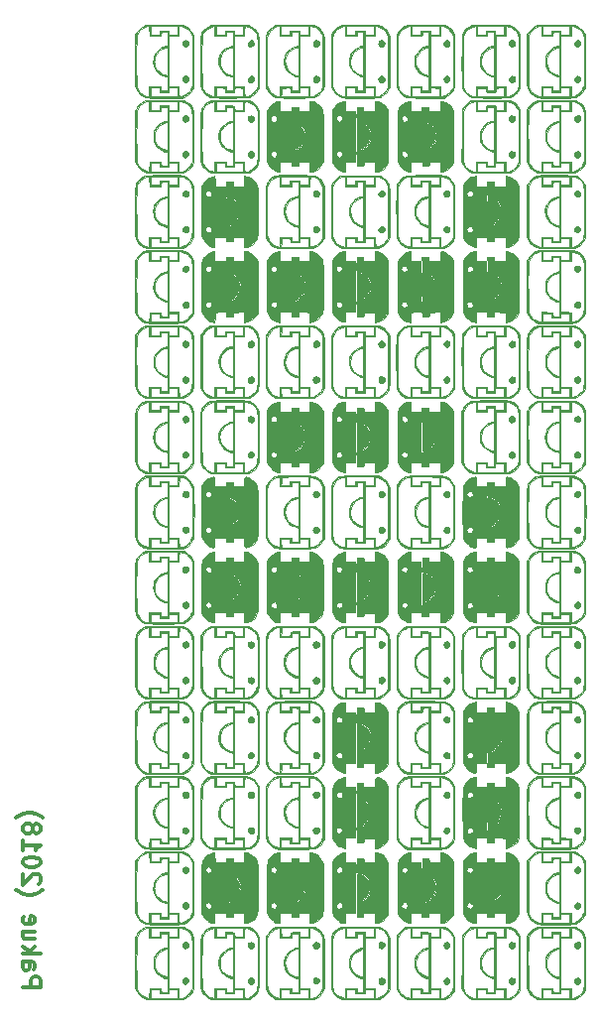
<source format=gbr>
G04 #@! TF.FileFunction,Legend,Bot*
%FSLAX46Y46*%
G04 Gerber Fmt 4.6, Leading zero omitted, Abs format (unit mm)*
G04 Created by KiCad (PCBNEW 4.0.7-e2-6376~58~ubuntu16.04.1) date Wed Apr 25 13:41:01 2018*
%MOMM*%
%LPD*%
G01*
G04 APERTURE LIST*
%ADD10C,0.100000*%
%ADD11C,0.300000*%
%ADD12C,0.010000*%
G04 APERTURE END LIST*
D10*
D11*
X72981429Y-122998570D02*
X74481429Y-122998570D01*
X74481429Y-122427142D01*
X74410000Y-122284284D01*
X74338571Y-122212856D01*
X74195714Y-122141427D01*
X73981429Y-122141427D01*
X73838571Y-122212856D01*
X73767143Y-122284284D01*
X73695714Y-122427142D01*
X73695714Y-122998570D01*
X72981429Y-120855713D02*
X73767143Y-120855713D01*
X73910000Y-120927142D01*
X73981429Y-121069999D01*
X73981429Y-121355713D01*
X73910000Y-121498570D01*
X73052857Y-120855713D02*
X72981429Y-120998570D01*
X72981429Y-121355713D01*
X73052857Y-121498570D01*
X73195714Y-121569999D01*
X73338571Y-121569999D01*
X73481429Y-121498570D01*
X73552857Y-121355713D01*
X73552857Y-120998570D01*
X73624286Y-120855713D01*
X72981429Y-120141427D02*
X74481429Y-120141427D01*
X73552857Y-119998570D02*
X72981429Y-119569999D01*
X73981429Y-119569999D02*
X73410000Y-120141427D01*
X73981429Y-118284284D02*
X72981429Y-118284284D01*
X73981429Y-118927141D02*
X73195714Y-118927141D01*
X73052857Y-118855713D01*
X72981429Y-118712855D01*
X72981429Y-118498570D01*
X73052857Y-118355713D01*
X73124286Y-118284284D01*
X73052857Y-116998570D02*
X72981429Y-117141427D01*
X72981429Y-117427141D01*
X73052857Y-117569998D01*
X73195714Y-117641427D01*
X73767143Y-117641427D01*
X73910000Y-117569998D01*
X73981429Y-117427141D01*
X73981429Y-117141427D01*
X73910000Y-116998570D01*
X73767143Y-116927141D01*
X73624286Y-116927141D01*
X73481429Y-117641427D01*
X72410000Y-114712856D02*
X72481429Y-114784284D01*
X72695714Y-114927141D01*
X72838571Y-114998570D01*
X73052857Y-115069999D01*
X73410000Y-115141427D01*
X73695714Y-115141427D01*
X74052857Y-115069999D01*
X74267143Y-114998570D01*
X74410000Y-114927141D01*
X74624286Y-114784284D01*
X74695714Y-114712856D01*
X74338571Y-114212856D02*
X74410000Y-114141427D01*
X74481429Y-113998570D01*
X74481429Y-113641427D01*
X74410000Y-113498570D01*
X74338571Y-113427141D01*
X74195714Y-113355713D01*
X74052857Y-113355713D01*
X73838571Y-113427141D01*
X72981429Y-114284284D01*
X72981429Y-113355713D01*
X74481429Y-112427142D02*
X74481429Y-112284285D01*
X74410000Y-112141428D01*
X74338571Y-112069999D01*
X74195714Y-111998570D01*
X73910000Y-111927142D01*
X73552857Y-111927142D01*
X73267143Y-111998570D01*
X73124286Y-112069999D01*
X73052857Y-112141428D01*
X72981429Y-112284285D01*
X72981429Y-112427142D01*
X73052857Y-112569999D01*
X73124286Y-112641428D01*
X73267143Y-112712856D01*
X73552857Y-112784285D01*
X73910000Y-112784285D01*
X74195714Y-112712856D01*
X74338571Y-112641428D01*
X74410000Y-112569999D01*
X74481429Y-112427142D01*
X72981429Y-110498571D02*
X72981429Y-111355714D01*
X72981429Y-110927142D02*
X74481429Y-110927142D01*
X74267143Y-111069999D01*
X74124286Y-111212857D01*
X74052857Y-111355714D01*
X73838571Y-109641428D02*
X73910000Y-109784286D01*
X73981429Y-109855714D01*
X74124286Y-109927143D01*
X74195714Y-109927143D01*
X74338571Y-109855714D01*
X74410000Y-109784286D01*
X74481429Y-109641428D01*
X74481429Y-109355714D01*
X74410000Y-109212857D01*
X74338571Y-109141428D01*
X74195714Y-109070000D01*
X74124286Y-109070000D01*
X73981429Y-109141428D01*
X73910000Y-109212857D01*
X73838571Y-109355714D01*
X73838571Y-109641428D01*
X73767143Y-109784286D01*
X73695714Y-109855714D01*
X73552857Y-109927143D01*
X73267143Y-109927143D01*
X73124286Y-109855714D01*
X73052857Y-109784286D01*
X72981429Y-109641428D01*
X72981429Y-109355714D01*
X73052857Y-109212857D01*
X73124286Y-109141428D01*
X73267143Y-109070000D01*
X73552857Y-109070000D01*
X73695714Y-109141428D01*
X73767143Y-109212857D01*
X73838571Y-109355714D01*
X72410000Y-108570000D02*
X72481429Y-108498572D01*
X72695714Y-108355715D01*
X72838571Y-108284286D01*
X73052857Y-108212857D01*
X73410000Y-108141429D01*
X73695714Y-108141429D01*
X74052857Y-108212857D01*
X74267143Y-108284286D01*
X74410000Y-108355715D01*
X74624286Y-108498572D01*
X74695714Y-108570000D01*
D12*
G36*
X87448387Y-118525646D02*
X87269975Y-118252773D01*
X87031215Y-118039022D01*
X86827818Y-117923973D01*
X86774625Y-117900845D01*
X86719105Y-117882102D01*
X86652185Y-117867284D01*
X86564793Y-117855931D01*
X86447857Y-117847584D01*
X86292303Y-117841782D01*
X86089059Y-117838066D01*
X85829054Y-117835975D01*
X85503213Y-117835052D01*
X85102465Y-117834834D01*
X85068833Y-117834833D01*
X84662048Y-117835016D01*
X84330855Y-117835870D01*
X84066185Y-117837856D01*
X83858963Y-117841433D01*
X83700117Y-117847061D01*
X83580576Y-117855200D01*
X83491265Y-117866310D01*
X83423114Y-117880850D01*
X83367049Y-117899279D01*
X83313997Y-117922059D01*
X83309849Y-117923973D01*
X83027989Y-118097357D01*
X82807599Y-118328775D01*
X82689280Y-118525646D01*
X82571167Y-118766167D01*
X82564169Y-120882833D01*
X82563414Y-121302380D01*
X82563916Y-121699338D01*
X82565579Y-122065038D01*
X82568306Y-122390812D01*
X82572002Y-122667992D01*
X82576572Y-122887908D01*
X82581918Y-123041892D01*
X82587947Y-123121276D01*
X82588974Y-123126500D01*
X82692736Y-123388989D01*
X82859205Y-123632306D01*
X83070608Y-123836679D01*
X83309168Y-123982338D01*
X83385390Y-124012321D01*
X83491314Y-124033028D01*
X83669116Y-124050350D01*
X83774601Y-124056554D01*
X83774601Y-123952000D01*
X83659717Y-123951587D01*
X83500110Y-123920979D01*
X83314758Y-123840365D01*
X83131766Y-123725074D01*
X82979238Y-123590436D01*
X82962014Y-123571030D01*
X82901180Y-123499215D01*
X82849928Y-123432658D01*
X82807425Y-123363719D01*
X82772838Y-123284755D01*
X82745335Y-123188126D01*
X82724083Y-123066189D01*
X82708249Y-122911303D01*
X82697000Y-122715826D01*
X82689503Y-122472117D01*
X82684926Y-122172533D01*
X82682435Y-121809435D01*
X82681198Y-121375178D01*
X82680578Y-120988667D01*
X82680743Y-120484786D01*
X82682785Y-120036438D01*
X82686619Y-119648299D01*
X82692160Y-119325042D01*
X82699323Y-119071342D01*
X82708024Y-118891873D01*
X82718176Y-118791310D01*
X82720710Y-118779827D01*
X82832632Y-118525429D01*
X83010502Y-118298476D01*
X83236322Y-118115393D01*
X83492092Y-117992605D01*
X83618917Y-117960142D01*
X83777667Y-117931244D01*
X83777667Y-118787333D01*
X84793667Y-118787333D01*
X84793667Y-118448667D01*
X85344000Y-118448667D01*
X85344000Y-119620119D01*
X85100583Y-119688035D01*
X84781771Y-119815993D01*
X84515193Y-120004323D01*
X84308363Y-120246332D01*
X84177460Y-120510215D01*
X84138449Y-120683983D01*
X84120906Y-120902704D01*
X84125405Y-121129280D01*
X84152519Y-121326618D01*
X84164155Y-121371291D01*
X84270511Y-121599200D01*
X84440138Y-121817048D01*
X84653005Y-122007336D01*
X84889077Y-122152566D01*
X85128323Y-122235239D01*
X85159334Y-122240588D01*
X85344000Y-122268280D01*
X85344000Y-122175613D01*
X85227583Y-122148224D01*
X84927663Y-122041240D01*
X84664258Y-121875687D01*
X84451321Y-121663373D01*
X84302804Y-121416108D01*
X84274408Y-121341453D01*
X84214060Y-121087059D01*
X84215196Y-120845762D01*
X84265585Y-120617218D01*
X84391242Y-120332563D01*
X84584653Y-120098211D01*
X84846856Y-119912940D01*
X84873372Y-119898885D01*
X85022116Y-119829186D01*
X85154840Y-119779608D01*
X85241866Y-119761000D01*
X85344000Y-119761000D01*
X85344000Y-122175613D01*
X85344000Y-122268280D01*
X85344000Y-123486333D01*
X84798535Y-123486333D01*
X84785518Y-123306417D01*
X84772500Y-123126500D01*
X83798833Y-123126500D01*
X83774601Y-123952000D01*
X83774601Y-124056554D01*
X83906077Y-124064288D01*
X84189474Y-124074846D01*
X84506589Y-124082026D01*
X84844700Y-124085831D01*
X85191088Y-124086263D01*
X85533030Y-124083326D01*
X85857808Y-124077022D01*
X86152701Y-124067353D01*
X86233000Y-124063206D01*
X86233000Y-123952000D01*
X83904667Y-123952000D01*
X83904667Y-123232333D01*
X84666667Y-123232333D01*
X84666667Y-123571000D01*
X85471000Y-123571000D01*
X85471000Y-123232333D01*
X86233000Y-123232333D01*
X86233000Y-123952000D01*
X86233000Y-124063206D01*
X86317667Y-124058833D01*
X86317667Y-123952000D01*
X86317667Y-123105333D01*
X85471000Y-123105333D01*
X85471000Y-118787333D01*
X86233000Y-118787333D01*
X86233000Y-118702667D01*
X85471000Y-118702667D01*
X85471000Y-118321667D01*
X84666667Y-118321667D01*
X84666667Y-118702667D01*
X83904667Y-118702667D01*
X83904667Y-117940667D01*
X86233000Y-117940667D01*
X86233000Y-118702667D01*
X86233000Y-118787333D01*
X86317667Y-118787333D01*
X86317667Y-117929846D01*
X86490885Y-117957544D01*
X86761690Y-118039345D01*
X87007878Y-118196724D01*
X87153524Y-118336010D01*
X87220197Y-118409838D01*
X87276580Y-118479875D01*
X87323491Y-118553575D01*
X87361744Y-118638393D01*
X87392157Y-118741783D01*
X87415547Y-118871198D01*
X87432729Y-119034094D01*
X87444520Y-119237924D01*
X87451737Y-119490143D01*
X87455195Y-119798206D01*
X87455712Y-120169565D01*
X87454104Y-120611676D01*
X87451623Y-121057714D01*
X87439500Y-123126500D01*
X87325165Y-123343236D01*
X87173987Y-123562767D01*
X86979718Y-123745016D01*
X86761305Y-123876745D01*
X86537694Y-123944714D01*
X86455250Y-123951070D01*
X86317667Y-123952000D01*
X86317667Y-124058833D01*
X86404987Y-124054322D01*
X86601948Y-124037933D01*
X86730861Y-124018188D01*
X86754380Y-124011604D01*
X86970833Y-123902310D01*
X87180863Y-123734092D01*
X87359106Y-123530549D01*
X87465501Y-123349996D01*
X87566500Y-123126500D01*
X87566500Y-118766167D01*
X87448387Y-118525646D01*
X87448387Y-118525646D01*
G37*
X87448387Y-118525646D02*
X87269975Y-118252773D01*
X87031215Y-118039022D01*
X86827818Y-117923973D01*
X86774625Y-117900845D01*
X86719105Y-117882102D01*
X86652185Y-117867284D01*
X86564793Y-117855931D01*
X86447857Y-117847584D01*
X86292303Y-117841782D01*
X86089059Y-117838066D01*
X85829054Y-117835975D01*
X85503213Y-117835052D01*
X85102465Y-117834834D01*
X85068833Y-117834833D01*
X84662048Y-117835016D01*
X84330855Y-117835870D01*
X84066185Y-117837856D01*
X83858963Y-117841433D01*
X83700117Y-117847061D01*
X83580576Y-117855200D01*
X83491265Y-117866310D01*
X83423114Y-117880850D01*
X83367049Y-117899279D01*
X83313997Y-117922059D01*
X83309849Y-117923973D01*
X83027989Y-118097357D01*
X82807599Y-118328775D01*
X82689280Y-118525646D01*
X82571167Y-118766167D01*
X82564169Y-120882833D01*
X82563414Y-121302380D01*
X82563916Y-121699338D01*
X82565579Y-122065038D01*
X82568306Y-122390812D01*
X82572002Y-122667992D01*
X82576572Y-122887908D01*
X82581918Y-123041892D01*
X82587947Y-123121276D01*
X82588974Y-123126500D01*
X82692736Y-123388989D01*
X82859205Y-123632306D01*
X83070608Y-123836679D01*
X83309168Y-123982338D01*
X83385390Y-124012321D01*
X83491314Y-124033028D01*
X83669116Y-124050350D01*
X83774601Y-124056554D01*
X83774601Y-123952000D01*
X83659717Y-123951587D01*
X83500110Y-123920979D01*
X83314758Y-123840365D01*
X83131766Y-123725074D01*
X82979238Y-123590436D01*
X82962014Y-123571030D01*
X82901180Y-123499215D01*
X82849928Y-123432658D01*
X82807425Y-123363719D01*
X82772838Y-123284755D01*
X82745335Y-123188126D01*
X82724083Y-123066189D01*
X82708249Y-122911303D01*
X82697000Y-122715826D01*
X82689503Y-122472117D01*
X82684926Y-122172533D01*
X82682435Y-121809435D01*
X82681198Y-121375178D01*
X82680578Y-120988667D01*
X82680743Y-120484786D01*
X82682785Y-120036438D01*
X82686619Y-119648299D01*
X82692160Y-119325042D01*
X82699323Y-119071342D01*
X82708024Y-118891873D01*
X82718176Y-118791310D01*
X82720710Y-118779827D01*
X82832632Y-118525429D01*
X83010502Y-118298476D01*
X83236322Y-118115393D01*
X83492092Y-117992605D01*
X83618917Y-117960142D01*
X83777667Y-117931244D01*
X83777667Y-118787333D01*
X84793667Y-118787333D01*
X84793667Y-118448667D01*
X85344000Y-118448667D01*
X85344000Y-119620119D01*
X85100583Y-119688035D01*
X84781771Y-119815993D01*
X84515193Y-120004323D01*
X84308363Y-120246332D01*
X84177460Y-120510215D01*
X84138449Y-120683983D01*
X84120906Y-120902704D01*
X84125405Y-121129280D01*
X84152519Y-121326618D01*
X84164155Y-121371291D01*
X84270511Y-121599200D01*
X84440138Y-121817048D01*
X84653005Y-122007336D01*
X84889077Y-122152566D01*
X85128323Y-122235239D01*
X85159334Y-122240588D01*
X85344000Y-122268280D01*
X85344000Y-122175613D01*
X85227583Y-122148224D01*
X84927663Y-122041240D01*
X84664258Y-121875687D01*
X84451321Y-121663373D01*
X84302804Y-121416108D01*
X84274408Y-121341453D01*
X84214060Y-121087059D01*
X84215196Y-120845762D01*
X84265585Y-120617218D01*
X84391242Y-120332563D01*
X84584653Y-120098211D01*
X84846856Y-119912940D01*
X84873372Y-119898885D01*
X85022116Y-119829186D01*
X85154840Y-119779608D01*
X85241866Y-119761000D01*
X85344000Y-119761000D01*
X85344000Y-122175613D01*
X85344000Y-122268280D01*
X85344000Y-123486333D01*
X84798535Y-123486333D01*
X84785518Y-123306417D01*
X84772500Y-123126500D01*
X83798833Y-123126500D01*
X83774601Y-123952000D01*
X83774601Y-124056554D01*
X83906077Y-124064288D01*
X84189474Y-124074846D01*
X84506589Y-124082026D01*
X84844700Y-124085831D01*
X85191088Y-124086263D01*
X85533030Y-124083326D01*
X85857808Y-124077022D01*
X86152701Y-124067353D01*
X86233000Y-124063206D01*
X86233000Y-123952000D01*
X83904667Y-123952000D01*
X83904667Y-123232333D01*
X84666667Y-123232333D01*
X84666667Y-123571000D01*
X85471000Y-123571000D01*
X85471000Y-123232333D01*
X86233000Y-123232333D01*
X86233000Y-123952000D01*
X86233000Y-124063206D01*
X86317667Y-124058833D01*
X86317667Y-123952000D01*
X86317667Y-123105333D01*
X85471000Y-123105333D01*
X85471000Y-118787333D01*
X86233000Y-118787333D01*
X86233000Y-118702667D01*
X85471000Y-118702667D01*
X85471000Y-118321667D01*
X84666667Y-118321667D01*
X84666667Y-118702667D01*
X83904667Y-118702667D01*
X83904667Y-117940667D01*
X86233000Y-117940667D01*
X86233000Y-118702667D01*
X86233000Y-118787333D01*
X86317667Y-118787333D01*
X86317667Y-117929846D01*
X86490885Y-117957544D01*
X86761690Y-118039345D01*
X87007878Y-118196724D01*
X87153524Y-118336010D01*
X87220197Y-118409838D01*
X87276580Y-118479875D01*
X87323491Y-118553575D01*
X87361744Y-118638393D01*
X87392157Y-118741783D01*
X87415547Y-118871198D01*
X87432729Y-119034094D01*
X87444520Y-119237924D01*
X87451737Y-119490143D01*
X87455195Y-119798206D01*
X87455712Y-120169565D01*
X87454104Y-120611676D01*
X87451623Y-121057714D01*
X87439500Y-123126500D01*
X87325165Y-123343236D01*
X87173987Y-123562767D01*
X86979718Y-123745016D01*
X86761305Y-123876745D01*
X86537694Y-123944714D01*
X86455250Y-123951070D01*
X86317667Y-123952000D01*
X86317667Y-124058833D01*
X86404987Y-124054322D01*
X86601948Y-124037933D01*
X86730861Y-124018188D01*
X86754380Y-124011604D01*
X86970833Y-123902310D01*
X87180863Y-123734092D01*
X87359106Y-123530549D01*
X87465501Y-123349996D01*
X87566500Y-123126500D01*
X87566500Y-118766167D01*
X87448387Y-118525646D01*
G36*
X87465501Y-112150338D02*
X87333420Y-111935365D01*
X87148301Y-111735946D01*
X86935507Y-111575679D01*
X86754380Y-111488729D01*
X86647966Y-111467858D01*
X86469684Y-111450384D01*
X86232263Y-111436305D01*
X85948435Y-111425622D01*
X85630928Y-111418336D01*
X85292474Y-111414445D01*
X84945802Y-111413951D01*
X84603643Y-111416853D01*
X84278727Y-111423151D01*
X83983784Y-111432845D01*
X83731544Y-111445936D01*
X83534737Y-111462422D01*
X83406094Y-111482305D01*
X83383287Y-111488729D01*
X83182011Y-111589775D01*
X82978402Y-111746694D01*
X82798853Y-111935715D01*
X82671298Y-112129952D01*
X82571167Y-112331500D01*
X82561022Y-114469333D01*
X82558910Y-114953774D01*
X82557705Y-115361148D01*
X82557621Y-115699052D01*
X82558872Y-115975082D01*
X82561671Y-116196837D01*
X82566234Y-116371912D01*
X82572773Y-116507905D01*
X82581503Y-116612413D01*
X82592639Y-116693032D01*
X82606393Y-116757360D01*
X82622981Y-116812993D01*
X82627418Y-116825926D01*
X82771782Y-117119822D01*
X82976270Y-117358471D01*
X83233017Y-117534877D01*
X83534154Y-117642038D01*
X83548048Y-117645001D01*
X83669631Y-117659702D01*
X83676698Y-117660082D01*
X83676698Y-117558917D01*
X83579975Y-117537108D01*
X83468548Y-117498540D01*
X83248794Y-117393737D01*
X83050385Y-117251126D01*
X82901985Y-117092057D01*
X82881569Y-117061348D01*
X82836940Y-116987696D01*
X82799463Y-116918197D01*
X82768506Y-116845027D01*
X82743437Y-116760359D01*
X82723625Y-116656366D01*
X82708436Y-116525223D01*
X82697241Y-116359103D01*
X82689405Y-116150180D01*
X82684298Y-115890628D01*
X82681288Y-115572621D01*
X82679741Y-115188333D01*
X82679028Y-114729937D01*
X82678858Y-114550958D01*
X82678749Y-114067964D01*
X82679511Y-113662193D01*
X82681354Y-113326203D01*
X82684490Y-113052553D01*
X82689131Y-112833802D01*
X82695488Y-112662508D01*
X82703774Y-112531230D01*
X82714198Y-112432526D01*
X82726974Y-112358956D01*
X82742312Y-112303077D01*
X82742798Y-112301644D01*
X82848148Y-112089805D01*
X83005606Y-111893812D01*
X83196781Y-111728768D01*
X83403282Y-111609772D01*
X83606718Y-111551927D01*
X83659717Y-111548747D01*
X83774601Y-111548333D01*
X83798833Y-112373833D01*
X84772500Y-112373833D01*
X84785518Y-112193917D01*
X84798535Y-112014000D01*
X85344000Y-112014000D01*
X85344000Y-113230846D01*
X85170782Y-113258544D01*
X84894233Y-113342608D01*
X84633565Y-113495724D01*
X84409612Y-113702423D01*
X84243207Y-113947233D01*
X84243137Y-113947373D01*
X84169893Y-114154827D01*
X84127530Y-114406268D01*
X84119362Y-114665631D01*
X84148705Y-114896850D01*
X84153969Y-114917554D01*
X84270940Y-115194365D01*
X84458070Y-115437420D01*
X84704057Y-115636035D01*
X84997599Y-115779529D01*
X85100583Y-115812298D01*
X85344000Y-115880215D01*
X85344000Y-115739333D01*
X85241866Y-115739333D01*
X85122028Y-115713638D01*
X84963829Y-115646069D01*
X84792279Y-115550901D01*
X84632386Y-115442409D01*
X84509160Y-115334868D01*
X84484998Y-115307324D01*
X84369815Y-115125017D01*
X84275401Y-114903301D01*
X84215817Y-114679938D01*
X84202382Y-114548278D01*
X84215128Y-114416275D01*
X84249083Y-114254192D01*
X84272228Y-114173844D01*
X84400838Y-113908840D01*
X84597946Y-113680044D01*
X84851395Y-113497911D01*
X85149029Y-113372899D01*
X85227583Y-113352109D01*
X85344000Y-113324720D01*
X85344000Y-115739333D01*
X85344000Y-115880215D01*
X85344000Y-117051667D01*
X84793667Y-117051667D01*
X84793667Y-116713000D01*
X83777667Y-116713000D01*
X83777667Y-117136333D01*
X83776148Y-117340908D01*
X83765201Y-117472045D01*
X83735246Y-117540972D01*
X83676698Y-117558917D01*
X83676698Y-117660082D01*
X83873105Y-117670663D01*
X84155775Y-117677828D01*
X84514945Y-117681142D01*
X84947921Y-117680551D01*
X85204345Y-117678655D01*
X85592109Y-117674855D01*
X85904840Y-117670924D01*
X86152169Y-117666245D01*
X86233000Y-117663696D01*
X86233000Y-117559667D01*
X83904667Y-117559667D01*
X83904667Y-116797667D01*
X84666667Y-116797667D01*
X84666667Y-117178667D01*
X85471000Y-117178667D01*
X85471000Y-116797667D01*
X86233000Y-116797667D01*
X86233000Y-117559667D01*
X86233000Y-117663696D01*
X86343728Y-117660202D01*
X86430858Y-117655395D01*
X86430858Y-117561214D01*
X86363706Y-117541792D01*
X86330326Y-117466828D01*
X86318914Y-117326265D01*
X86317667Y-117136333D01*
X86317667Y-116713000D01*
X85471000Y-116713000D01*
X85471000Y-112395000D01*
X86233000Y-112395000D01*
X86233000Y-112268000D01*
X85471000Y-112268000D01*
X85471000Y-111929333D01*
X84666667Y-111929333D01*
X84666667Y-112268000D01*
X83904667Y-112268000D01*
X83904667Y-111548333D01*
X86233000Y-111548333D01*
X86233000Y-112268000D01*
X86233000Y-112395000D01*
X86317667Y-112395000D01*
X86317667Y-111548333D01*
X86455250Y-111549263D01*
X86675865Y-111589514D01*
X86898487Y-111698559D01*
X87104169Y-111863159D01*
X87273964Y-112070073D01*
X87325165Y-112157098D01*
X87439500Y-112373833D01*
X87451623Y-114442620D01*
X87454154Y-114925683D01*
X87455481Y-115331748D01*
X87455419Y-115668480D01*
X87453785Y-115943542D01*
X87450393Y-116164598D01*
X87445059Y-116339310D01*
X87437599Y-116475343D01*
X87427828Y-116580359D01*
X87415561Y-116662023D01*
X87400615Y-116727998D01*
X87396226Y-116743669D01*
X87282358Y-116994433D01*
X87103289Y-117217971D01*
X86878216Y-117393749D01*
X86713710Y-117473655D01*
X86543591Y-117535150D01*
X86430858Y-117561214D01*
X86430858Y-117655395D01*
X86489149Y-117652179D01*
X86598063Y-117641560D01*
X86680103Y-117627728D01*
X86744901Y-117610067D01*
X86802087Y-117587961D01*
X86831982Y-117574519D01*
X87056869Y-117434183D01*
X87265897Y-117238646D01*
X87430550Y-117016422D01*
X87475519Y-116930982D01*
X87495777Y-116885236D01*
X87512782Y-116838139D01*
X87526817Y-116782249D01*
X87538167Y-116710125D01*
X87547117Y-116614325D01*
X87553952Y-116487407D01*
X87558957Y-116321931D01*
X87562417Y-116110455D01*
X87564616Y-115845538D01*
X87565840Y-115519739D01*
X87566372Y-115125615D01*
X87566499Y-114655727D01*
X87566500Y-114554000D01*
X87566500Y-112373833D01*
X87465501Y-112150338D01*
X87465501Y-112150338D01*
G37*
X87465501Y-112150338D02*
X87333420Y-111935365D01*
X87148301Y-111735946D01*
X86935507Y-111575679D01*
X86754380Y-111488729D01*
X86647966Y-111467858D01*
X86469684Y-111450384D01*
X86232263Y-111436305D01*
X85948435Y-111425622D01*
X85630928Y-111418336D01*
X85292474Y-111414445D01*
X84945802Y-111413951D01*
X84603643Y-111416853D01*
X84278727Y-111423151D01*
X83983784Y-111432845D01*
X83731544Y-111445936D01*
X83534737Y-111462422D01*
X83406094Y-111482305D01*
X83383287Y-111488729D01*
X83182011Y-111589775D01*
X82978402Y-111746694D01*
X82798853Y-111935715D01*
X82671298Y-112129952D01*
X82571167Y-112331500D01*
X82561022Y-114469333D01*
X82558910Y-114953774D01*
X82557705Y-115361148D01*
X82557621Y-115699052D01*
X82558872Y-115975082D01*
X82561671Y-116196837D01*
X82566234Y-116371912D01*
X82572773Y-116507905D01*
X82581503Y-116612413D01*
X82592639Y-116693032D01*
X82606393Y-116757360D01*
X82622981Y-116812993D01*
X82627418Y-116825926D01*
X82771782Y-117119822D01*
X82976270Y-117358471D01*
X83233017Y-117534877D01*
X83534154Y-117642038D01*
X83548048Y-117645001D01*
X83669631Y-117659702D01*
X83676698Y-117660082D01*
X83676698Y-117558917D01*
X83579975Y-117537108D01*
X83468548Y-117498540D01*
X83248794Y-117393737D01*
X83050385Y-117251126D01*
X82901985Y-117092057D01*
X82881569Y-117061348D01*
X82836940Y-116987696D01*
X82799463Y-116918197D01*
X82768506Y-116845027D01*
X82743437Y-116760359D01*
X82723625Y-116656366D01*
X82708436Y-116525223D01*
X82697241Y-116359103D01*
X82689405Y-116150180D01*
X82684298Y-115890628D01*
X82681288Y-115572621D01*
X82679741Y-115188333D01*
X82679028Y-114729937D01*
X82678858Y-114550958D01*
X82678749Y-114067964D01*
X82679511Y-113662193D01*
X82681354Y-113326203D01*
X82684490Y-113052553D01*
X82689131Y-112833802D01*
X82695488Y-112662508D01*
X82703774Y-112531230D01*
X82714198Y-112432526D01*
X82726974Y-112358956D01*
X82742312Y-112303077D01*
X82742798Y-112301644D01*
X82848148Y-112089805D01*
X83005606Y-111893812D01*
X83196781Y-111728768D01*
X83403282Y-111609772D01*
X83606718Y-111551927D01*
X83659717Y-111548747D01*
X83774601Y-111548333D01*
X83798833Y-112373833D01*
X84772500Y-112373833D01*
X84785518Y-112193917D01*
X84798535Y-112014000D01*
X85344000Y-112014000D01*
X85344000Y-113230846D01*
X85170782Y-113258544D01*
X84894233Y-113342608D01*
X84633565Y-113495724D01*
X84409612Y-113702423D01*
X84243207Y-113947233D01*
X84243137Y-113947373D01*
X84169893Y-114154827D01*
X84127530Y-114406268D01*
X84119362Y-114665631D01*
X84148705Y-114896850D01*
X84153969Y-114917554D01*
X84270940Y-115194365D01*
X84458070Y-115437420D01*
X84704057Y-115636035D01*
X84997599Y-115779529D01*
X85100583Y-115812298D01*
X85344000Y-115880215D01*
X85344000Y-115739333D01*
X85241866Y-115739333D01*
X85122028Y-115713638D01*
X84963829Y-115646069D01*
X84792279Y-115550901D01*
X84632386Y-115442409D01*
X84509160Y-115334868D01*
X84484998Y-115307324D01*
X84369815Y-115125017D01*
X84275401Y-114903301D01*
X84215817Y-114679938D01*
X84202382Y-114548278D01*
X84215128Y-114416275D01*
X84249083Y-114254192D01*
X84272228Y-114173844D01*
X84400838Y-113908840D01*
X84597946Y-113680044D01*
X84851395Y-113497911D01*
X85149029Y-113372899D01*
X85227583Y-113352109D01*
X85344000Y-113324720D01*
X85344000Y-115739333D01*
X85344000Y-115880215D01*
X85344000Y-117051667D01*
X84793667Y-117051667D01*
X84793667Y-116713000D01*
X83777667Y-116713000D01*
X83777667Y-117136333D01*
X83776148Y-117340908D01*
X83765201Y-117472045D01*
X83735246Y-117540972D01*
X83676698Y-117558917D01*
X83676698Y-117660082D01*
X83873105Y-117670663D01*
X84155775Y-117677828D01*
X84514945Y-117681142D01*
X84947921Y-117680551D01*
X85204345Y-117678655D01*
X85592109Y-117674855D01*
X85904840Y-117670924D01*
X86152169Y-117666245D01*
X86233000Y-117663696D01*
X86233000Y-117559667D01*
X83904667Y-117559667D01*
X83904667Y-116797667D01*
X84666667Y-116797667D01*
X84666667Y-117178667D01*
X85471000Y-117178667D01*
X85471000Y-116797667D01*
X86233000Y-116797667D01*
X86233000Y-117559667D01*
X86233000Y-117663696D01*
X86343728Y-117660202D01*
X86430858Y-117655395D01*
X86430858Y-117561214D01*
X86363706Y-117541792D01*
X86330326Y-117466828D01*
X86318914Y-117326265D01*
X86317667Y-117136333D01*
X86317667Y-116713000D01*
X85471000Y-116713000D01*
X85471000Y-112395000D01*
X86233000Y-112395000D01*
X86233000Y-112268000D01*
X85471000Y-112268000D01*
X85471000Y-111929333D01*
X84666667Y-111929333D01*
X84666667Y-112268000D01*
X83904667Y-112268000D01*
X83904667Y-111548333D01*
X86233000Y-111548333D01*
X86233000Y-112268000D01*
X86233000Y-112395000D01*
X86317667Y-112395000D01*
X86317667Y-111548333D01*
X86455250Y-111549263D01*
X86675865Y-111589514D01*
X86898487Y-111698559D01*
X87104169Y-111863159D01*
X87273964Y-112070073D01*
X87325165Y-112157098D01*
X87439500Y-112373833D01*
X87451623Y-114442620D01*
X87454154Y-114925683D01*
X87455481Y-115331748D01*
X87455419Y-115668480D01*
X87453785Y-115943542D01*
X87450393Y-116164598D01*
X87445059Y-116339310D01*
X87437599Y-116475343D01*
X87427828Y-116580359D01*
X87415561Y-116662023D01*
X87400615Y-116727998D01*
X87396226Y-116743669D01*
X87282358Y-116994433D01*
X87103289Y-117217971D01*
X86878216Y-117393749D01*
X86713710Y-117473655D01*
X86543591Y-117535150D01*
X86430858Y-117561214D01*
X86430858Y-117655395D01*
X86489149Y-117652179D01*
X86598063Y-117641560D01*
X86680103Y-117627728D01*
X86744901Y-117610067D01*
X86802087Y-117587961D01*
X86831982Y-117574519D01*
X87056869Y-117434183D01*
X87265897Y-117238646D01*
X87430550Y-117016422D01*
X87475519Y-116930982D01*
X87495777Y-116885236D01*
X87512782Y-116838139D01*
X87526817Y-116782249D01*
X87538167Y-116710125D01*
X87547117Y-116614325D01*
X87553952Y-116487407D01*
X87558957Y-116321931D01*
X87562417Y-116110455D01*
X87564616Y-115845538D01*
X87565840Y-115519739D01*
X87566372Y-115125615D01*
X87566499Y-114655727D01*
X87566500Y-114554000D01*
X87566500Y-112373833D01*
X87465501Y-112150338D01*
G36*
X87566420Y-107633706D02*
X87565990Y-107225303D01*
X87564924Y-106886685D01*
X87562939Y-106610409D01*
X87559749Y-106389034D01*
X87555070Y-106215120D01*
X87548616Y-106081224D01*
X87540103Y-105979905D01*
X87529246Y-105903722D01*
X87515761Y-105845233D01*
X87499362Y-105796998D01*
X87479764Y-105751574D01*
X87475519Y-105742352D01*
X87322754Y-105500267D01*
X87108714Y-105284287D01*
X86856744Y-105117759D01*
X86845047Y-105111881D01*
X86635167Y-105007833D01*
X85068833Y-105007833D01*
X84662048Y-105008016D01*
X84330855Y-105008870D01*
X84066185Y-105010856D01*
X83858963Y-105014433D01*
X83700117Y-105020061D01*
X83580576Y-105028200D01*
X83491265Y-105039310D01*
X83423114Y-105053850D01*
X83367049Y-105072279D01*
X83313997Y-105095059D01*
X83309849Y-105096973D01*
X83027989Y-105270357D01*
X82807599Y-105501775D01*
X82689280Y-105698646D01*
X82571167Y-105939167D01*
X82563996Y-108055833D01*
X82563242Y-108475380D01*
X82563811Y-108872337D01*
X82565602Y-109238037D01*
X82568513Y-109563811D01*
X82572441Y-109840991D01*
X82577284Y-110060907D01*
X82582942Y-110214892D01*
X82589311Y-110294276D01*
X82590396Y-110299500D01*
X82708601Y-110593269D01*
X82892765Y-110855241D01*
X83127621Y-111065878D01*
X83246597Y-111139152D01*
X83293983Y-111162984D01*
X83344148Y-111182387D01*
X83406065Y-111197899D01*
X83488706Y-111210061D01*
X83601045Y-111219413D01*
X83752053Y-111226496D01*
X83774601Y-111227103D01*
X83774601Y-111125000D01*
X83659717Y-111124587D01*
X83500110Y-111093979D01*
X83314758Y-111013365D01*
X83131766Y-110898074D01*
X82979238Y-110763436D01*
X82962014Y-110744030D01*
X82901629Y-110673029D01*
X82850613Y-110607675D01*
X82808204Y-110540497D01*
X82773641Y-110464025D01*
X82746163Y-110370786D01*
X82725007Y-110253310D01*
X82709412Y-110104125D01*
X82698617Y-109915760D01*
X82691860Y-109680745D01*
X82688379Y-109391607D01*
X82687414Y-109040876D01*
X82688202Y-108621081D01*
X82689982Y-108124750D01*
X82690161Y-108077000D01*
X82692037Y-107596638D01*
X82693976Y-107193499D01*
X82696299Y-106860143D01*
X82699327Y-106589126D01*
X82703383Y-106373007D01*
X82708788Y-106204344D01*
X82715864Y-106075695D01*
X82724933Y-105979616D01*
X82736316Y-105908667D01*
X82750336Y-105855406D01*
X82767315Y-105812389D01*
X82787573Y-105772175D01*
X82790021Y-105767594D01*
X82976232Y-105506187D01*
X83219185Y-105304717D01*
X83509666Y-105170031D01*
X83640083Y-105135762D01*
X83777667Y-105106940D01*
X83777667Y-105960333D01*
X84793667Y-105960333D01*
X84793667Y-105621667D01*
X85344000Y-105621667D01*
X85344000Y-106805387D01*
X85227583Y-106830296D01*
X84903642Y-106928779D01*
X84639557Y-107076795D01*
X84420790Y-107283453D01*
X84342506Y-107384872D01*
X84220736Y-107585727D01*
X84149614Y-107787171D01*
X84119407Y-108021888D01*
X84116570Y-108143542D01*
X84149920Y-108465168D01*
X84253706Y-108746282D01*
X84424720Y-108990813D01*
X84571575Y-109127053D01*
X84754395Y-109252902D01*
X84947772Y-109354412D01*
X85126300Y-109417631D01*
X85227583Y-109431633D01*
X85344000Y-109431667D01*
X85344000Y-109344883D01*
X85206417Y-109318586D01*
X84925776Y-109225036D01*
X84674962Y-109065072D01*
X84465935Y-108852531D01*
X84310655Y-108601252D01*
X84221083Y-108325072D01*
X84203949Y-108158767D01*
X84214762Y-108027259D01*
X84245543Y-107865812D01*
X84265585Y-107790218D01*
X84385801Y-107523521D01*
X84570203Y-107290167D01*
X84802472Y-107105007D01*
X85066290Y-106982886D01*
X85185250Y-106953475D01*
X85344000Y-106924578D01*
X85344000Y-109344883D01*
X85344000Y-109431667D01*
X85344000Y-110659333D01*
X84798535Y-110659333D01*
X84785518Y-110479417D01*
X84772500Y-110299500D01*
X83798833Y-110299500D01*
X83774601Y-111125000D01*
X83774601Y-111227103D01*
X83950703Y-111231849D01*
X84205968Y-111236013D01*
X84526821Y-111239527D01*
X84922233Y-111242933D01*
X84977909Y-111243382D01*
X85393586Y-111246299D01*
X85733622Y-111247514D01*
X86007031Y-111246743D01*
X86222826Y-111243700D01*
X86233000Y-111243360D01*
X86233000Y-111125000D01*
X83904667Y-111125000D01*
X83904667Y-110405333D01*
X84666667Y-110405333D01*
X84666667Y-110744000D01*
X85471000Y-110744000D01*
X85471000Y-110405333D01*
X86233000Y-110405333D01*
X86233000Y-111125000D01*
X86233000Y-111243360D01*
X86317667Y-111240524D01*
X86317667Y-111125000D01*
X86317667Y-110278333D01*
X85471000Y-110278333D01*
X85471000Y-105960333D01*
X86233000Y-105960333D01*
X86233000Y-105875667D01*
X85471000Y-105875667D01*
X85471000Y-105494667D01*
X84666667Y-105494667D01*
X84666667Y-105875667D01*
X83904667Y-105875667D01*
X83904667Y-105113667D01*
X86233000Y-105113667D01*
X86233000Y-105875667D01*
X86233000Y-105960333D01*
X86317667Y-105960333D01*
X86317667Y-105104244D01*
X86476417Y-105133468D01*
X86765810Y-105225189D01*
X87019561Y-105381112D01*
X87224032Y-105589529D01*
X87365586Y-105838728D01*
X87394333Y-105921663D01*
X87411546Y-106023936D01*
X87426487Y-106199992D01*
X87439146Y-106439029D01*
X87449513Y-106730244D01*
X87457581Y-107062833D01*
X87463339Y-107425995D01*
X87466778Y-107808925D01*
X87467888Y-108200820D01*
X87466662Y-108590878D01*
X87463089Y-108968296D01*
X87457160Y-109322269D01*
X87448867Y-109641996D01*
X87438198Y-109916673D01*
X87425147Y-110135498D01*
X87409702Y-110287666D01*
X87398121Y-110346582D01*
X87296273Y-110570061D01*
X87138255Y-110774165D01*
X86942028Y-110944076D01*
X86725553Y-111064972D01*
X86506789Y-111122034D01*
X86455250Y-111124587D01*
X86317667Y-111125000D01*
X86317667Y-111240524D01*
X86390022Y-111238100D01*
X86517633Y-111229658D01*
X86614671Y-111218088D01*
X86690152Y-111203105D01*
X86744066Y-111187482D01*
X86966122Y-111077571D01*
X87180019Y-110907959D01*
X87360537Y-110701878D01*
X87465501Y-110522996D01*
X87566500Y-110299500D01*
X87566500Y-108119333D01*
X87566420Y-107633706D01*
X87566420Y-107633706D01*
G37*
X87566420Y-107633706D02*
X87565990Y-107225303D01*
X87564924Y-106886685D01*
X87562939Y-106610409D01*
X87559749Y-106389034D01*
X87555070Y-106215120D01*
X87548616Y-106081224D01*
X87540103Y-105979905D01*
X87529246Y-105903722D01*
X87515761Y-105845233D01*
X87499362Y-105796998D01*
X87479764Y-105751574D01*
X87475519Y-105742352D01*
X87322754Y-105500267D01*
X87108714Y-105284287D01*
X86856744Y-105117759D01*
X86845047Y-105111881D01*
X86635167Y-105007833D01*
X85068833Y-105007833D01*
X84662048Y-105008016D01*
X84330855Y-105008870D01*
X84066185Y-105010856D01*
X83858963Y-105014433D01*
X83700117Y-105020061D01*
X83580576Y-105028200D01*
X83491265Y-105039310D01*
X83423114Y-105053850D01*
X83367049Y-105072279D01*
X83313997Y-105095059D01*
X83309849Y-105096973D01*
X83027989Y-105270357D01*
X82807599Y-105501775D01*
X82689280Y-105698646D01*
X82571167Y-105939167D01*
X82563996Y-108055833D01*
X82563242Y-108475380D01*
X82563811Y-108872337D01*
X82565602Y-109238037D01*
X82568513Y-109563811D01*
X82572441Y-109840991D01*
X82577284Y-110060907D01*
X82582942Y-110214892D01*
X82589311Y-110294276D01*
X82590396Y-110299500D01*
X82708601Y-110593269D01*
X82892765Y-110855241D01*
X83127621Y-111065878D01*
X83246597Y-111139152D01*
X83293983Y-111162984D01*
X83344148Y-111182387D01*
X83406065Y-111197899D01*
X83488706Y-111210061D01*
X83601045Y-111219413D01*
X83752053Y-111226496D01*
X83774601Y-111227103D01*
X83774601Y-111125000D01*
X83659717Y-111124587D01*
X83500110Y-111093979D01*
X83314758Y-111013365D01*
X83131766Y-110898074D01*
X82979238Y-110763436D01*
X82962014Y-110744030D01*
X82901629Y-110673029D01*
X82850613Y-110607675D01*
X82808204Y-110540497D01*
X82773641Y-110464025D01*
X82746163Y-110370786D01*
X82725007Y-110253310D01*
X82709412Y-110104125D01*
X82698617Y-109915760D01*
X82691860Y-109680745D01*
X82688379Y-109391607D01*
X82687414Y-109040876D01*
X82688202Y-108621081D01*
X82689982Y-108124750D01*
X82690161Y-108077000D01*
X82692037Y-107596638D01*
X82693976Y-107193499D01*
X82696299Y-106860143D01*
X82699327Y-106589126D01*
X82703383Y-106373007D01*
X82708788Y-106204344D01*
X82715864Y-106075695D01*
X82724933Y-105979616D01*
X82736316Y-105908667D01*
X82750336Y-105855406D01*
X82767315Y-105812389D01*
X82787573Y-105772175D01*
X82790021Y-105767594D01*
X82976232Y-105506187D01*
X83219185Y-105304717D01*
X83509666Y-105170031D01*
X83640083Y-105135762D01*
X83777667Y-105106940D01*
X83777667Y-105960333D01*
X84793667Y-105960333D01*
X84793667Y-105621667D01*
X85344000Y-105621667D01*
X85344000Y-106805387D01*
X85227583Y-106830296D01*
X84903642Y-106928779D01*
X84639557Y-107076795D01*
X84420790Y-107283453D01*
X84342506Y-107384872D01*
X84220736Y-107585727D01*
X84149614Y-107787171D01*
X84119407Y-108021888D01*
X84116570Y-108143542D01*
X84149920Y-108465168D01*
X84253706Y-108746282D01*
X84424720Y-108990813D01*
X84571575Y-109127053D01*
X84754395Y-109252902D01*
X84947772Y-109354412D01*
X85126300Y-109417631D01*
X85227583Y-109431633D01*
X85344000Y-109431667D01*
X85344000Y-109344883D01*
X85206417Y-109318586D01*
X84925776Y-109225036D01*
X84674962Y-109065072D01*
X84465935Y-108852531D01*
X84310655Y-108601252D01*
X84221083Y-108325072D01*
X84203949Y-108158767D01*
X84214762Y-108027259D01*
X84245543Y-107865812D01*
X84265585Y-107790218D01*
X84385801Y-107523521D01*
X84570203Y-107290167D01*
X84802472Y-107105007D01*
X85066290Y-106982886D01*
X85185250Y-106953475D01*
X85344000Y-106924578D01*
X85344000Y-109344883D01*
X85344000Y-109431667D01*
X85344000Y-110659333D01*
X84798535Y-110659333D01*
X84785518Y-110479417D01*
X84772500Y-110299500D01*
X83798833Y-110299500D01*
X83774601Y-111125000D01*
X83774601Y-111227103D01*
X83950703Y-111231849D01*
X84205968Y-111236013D01*
X84526821Y-111239527D01*
X84922233Y-111242933D01*
X84977909Y-111243382D01*
X85393586Y-111246299D01*
X85733622Y-111247514D01*
X86007031Y-111246743D01*
X86222826Y-111243700D01*
X86233000Y-111243360D01*
X86233000Y-111125000D01*
X83904667Y-111125000D01*
X83904667Y-110405333D01*
X84666667Y-110405333D01*
X84666667Y-110744000D01*
X85471000Y-110744000D01*
X85471000Y-110405333D01*
X86233000Y-110405333D01*
X86233000Y-111125000D01*
X86233000Y-111243360D01*
X86317667Y-111240524D01*
X86317667Y-111125000D01*
X86317667Y-110278333D01*
X85471000Y-110278333D01*
X85471000Y-105960333D01*
X86233000Y-105960333D01*
X86233000Y-105875667D01*
X85471000Y-105875667D01*
X85471000Y-105494667D01*
X84666667Y-105494667D01*
X84666667Y-105875667D01*
X83904667Y-105875667D01*
X83904667Y-105113667D01*
X86233000Y-105113667D01*
X86233000Y-105875667D01*
X86233000Y-105960333D01*
X86317667Y-105960333D01*
X86317667Y-105104244D01*
X86476417Y-105133468D01*
X86765810Y-105225189D01*
X87019561Y-105381112D01*
X87224032Y-105589529D01*
X87365586Y-105838728D01*
X87394333Y-105921663D01*
X87411546Y-106023936D01*
X87426487Y-106199992D01*
X87439146Y-106439029D01*
X87449513Y-106730244D01*
X87457581Y-107062833D01*
X87463339Y-107425995D01*
X87466778Y-107808925D01*
X87467888Y-108200820D01*
X87466662Y-108590878D01*
X87463089Y-108968296D01*
X87457160Y-109322269D01*
X87448867Y-109641996D01*
X87438198Y-109916673D01*
X87425147Y-110135498D01*
X87409702Y-110287666D01*
X87398121Y-110346582D01*
X87296273Y-110570061D01*
X87138255Y-110774165D01*
X86942028Y-110944076D01*
X86725553Y-111064972D01*
X86506789Y-111122034D01*
X86455250Y-111124587D01*
X86317667Y-111125000D01*
X86317667Y-111240524D01*
X86390022Y-111238100D01*
X86517633Y-111229658D01*
X86614671Y-111218088D01*
X86690152Y-111203105D01*
X86744066Y-111187482D01*
X86966122Y-111077571D01*
X87180019Y-110907959D01*
X87360537Y-110701878D01*
X87465501Y-110522996D01*
X87566500Y-110299500D01*
X87566500Y-108119333D01*
X87566420Y-107633706D01*
G36*
X87465501Y-99323338D02*
X87327438Y-99098409D01*
X87136328Y-98896571D01*
X86915873Y-98739232D01*
X86729204Y-98658252D01*
X86616714Y-98638408D01*
X86432662Y-98621856D01*
X86190070Y-98608601D01*
X85901964Y-98598644D01*
X85581366Y-98591987D01*
X85241303Y-98588633D01*
X84894797Y-98588585D01*
X84554874Y-98591845D01*
X84234557Y-98598415D01*
X83946870Y-98608297D01*
X83704839Y-98621495D01*
X83521486Y-98638010D01*
X83410533Y-98657637D01*
X83184676Y-98761756D01*
X82966498Y-98928782D01*
X82779356Y-99138416D01*
X82685580Y-99287612D01*
X82571167Y-99504500D01*
X82561022Y-101642333D01*
X82558910Y-102126774D01*
X82557705Y-102534148D01*
X82557621Y-102872052D01*
X82558872Y-103148082D01*
X82561671Y-103369837D01*
X82566234Y-103544912D01*
X82572773Y-103680905D01*
X82581503Y-103785413D01*
X82592639Y-103866032D01*
X82606393Y-103930360D01*
X82622981Y-103985993D01*
X82627418Y-103998926D01*
X82771930Y-104292618D01*
X82977155Y-104532071D01*
X83234747Y-104709783D01*
X83536360Y-104818251D01*
X83539660Y-104818980D01*
X83662148Y-104834541D01*
X83777667Y-104840866D01*
X83777667Y-104742089D01*
X83618917Y-104713192D01*
X83362893Y-104627537D01*
X83123751Y-104475934D01*
X82920636Y-104275484D01*
X82772691Y-104043291D01*
X82723104Y-103912894D01*
X82715336Y-103844794D01*
X82707937Y-103700875D01*
X82701077Y-103489983D01*
X82694927Y-103220965D01*
X82689659Y-102902667D01*
X82685443Y-102543937D01*
X82682449Y-102153621D01*
X82680850Y-101740566D01*
X82680818Y-101723958D01*
X82680258Y-101240034D01*
X82680661Y-100833383D01*
X82682228Y-100496616D01*
X82685158Y-100222344D01*
X82689652Y-100003177D01*
X82695910Y-99831726D01*
X82704133Y-99700600D01*
X82714520Y-99602411D01*
X82727272Y-99529769D01*
X82741681Y-99477920D01*
X82867791Y-99227086D01*
X83054716Y-99012078D01*
X83284892Y-98848074D01*
X83540755Y-98750253D01*
X83596155Y-98739532D01*
X83774477Y-98711023D01*
X83798833Y-99546833D01*
X84772500Y-99546833D01*
X84785518Y-99366917D01*
X84798535Y-99187000D01*
X85344000Y-99187000D01*
X85344000Y-100403846D01*
X85170782Y-100431544D01*
X84877649Y-100520059D01*
X84614103Y-100682493D01*
X84391542Y-100910074D01*
X84245316Y-101143740D01*
X84142161Y-101436643D01*
X84108887Y-101747839D01*
X84146041Y-102054019D01*
X84218952Y-102263121D01*
X84390859Y-102536736D01*
X84622649Y-102761530D01*
X84899251Y-102925791D01*
X85185250Y-103014278D01*
X85244406Y-103025044D01*
X85244406Y-102915680D01*
X85188306Y-102912044D01*
X85114533Y-102888867D01*
X85020688Y-102854290D01*
X85007859Y-102849725D01*
X84741030Y-102714322D01*
X84522313Y-102521209D01*
X84357441Y-102284162D01*
X84252148Y-102016956D01*
X84212166Y-101733367D01*
X84243230Y-101447171D01*
X84327868Y-101215936D01*
X84509314Y-100939825D01*
X84742586Y-100730015D01*
X85024907Y-100588710D01*
X85170906Y-100547225D01*
X85344000Y-100508333D01*
X85344000Y-101710333D01*
X85344369Y-102071371D01*
X85343874Y-102355895D01*
X85340115Y-102572045D01*
X85330689Y-102727959D01*
X85313197Y-102831777D01*
X85285236Y-102891638D01*
X85244406Y-102915680D01*
X85244406Y-103025044D01*
X85344000Y-103043170D01*
X85344000Y-104224667D01*
X84793667Y-104224667D01*
X84793667Y-103886000D01*
X83777667Y-103886000D01*
X83777667Y-104742089D01*
X83777667Y-104840866D01*
X83868640Y-104845848D01*
X84159262Y-104852904D01*
X84534141Y-104855711D01*
X84993403Y-104854271D01*
X85195833Y-104852556D01*
X85585250Y-104848502D01*
X85899572Y-104844340D01*
X86148373Y-104839465D01*
X86233000Y-104836747D01*
X86233000Y-104732667D01*
X83904667Y-104732667D01*
X83904667Y-103970667D01*
X84666667Y-103970667D01*
X84666667Y-104351667D01*
X85471000Y-104351667D01*
X85471000Y-103970667D01*
X86233000Y-103970667D01*
X86233000Y-104732667D01*
X86233000Y-104836747D01*
X86317667Y-104834026D01*
X86317667Y-104743488D01*
X86317667Y-103886000D01*
X85471000Y-103886000D01*
X85471000Y-99568000D01*
X86233000Y-99568000D01*
X86233000Y-99441000D01*
X85471000Y-99441000D01*
X85471000Y-99102333D01*
X84666667Y-99102333D01*
X84666667Y-99441000D01*
X83904667Y-99441000D01*
X83904667Y-98721333D01*
X86233000Y-98721333D01*
X86233000Y-99441000D01*
X86233000Y-99568000D01*
X86317667Y-99568000D01*
X86317667Y-98709825D01*
X86508896Y-98736036D01*
X86793621Y-98815781D01*
X87039908Y-98969489D01*
X87242157Y-99193087D01*
X87325165Y-99330098D01*
X87439500Y-99546833D01*
X87439500Y-101727000D01*
X87439442Y-102212209D01*
X87439071Y-102620115D01*
X87438096Y-102958079D01*
X87436223Y-103233465D01*
X87433160Y-103453636D01*
X87428615Y-103625954D01*
X87422294Y-103757783D01*
X87413905Y-103856485D01*
X87403155Y-103929423D01*
X87389752Y-103983961D01*
X87373403Y-104027460D01*
X87353815Y-104067283D01*
X87345885Y-104082192D01*
X87165515Y-104338767D01*
X86934744Y-104538677D01*
X86667400Y-104671674D01*
X86490885Y-104715789D01*
X86317667Y-104743488D01*
X86317667Y-104834026D01*
X86341224Y-104833269D01*
X86487696Y-104825150D01*
X86597362Y-104814500D01*
X86679792Y-104800716D01*
X86744560Y-104783191D01*
X86801235Y-104761321D01*
X86827818Y-104749361D01*
X87109678Y-104575977D01*
X87330068Y-104344559D01*
X87448387Y-104147688D01*
X87566500Y-103907167D01*
X87566500Y-99546833D01*
X87465501Y-99323338D01*
X87465501Y-99323338D01*
G37*
X87465501Y-99323338D02*
X87327438Y-99098409D01*
X87136328Y-98896571D01*
X86915873Y-98739232D01*
X86729204Y-98658252D01*
X86616714Y-98638408D01*
X86432662Y-98621856D01*
X86190070Y-98608601D01*
X85901964Y-98598644D01*
X85581366Y-98591987D01*
X85241303Y-98588633D01*
X84894797Y-98588585D01*
X84554874Y-98591845D01*
X84234557Y-98598415D01*
X83946870Y-98608297D01*
X83704839Y-98621495D01*
X83521486Y-98638010D01*
X83410533Y-98657637D01*
X83184676Y-98761756D01*
X82966498Y-98928782D01*
X82779356Y-99138416D01*
X82685580Y-99287612D01*
X82571167Y-99504500D01*
X82561022Y-101642333D01*
X82558910Y-102126774D01*
X82557705Y-102534148D01*
X82557621Y-102872052D01*
X82558872Y-103148082D01*
X82561671Y-103369837D01*
X82566234Y-103544912D01*
X82572773Y-103680905D01*
X82581503Y-103785413D01*
X82592639Y-103866032D01*
X82606393Y-103930360D01*
X82622981Y-103985993D01*
X82627418Y-103998926D01*
X82771930Y-104292618D01*
X82977155Y-104532071D01*
X83234747Y-104709783D01*
X83536360Y-104818251D01*
X83539660Y-104818980D01*
X83662148Y-104834541D01*
X83777667Y-104840866D01*
X83777667Y-104742089D01*
X83618917Y-104713192D01*
X83362893Y-104627537D01*
X83123751Y-104475934D01*
X82920636Y-104275484D01*
X82772691Y-104043291D01*
X82723104Y-103912894D01*
X82715336Y-103844794D01*
X82707937Y-103700875D01*
X82701077Y-103489983D01*
X82694927Y-103220965D01*
X82689659Y-102902667D01*
X82685443Y-102543937D01*
X82682449Y-102153621D01*
X82680850Y-101740566D01*
X82680818Y-101723958D01*
X82680258Y-101240034D01*
X82680661Y-100833383D01*
X82682228Y-100496616D01*
X82685158Y-100222344D01*
X82689652Y-100003177D01*
X82695910Y-99831726D01*
X82704133Y-99700600D01*
X82714520Y-99602411D01*
X82727272Y-99529769D01*
X82741681Y-99477920D01*
X82867791Y-99227086D01*
X83054716Y-99012078D01*
X83284892Y-98848074D01*
X83540755Y-98750253D01*
X83596155Y-98739532D01*
X83774477Y-98711023D01*
X83798833Y-99546833D01*
X84772500Y-99546833D01*
X84785518Y-99366917D01*
X84798535Y-99187000D01*
X85344000Y-99187000D01*
X85344000Y-100403846D01*
X85170782Y-100431544D01*
X84877649Y-100520059D01*
X84614103Y-100682493D01*
X84391542Y-100910074D01*
X84245316Y-101143740D01*
X84142161Y-101436643D01*
X84108887Y-101747839D01*
X84146041Y-102054019D01*
X84218952Y-102263121D01*
X84390859Y-102536736D01*
X84622649Y-102761530D01*
X84899251Y-102925791D01*
X85185250Y-103014278D01*
X85244406Y-103025044D01*
X85244406Y-102915680D01*
X85188306Y-102912044D01*
X85114533Y-102888867D01*
X85020688Y-102854290D01*
X85007859Y-102849725D01*
X84741030Y-102714322D01*
X84522313Y-102521209D01*
X84357441Y-102284162D01*
X84252148Y-102016956D01*
X84212166Y-101733367D01*
X84243230Y-101447171D01*
X84327868Y-101215936D01*
X84509314Y-100939825D01*
X84742586Y-100730015D01*
X85024907Y-100588710D01*
X85170906Y-100547225D01*
X85344000Y-100508333D01*
X85344000Y-101710333D01*
X85344369Y-102071371D01*
X85343874Y-102355895D01*
X85340115Y-102572045D01*
X85330689Y-102727959D01*
X85313197Y-102831777D01*
X85285236Y-102891638D01*
X85244406Y-102915680D01*
X85244406Y-103025044D01*
X85344000Y-103043170D01*
X85344000Y-104224667D01*
X84793667Y-104224667D01*
X84793667Y-103886000D01*
X83777667Y-103886000D01*
X83777667Y-104742089D01*
X83777667Y-104840866D01*
X83868640Y-104845848D01*
X84159262Y-104852904D01*
X84534141Y-104855711D01*
X84993403Y-104854271D01*
X85195833Y-104852556D01*
X85585250Y-104848502D01*
X85899572Y-104844340D01*
X86148373Y-104839465D01*
X86233000Y-104836747D01*
X86233000Y-104732667D01*
X83904667Y-104732667D01*
X83904667Y-103970667D01*
X84666667Y-103970667D01*
X84666667Y-104351667D01*
X85471000Y-104351667D01*
X85471000Y-103970667D01*
X86233000Y-103970667D01*
X86233000Y-104732667D01*
X86233000Y-104836747D01*
X86317667Y-104834026D01*
X86317667Y-104743488D01*
X86317667Y-103886000D01*
X85471000Y-103886000D01*
X85471000Y-99568000D01*
X86233000Y-99568000D01*
X86233000Y-99441000D01*
X85471000Y-99441000D01*
X85471000Y-99102333D01*
X84666667Y-99102333D01*
X84666667Y-99441000D01*
X83904667Y-99441000D01*
X83904667Y-98721333D01*
X86233000Y-98721333D01*
X86233000Y-99441000D01*
X86233000Y-99568000D01*
X86317667Y-99568000D01*
X86317667Y-98709825D01*
X86508896Y-98736036D01*
X86793621Y-98815781D01*
X87039908Y-98969489D01*
X87242157Y-99193087D01*
X87325165Y-99330098D01*
X87439500Y-99546833D01*
X87439500Y-101727000D01*
X87439442Y-102212209D01*
X87439071Y-102620115D01*
X87438096Y-102958079D01*
X87436223Y-103233465D01*
X87433160Y-103453636D01*
X87428615Y-103625954D01*
X87422294Y-103757783D01*
X87413905Y-103856485D01*
X87403155Y-103929423D01*
X87389752Y-103983961D01*
X87373403Y-104027460D01*
X87353815Y-104067283D01*
X87345885Y-104082192D01*
X87165515Y-104338767D01*
X86934744Y-104538677D01*
X86667400Y-104671674D01*
X86490885Y-104715789D01*
X86317667Y-104743488D01*
X86317667Y-104834026D01*
X86341224Y-104833269D01*
X86487696Y-104825150D01*
X86597362Y-104814500D01*
X86679792Y-104800716D01*
X86744560Y-104783191D01*
X86801235Y-104761321D01*
X86827818Y-104749361D01*
X87109678Y-104575977D01*
X87330068Y-104344559D01*
X87448387Y-104147688D01*
X87566500Y-103907167D01*
X87566500Y-99546833D01*
X87465501Y-99323338D01*
G36*
X87566376Y-94361288D02*
X87565044Y-94014170D01*
X87561819Y-93728706D01*
X87555918Y-93497224D01*
X87546555Y-93312054D01*
X87532946Y-93165525D01*
X87514308Y-93049967D01*
X87489855Y-92957709D01*
X87458803Y-92881079D01*
X87420367Y-92812409D01*
X87373764Y-92744026D01*
X87318209Y-92668261D01*
X87297418Y-92639837D01*
X87133436Y-92473447D01*
X86900539Y-92331440D01*
X86631596Y-92199040D01*
X85024715Y-92211103D01*
X84610811Y-92214447D01*
X84272780Y-92217967D01*
X84001825Y-92222133D01*
X83789152Y-92227420D01*
X83625968Y-92234298D01*
X83503476Y-92243241D01*
X83412883Y-92254721D01*
X83345394Y-92269210D01*
X83292214Y-92287180D01*
X83249904Y-92306430D01*
X83035552Y-92449097D01*
X82838139Y-92645770D01*
X82686456Y-92866624D01*
X82662148Y-92915352D01*
X82641596Y-92961993D01*
X82624356Y-93010407D01*
X82610103Y-93068170D01*
X82598510Y-93142857D01*
X82589251Y-93242043D01*
X82582000Y-93373303D01*
X82576430Y-93544211D01*
X82572216Y-93762343D01*
X82569031Y-94035273D01*
X82566549Y-94370578D01*
X82564443Y-94775831D01*
X82562510Y-95228833D01*
X82560956Y-95748253D01*
X82560955Y-96188888D01*
X82562623Y-96556612D01*
X82566073Y-96857295D01*
X82571419Y-97096807D01*
X82578775Y-97281021D01*
X82588254Y-97415807D01*
X82599971Y-97507037D01*
X82607363Y-97540598D01*
X82701071Y-97764374D01*
X82848662Y-97984860D01*
X83025632Y-98166763D01*
X83061560Y-98194793D01*
X83142288Y-98252752D01*
X83218314Y-98300246D01*
X83298662Y-98338238D01*
X83392357Y-98367695D01*
X83508427Y-98389582D01*
X83655896Y-98404865D01*
X83777667Y-98411115D01*
X83777667Y-98298000D01*
X83661250Y-98297587D01*
X83515245Y-98269776D01*
X83338474Y-98197169D01*
X83160165Y-98094710D01*
X83009546Y-97977348D01*
X82982538Y-97950496D01*
X82881280Y-97818800D01*
X82789253Y-97658593D01*
X82761493Y-97596062D01*
X82743007Y-97545539D01*
X82727577Y-97490855D01*
X82714968Y-97424435D01*
X82704945Y-97338704D01*
X82697273Y-97226084D01*
X82691717Y-97079001D01*
X82688044Y-96889878D01*
X82686017Y-96651139D01*
X82685402Y-96355208D01*
X82685965Y-95994510D01*
X82687470Y-95561468D01*
X82688788Y-95250000D01*
X82690976Y-94769601D01*
X82693179Y-94366427D01*
X82695724Y-94033036D01*
X82698936Y-93761985D01*
X82703142Y-93545834D01*
X82708667Y-93377141D01*
X82715836Y-93248463D01*
X82724975Y-93152360D01*
X82736410Y-93081390D01*
X82750467Y-93028111D01*
X82767472Y-92985081D01*
X82787749Y-92944859D01*
X82789849Y-92940931D01*
X82940293Y-92727506D01*
X83139537Y-92540238D01*
X83361422Y-92401253D01*
X83484997Y-92353001D01*
X83614902Y-92316167D01*
X83711112Y-92292081D01*
X83743017Y-92286667D01*
X83757562Y-92326007D01*
X83769100Y-92432081D01*
X83776166Y-92586972D01*
X83777667Y-92710000D01*
X83777667Y-93133333D01*
X84793667Y-93133333D01*
X84793667Y-92794667D01*
X85346325Y-92794667D01*
X85322833Y-93998925D01*
X85138547Y-94030334D01*
X84893037Y-94109911D01*
X84650140Y-94256114D01*
X84430466Y-94452836D01*
X84254628Y-94683974D01*
X84217414Y-94750055D01*
X84160321Y-94918632D01*
X84128469Y-95138143D01*
X84122931Y-95378375D01*
X84144778Y-95609117D01*
X84181475Y-95762943D01*
X84289884Y-95983712D01*
X84455069Y-96191112D01*
X84658834Y-96370752D01*
X84882985Y-96508239D01*
X85109326Y-96589182D01*
X85245708Y-96604667D01*
X85344000Y-96604667D01*
X85344000Y-96526727D01*
X85206417Y-96497905D01*
X84912153Y-96397406D01*
X84657578Y-96234068D01*
X84451998Y-96019665D01*
X84304719Y-95765972D01*
X84225045Y-95484763D01*
X84216433Y-95245199D01*
X84243215Y-95068186D01*
X84290867Y-94889598D01*
X84318073Y-94818081D01*
X84469479Y-94573018D01*
X84681755Y-94364667D01*
X84934315Y-94209394D01*
X85187219Y-94126990D01*
X85344000Y-94097578D01*
X85344000Y-96526727D01*
X85344000Y-96604667D01*
X85344000Y-97832333D01*
X84793667Y-97832333D01*
X84793667Y-97493667D01*
X83777667Y-97493667D01*
X83777667Y-98298000D01*
X83777667Y-98411115D01*
X83843791Y-98414509D01*
X84081136Y-98419480D01*
X84376958Y-98420743D01*
X84740282Y-98419263D01*
X85133000Y-98416381D01*
X85564273Y-98412899D01*
X85919860Y-98408831D01*
X86208734Y-98402546D01*
X86233000Y-98401483D01*
X86233000Y-98340333D01*
X83904667Y-98340333D01*
X83904667Y-97578333D01*
X84666667Y-97578333D01*
X84666667Y-97917000D01*
X85471000Y-97917000D01*
X85471000Y-97578333D01*
X86233000Y-97578333D01*
X86233000Y-98340333D01*
X86233000Y-98401483D01*
X86317667Y-98397771D01*
X86317667Y-98298000D01*
X86317667Y-97493667D01*
X85471000Y-97493667D01*
X85471000Y-93133333D01*
X86233000Y-93133333D01*
X86233000Y-93048667D01*
X85471000Y-93048667D01*
X85471000Y-92667667D01*
X84666667Y-92667667D01*
X84666667Y-93048667D01*
X83904667Y-93048667D01*
X83904667Y-92286667D01*
X86233000Y-92286667D01*
X86233000Y-93048667D01*
X86233000Y-93133333D01*
X86314601Y-93133333D01*
X86338833Y-92307833D01*
X86487000Y-92321286D01*
X86729544Y-92382798D01*
X86961490Y-92513044D01*
X87164555Y-92696441D01*
X87320458Y-92917408D01*
X87394333Y-93094663D01*
X87411546Y-93196936D01*
X87426487Y-93372992D01*
X87439146Y-93612029D01*
X87449513Y-93903244D01*
X87457581Y-94235833D01*
X87463339Y-94598995D01*
X87466778Y-94981925D01*
X87467888Y-95373820D01*
X87466662Y-95763878D01*
X87463089Y-96141296D01*
X87457160Y-96495269D01*
X87448867Y-96814996D01*
X87438198Y-97089673D01*
X87425147Y-97308498D01*
X87409702Y-97460666D01*
X87398121Y-97519582D01*
X87296273Y-97743061D01*
X87138255Y-97947165D01*
X86942028Y-98117076D01*
X86725553Y-98237972D01*
X86506789Y-98295034D01*
X86455250Y-98297587D01*
X86317667Y-98298000D01*
X86317667Y-98397771D01*
X86439869Y-98392413D01*
X86622238Y-98376801D01*
X86764814Y-98354077D01*
X86876572Y-98322612D01*
X86966486Y-98280774D01*
X87043527Y-98226931D01*
X87116671Y-98159452D01*
X87194891Y-98076706D01*
X87233725Y-98034502D01*
X87304459Y-97957328D01*
X87364386Y-97886692D01*
X87414404Y-97815160D01*
X87455406Y-97735295D01*
X87488289Y-97639661D01*
X87513947Y-97520821D01*
X87533277Y-97371340D01*
X87547174Y-97183781D01*
X87556533Y-96950709D01*
X87562250Y-96664687D01*
X87565220Y-96318279D01*
X87566340Y-95904049D01*
X87566504Y-95414561D01*
X87566500Y-95271167D01*
X87566600Y-94777730D01*
X87566376Y-94361288D01*
X87566376Y-94361288D01*
G37*
X87566376Y-94361288D02*
X87565044Y-94014170D01*
X87561819Y-93728706D01*
X87555918Y-93497224D01*
X87546555Y-93312054D01*
X87532946Y-93165525D01*
X87514308Y-93049967D01*
X87489855Y-92957709D01*
X87458803Y-92881079D01*
X87420367Y-92812409D01*
X87373764Y-92744026D01*
X87318209Y-92668261D01*
X87297418Y-92639837D01*
X87133436Y-92473447D01*
X86900539Y-92331440D01*
X86631596Y-92199040D01*
X85024715Y-92211103D01*
X84610811Y-92214447D01*
X84272780Y-92217967D01*
X84001825Y-92222133D01*
X83789152Y-92227420D01*
X83625968Y-92234298D01*
X83503476Y-92243241D01*
X83412883Y-92254721D01*
X83345394Y-92269210D01*
X83292214Y-92287180D01*
X83249904Y-92306430D01*
X83035552Y-92449097D01*
X82838139Y-92645770D01*
X82686456Y-92866624D01*
X82662148Y-92915352D01*
X82641596Y-92961993D01*
X82624356Y-93010407D01*
X82610103Y-93068170D01*
X82598510Y-93142857D01*
X82589251Y-93242043D01*
X82582000Y-93373303D01*
X82576430Y-93544211D01*
X82572216Y-93762343D01*
X82569031Y-94035273D01*
X82566549Y-94370578D01*
X82564443Y-94775831D01*
X82562510Y-95228833D01*
X82560956Y-95748253D01*
X82560955Y-96188888D01*
X82562623Y-96556612D01*
X82566073Y-96857295D01*
X82571419Y-97096807D01*
X82578775Y-97281021D01*
X82588254Y-97415807D01*
X82599971Y-97507037D01*
X82607363Y-97540598D01*
X82701071Y-97764374D01*
X82848662Y-97984860D01*
X83025632Y-98166763D01*
X83061560Y-98194793D01*
X83142288Y-98252752D01*
X83218314Y-98300246D01*
X83298662Y-98338238D01*
X83392357Y-98367695D01*
X83508427Y-98389582D01*
X83655896Y-98404865D01*
X83777667Y-98411115D01*
X83777667Y-98298000D01*
X83661250Y-98297587D01*
X83515245Y-98269776D01*
X83338474Y-98197169D01*
X83160165Y-98094710D01*
X83009546Y-97977348D01*
X82982538Y-97950496D01*
X82881280Y-97818800D01*
X82789253Y-97658593D01*
X82761493Y-97596062D01*
X82743007Y-97545539D01*
X82727577Y-97490855D01*
X82714968Y-97424435D01*
X82704945Y-97338704D01*
X82697273Y-97226084D01*
X82691717Y-97079001D01*
X82688044Y-96889878D01*
X82686017Y-96651139D01*
X82685402Y-96355208D01*
X82685965Y-95994510D01*
X82687470Y-95561468D01*
X82688788Y-95250000D01*
X82690976Y-94769601D01*
X82693179Y-94366427D01*
X82695724Y-94033036D01*
X82698936Y-93761985D01*
X82703142Y-93545834D01*
X82708667Y-93377141D01*
X82715836Y-93248463D01*
X82724975Y-93152360D01*
X82736410Y-93081390D01*
X82750467Y-93028111D01*
X82767472Y-92985081D01*
X82787749Y-92944859D01*
X82789849Y-92940931D01*
X82940293Y-92727506D01*
X83139537Y-92540238D01*
X83361422Y-92401253D01*
X83484997Y-92353001D01*
X83614902Y-92316167D01*
X83711112Y-92292081D01*
X83743017Y-92286667D01*
X83757562Y-92326007D01*
X83769100Y-92432081D01*
X83776166Y-92586972D01*
X83777667Y-92710000D01*
X83777667Y-93133333D01*
X84793667Y-93133333D01*
X84793667Y-92794667D01*
X85346325Y-92794667D01*
X85322833Y-93998925D01*
X85138547Y-94030334D01*
X84893037Y-94109911D01*
X84650140Y-94256114D01*
X84430466Y-94452836D01*
X84254628Y-94683974D01*
X84217414Y-94750055D01*
X84160321Y-94918632D01*
X84128469Y-95138143D01*
X84122931Y-95378375D01*
X84144778Y-95609117D01*
X84181475Y-95762943D01*
X84289884Y-95983712D01*
X84455069Y-96191112D01*
X84658834Y-96370752D01*
X84882985Y-96508239D01*
X85109326Y-96589182D01*
X85245708Y-96604667D01*
X85344000Y-96604667D01*
X85344000Y-96526727D01*
X85206417Y-96497905D01*
X84912153Y-96397406D01*
X84657578Y-96234068D01*
X84451998Y-96019665D01*
X84304719Y-95765972D01*
X84225045Y-95484763D01*
X84216433Y-95245199D01*
X84243215Y-95068186D01*
X84290867Y-94889598D01*
X84318073Y-94818081D01*
X84469479Y-94573018D01*
X84681755Y-94364667D01*
X84934315Y-94209394D01*
X85187219Y-94126990D01*
X85344000Y-94097578D01*
X85344000Y-96526727D01*
X85344000Y-96604667D01*
X85344000Y-97832333D01*
X84793667Y-97832333D01*
X84793667Y-97493667D01*
X83777667Y-97493667D01*
X83777667Y-98298000D01*
X83777667Y-98411115D01*
X83843791Y-98414509D01*
X84081136Y-98419480D01*
X84376958Y-98420743D01*
X84740282Y-98419263D01*
X85133000Y-98416381D01*
X85564273Y-98412899D01*
X85919860Y-98408831D01*
X86208734Y-98402546D01*
X86233000Y-98401483D01*
X86233000Y-98340333D01*
X83904667Y-98340333D01*
X83904667Y-97578333D01*
X84666667Y-97578333D01*
X84666667Y-97917000D01*
X85471000Y-97917000D01*
X85471000Y-97578333D01*
X86233000Y-97578333D01*
X86233000Y-98340333D01*
X86233000Y-98401483D01*
X86317667Y-98397771D01*
X86317667Y-98298000D01*
X86317667Y-97493667D01*
X85471000Y-97493667D01*
X85471000Y-93133333D01*
X86233000Y-93133333D01*
X86233000Y-93048667D01*
X85471000Y-93048667D01*
X85471000Y-92667667D01*
X84666667Y-92667667D01*
X84666667Y-93048667D01*
X83904667Y-93048667D01*
X83904667Y-92286667D01*
X86233000Y-92286667D01*
X86233000Y-93048667D01*
X86233000Y-93133333D01*
X86314601Y-93133333D01*
X86338833Y-92307833D01*
X86487000Y-92321286D01*
X86729544Y-92382798D01*
X86961490Y-92513044D01*
X87164555Y-92696441D01*
X87320458Y-92917408D01*
X87394333Y-93094663D01*
X87411546Y-93196936D01*
X87426487Y-93372992D01*
X87439146Y-93612029D01*
X87449513Y-93903244D01*
X87457581Y-94235833D01*
X87463339Y-94598995D01*
X87466778Y-94981925D01*
X87467888Y-95373820D01*
X87466662Y-95763878D01*
X87463089Y-96141296D01*
X87457160Y-96495269D01*
X87448867Y-96814996D01*
X87438198Y-97089673D01*
X87425147Y-97308498D01*
X87409702Y-97460666D01*
X87398121Y-97519582D01*
X87296273Y-97743061D01*
X87138255Y-97947165D01*
X86942028Y-98117076D01*
X86725553Y-98237972D01*
X86506789Y-98295034D01*
X86455250Y-98297587D01*
X86317667Y-98298000D01*
X86317667Y-98397771D01*
X86439869Y-98392413D01*
X86622238Y-98376801D01*
X86764814Y-98354077D01*
X86876572Y-98322612D01*
X86966486Y-98280774D01*
X87043527Y-98226931D01*
X87116671Y-98159452D01*
X87194891Y-98076706D01*
X87233725Y-98034502D01*
X87304459Y-97957328D01*
X87364386Y-97886692D01*
X87414404Y-97815160D01*
X87455406Y-97735295D01*
X87488289Y-97639661D01*
X87513947Y-97520821D01*
X87533277Y-97371340D01*
X87547174Y-97183781D01*
X87556533Y-96950709D01*
X87562250Y-96664687D01*
X87565220Y-96318279D01*
X87566340Y-95904049D01*
X87566504Y-95414561D01*
X87566500Y-95271167D01*
X87566600Y-94777730D01*
X87566376Y-94361288D01*
G36*
X87566410Y-88414146D02*
X87565951Y-88005527D01*
X87564847Y-87666711D01*
X87562817Y-87390268D01*
X87559581Y-87168766D01*
X87554862Y-86994773D01*
X87548379Y-86860858D01*
X87539854Y-86759590D01*
X87529007Y-86683536D01*
X87515560Y-86625267D01*
X87499232Y-86577349D01*
X87479746Y-86532352D01*
X87477361Y-86527183D01*
X87302970Y-86244506D01*
X87070563Y-86016067D01*
X86892978Y-85902198D01*
X86677500Y-85788500D01*
X83460167Y-85788500D01*
X83248500Y-85901137D01*
X82975946Y-86088360D01*
X82768745Y-86327316D01*
X82668585Y-86508167D01*
X82646610Y-86557173D01*
X82628186Y-86605554D01*
X82612966Y-86660917D01*
X82600605Y-86730869D01*
X82590756Y-86823017D01*
X82583073Y-86944970D01*
X82577211Y-87104333D01*
X82572822Y-87308715D01*
X82569562Y-87565723D01*
X82567083Y-87882964D01*
X82565040Y-88268045D01*
X82563087Y-88728575D01*
X82562652Y-88836500D01*
X82561109Y-89348698D01*
X82561015Y-89782337D01*
X82562492Y-90143514D01*
X82565661Y-90438327D01*
X82570646Y-90672872D01*
X82577569Y-90853248D01*
X82586551Y-90985550D01*
X82597714Y-91075877D01*
X82608454Y-91122500D01*
X82735454Y-91418884D01*
X82911969Y-91654211D01*
X83150739Y-91843684D01*
X83269667Y-91911687D01*
X83320009Y-91937342D01*
X83369228Y-91958175D01*
X83426265Y-91974688D01*
X83500063Y-91987382D01*
X83599563Y-91996761D01*
X83667554Y-92000087D01*
X83667554Y-91908015D01*
X83562545Y-91884382D01*
X83436646Y-91841336D01*
X83168121Y-91705607D01*
X82953199Y-91505836D01*
X82789765Y-91239806D01*
X82735445Y-91106317D01*
X82721946Y-91047923D01*
X82710611Y-90950605D01*
X82701285Y-90808316D01*
X82693810Y-90615006D01*
X82688030Y-90364626D01*
X82683789Y-90051127D01*
X82680930Y-89668462D01*
X82679297Y-89210580D01*
X82678858Y-88918267D01*
X82678758Y-88436920D01*
X82679556Y-88032608D01*
X82681471Y-87697702D01*
X82684723Y-87424574D01*
X82689530Y-87205594D01*
X82696111Y-87033133D01*
X82704686Y-86899563D01*
X82715472Y-86797254D01*
X82728689Y-86718578D01*
X82743684Y-86658817D01*
X82849881Y-86432470D01*
X83018416Y-86224169D01*
X83227099Y-86056805D01*
X83416281Y-85964912D01*
X83572909Y-85913404D01*
X83676143Y-85893580D01*
X83737111Y-85916300D01*
X83766938Y-85992423D01*
X83776751Y-86132812D01*
X83777667Y-86317667D01*
X83777667Y-86741000D01*
X84793667Y-86741000D01*
X84793667Y-86360000D01*
X85344000Y-86360000D01*
X85344000Y-87574194D01*
X85116577Y-87625089D01*
X84805779Y-87734648D01*
X84545171Y-87908611D01*
X84340983Y-88139026D01*
X84199443Y-88417937D01*
X84126780Y-88737391D01*
X84118193Y-88900000D01*
X84142027Y-89193136D01*
X84220518Y-89447249D01*
X84364153Y-89695547D01*
X84373640Y-89708978D01*
X84508625Y-89850963D01*
X84697004Y-89988375D01*
X84908707Y-90102403D01*
X85113668Y-90174236D01*
X85119419Y-90175547D01*
X85344000Y-90225806D01*
X85344000Y-90096155D01*
X85170223Y-90068367D01*
X84894228Y-89982741D01*
X84648478Y-89823759D01*
X84442242Y-89600093D01*
X84284790Y-89320415D01*
X84238049Y-89196333D01*
X84211337Y-89025525D01*
X84219938Y-88813129D01*
X84259750Y-88592490D01*
X84326669Y-88396954D01*
X84339729Y-88370009D01*
X84430536Y-88219623D01*
X84538595Y-88077542D01*
X84588803Y-88023979D01*
X84743520Y-87903703D01*
X84926066Y-87802438D01*
X85105589Y-87735078D01*
X85227583Y-87715597D01*
X85344000Y-87714667D01*
X85344000Y-90096155D01*
X85344000Y-90225806D01*
X85344000Y-91397667D01*
X84793667Y-91397667D01*
X84793667Y-91059000D01*
X83777667Y-91059000D01*
X83777667Y-91482333D01*
X83775953Y-91688549D01*
X83763921Y-91820980D01*
X83731233Y-91890508D01*
X83667554Y-91908015D01*
X83667554Y-92000087D01*
X83733707Y-92003325D01*
X83911439Y-92007578D01*
X84141700Y-92010020D01*
X84433431Y-92011154D01*
X84795576Y-92011482D01*
X85047667Y-92011500D01*
X85457398Y-92011323D01*
X85791460Y-92010490D01*
X86058850Y-92008551D01*
X86233000Y-92005649D01*
X86233000Y-91905667D01*
X83904667Y-91905667D01*
X83904667Y-91186000D01*
X84666667Y-91186000D01*
X84666667Y-91524667D01*
X85471000Y-91524667D01*
X85471000Y-91186000D01*
X86233000Y-91186000D01*
X86233000Y-91905667D01*
X86233000Y-92005649D01*
X86268566Y-92005056D01*
X86317667Y-92003379D01*
X86317667Y-91916488D01*
X86317667Y-91059000D01*
X85471000Y-91059000D01*
X85471000Y-86741000D01*
X86233000Y-86741000D01*
X86233000Y-86614000D01*
X85471000Y-86614000D01*
X85471000Y-86275333D01*
X84666667Y-86275333D01*
X84666667Y-86614000D01*
X83904667Y-86614000D01*
X83904667Y-85894333D01*
X86233000Y-85894333D01*
X86233000Y-86614000D01*
X86233000Y-86741000D01*
X86317667Y-86741000D01*
X86317667Y-86317667D01*
X86318474Y-86125507D01*
X86323288Y-86002565D01*
X86335694Y-85933394D01*
X86359279Y-85902548D01*
X86397630Y-85894577D01*
X86415959Y-85894333D01*
X86577449Y-85919679D01*
X86766620Y-85986031D01*
X86947242Y-86078859D01*
X87041128Y-86145046D01*
X87145496Y-86252437D01*
X87254787Y-86397344D01*
X87313923Y-86493115D01*
X87439500Y-86719833D01*
X87451599Y-88805181D01*
X87453829Y-89359143D01*
X87453683Y-89838661D01*
X87451184Y-90242013D01*
X87446359Y-90567472D01*
X87439231Y-90813317D01*
X87429826Y-90977821D01*
X87419274Y-91055508D01*
X87307868Y-91315723D01*
X87130516Y-91545367D01*
X86904056Y-91729234D01*
X86645328Y-91852116D01*
X86497583Y-91887849D01*
X86317667Y-91916488D01*
X86317667Y-92003379D01*
X86429604Y-91999554D01*
X86550962Y-91991595D01*
X86641636Y-91980727D01*
X86710625Y-91966501D01*
X86766925Y-91948466D01*
X86819534Y-91926171D01*
X86827818Y-91922361D01*
X87109678Y-91748977D01*
X87330068Y-91517559D01*
X87448387Y-91320688D01*
X87566500Y-91080167D01*
X87566500Y-88900000D01*
X87566410Y-88414146D01*
X87566410Y-88414146D01*
G37*
X87566410Y-88414146D02*
X87565951Y-88005527D01*
X87564847Y-87666711D01*
X87562817Y-87390268D01*
X87559581Y-87168766D01*
X87554862Y-86994773D01*
X87548379Y-86860858D01*
X87539854Y-86759590D01*
X87529007Y-86683536D01*
X87515560Y-86625267D01*
X87499232Y-86577349D01*
X87479746Y-86532352D01*
X87477361Y-86527183D01*
X87302970Y-86244506D01*
X87070563Y-86016067D01*
X86892978Y-85902198D01*
X86677500Y-85788500D01*
X83460167Y-85788500D01*
X83248500Y-85901137D01*
X82975946Y-86088360D01*
X82768745Y-86327316D01*
X82668585Y-86508167D01*
X82646610Y-86557173D01*
X82628186Y-86605554D01*
X82612966Y-86660917D01*
X82600605Y-86730869D01*
X82590756Y-86823017D01*
X82583073Y-86944970D01*
X82577211Y-87104333D01*
X82572822Y-87308715D01*
X82569562Y-87565723D01*
X82567083Y-87882964D01*
X82565040Y-88268045D01*
X82563087Y-88728575D01*
X82562652Y-88836500D01*
X82561109Y-89348698D01*
X82561015Y-89782337D01*
X82562492Y-90143514D01*
X82565661Y-90438327D01*
X82570646Y-90672872D01*
X82577569Y-90853248D01*
X82586551Y-90985550D01*
X82597714Y-91075877D01*
X82608454Y-91122500D01*
X82735454Y-91418884D01*
X82911969Y-91654211D01*
X83150739Y-91843684D01*
X83269667Y-91911687D01*
X83320009Y-91937342D01*
X83369228Y-91958175D01*
X83426265Y-91974688D01*
X83500063Y-91987382D01*
X83599563Y-91996761D01*
X83667554Y-92000087D01*
X83667554Y-91908015D01*
X83562545Y-91884382D01*
X83436646Y-91841336D01*
X83168121Y-91705607D01*
X82953199Y-91505836D01*
X82789765Y-91239806D01*
X82735445Y-91106317D01*
X82721946Y-91047923D01*
X82710611Y-90950605D01*
X82701285Y-90808316D01*
X82693810Y-90615006D01*
X82688030Y-90364626D01*
X82683789Y-90051127D01*
X82680930Y-89668462D01*
X82679297Y-89210580D01*
X82678858Y-88918267D01*
X82678758Y-88436920D01*
X82679556Y-88032608D01*
X82681471Y-87697702D01*
X82684723Y-87424574D01*
X82689530Y-87205594D01*
X82696111Y-87033133D01*
X82704686Y-86899563D01*
X82715472Y-86797254D01*
X82728689Y-86718578D01*
X82743684Y-86658817D01*
X82849881Y-86432470D01*
X83018416Y-86224169D01*
X83227099Y-86056805D01*
X83416281Y-85964912D01*
X83572909Y-85913404D01*
X83676143Y-85893580D01*
X83737111Y-85916300D01*
X83766938Y-85992423D01*
X83776751Y-86132812D01*
X83777667Y-86317667D01*
X83777667Y-86741000D01*
X84793667Y-86741000D01*
X84793667Y-86360000D01*
X85344000Y-86360000D01*
X85344000Y-87574194D01*
X85116577Y-87625089D01*
X84805779Y-87734648D01*
X84545171Y-87908611D01*
X84340983Y-88139026D01*
X84199443Y-88417937D01*
X84126780Y-88737391D01*
X84118193Y-88900000D01*
X84142027Y-89193136D01*
X84220518Y-89447249D01*
X84364153Y-89695547D01*
X84373640Y-89708978D01*
X84508625Y-89850963D01*
X84697004Y-89988375D01*
X84908707Y-90102403D01*
X85113668Y-90174236D01*
X85119419Y-90175547D01*
X85344000Y-90225806D01*
X85344000Y-90096155D01*
X85170223Y-90068367D01*
X84894228Y-89982741D01*
X84648478Y-89823759D01*
X84442242Y-89600093D01*
X84284790Y-89320415D01*
X84238049Y-89196333D01*
X84211337Y-89025525D01*
X84219938Y-88813129D01*
X84259750Y-88592490D01*
X84326669Y-88396954D01*
X84339729Y-88370009D01*
X84430536Y-88219623D01*
X84538595Y-88077542D01*
X84588803Y-88023979D01*
X84743520Y-87903703D01*
X84926066Y-87802438D01*
X85105589Y-87735078D01*
X85227583Y-87715597D01*
X85344000Y-87714667D01*
X85344000Y-90096155D01*
X85344000Y-90225806D01*
X85344000Y-91397667D01*
X84793667Y-91397667D01*
X84793667Y-91059000D01*
X83777667Y-91059000D01*
X83777667Y-91482333D01*
X83775953Y-91688549D01*
X83763921Y-91820980D01*
X83731233Y-91890508D01*
X83667554Y-91908015D01*
X83667554Y-92000087D01*
X83733707Y-92003325D01*
X83911439Y-92007578D01*
X84141700Y-92010020D01*
X84433431Y-92011154D01*
X84795576Y-92011482D01*
X85047667Y-92011500D01*
X85457398Y-92011323D01*
X85791460Y-92010490D01*
X86058850Y-92008551D01*
X86233000Y-92005649D01*
X86233000Y-91905667D01*
X83904667Y-91905667D01*
X83904667Y-91186000D01*
X84666667Y-91186000D01*
X84666667Y-91524667D01*
X85471000Y-91524667D01*
X85471000Y-91186000D01*
X86233000Y-91186000D01*
X86233000Y-91905667D01*
X86233000Y-92005649D01*
X86268566Y-92005056D01*
X86317667Y-92003379D01*
X86317667Y-91916488D01*
X86317667Y-91059000D01*
X85471000Y-91059000D01*
X85471000Y-86741000D01*
X86233000Y-86741000D01*
X86233000Y-86614000D01*
X85471000Y-86614000D01*
X85471000Y-86275333D01*
X84666667Y-86275333D01*
X84666667Y-86614000D01*
X83904667Y-86614000D01*
X83904667Y-85894333D01*
X86233000Y-85894333D01*
X86233000Y-86614000D01*
X86233000Y-86741000D01*
X86317667Y-86741000D01*
X86317667Y-86317667D01*
X86318474Y-86125507D01*
X86323288Y-86002565D01*
X86335694Y-85933394D01*
X86359279Y-85902548D01*
X86397630Y-85894577D01*
X86415959Y-85894333D01*
X86577449Y-85919679D01*
X86766620Y-85986031D01*
X86947242Y-86078859D01*
X87041128Y-86145046D01*
X87145496Y-86252437D01*
X87254787Y-86397344D01*
X87313923Y-86493115D01*
X87439500Y-86719833D01*
X87451599Y-88805181D01*
X87453829Y-89359143D01*
X87453683Y-89838661D01*
X87451184Y-90242013D01*
X87446359Y-90567472D01*
X87439231Y-90813317D01*
X87429826Y-90977821D01*
X87419274Y-91055508D01*
X87307868Y-91315723D01*
X87130516Y-91545367D01*
X86904056Y-91729234D01*
X86645328Y-91852116D01*
X86497583Y-91887849D01*
X86317667Y-91916488D01*
X86317667Y-92003379D01*
X86429604Y-91999554D01*
X86550962Y-91991595D01*
X86641636Y-91980727D01*
X86710625Y-91966501D01*
X86766925Y-91948466D01*
X86819534Y-91926171D01*
X86827818Y-91922361D01*
X87109678Y-91748977D01*
X87330068Y-91517559D01*
X87448387Y-91320688D01*
X87566500Y-91080167D01*
X87566500Y-88900000D01*
X87566410Y-88414146D01*
G36*
X87592494Y-81951424D02*
X87587867Y-81575146D01*
X87580756Y-81225055D01*
X87571162Y-80912233D01*
X87559084Y-80647762D01*
X87544523Y-80442723D01*
X87527478Y-80308199D01*
X87522378Y-80285129D01*
X87414832Y-79996921D01*
X87252469Y-79765088D01*
X87025392Y-79577811D01*
X86846833Y-79478441D01*
X86635167Y-79375827D01*
X85065012Y-79375414D01*
X83494857Y-79375000D01*
X83235651Y-79504527D01*
X82966527Y-79682320D01*
X82758064Y-79918088D01*
X82644650Y-80122683D01*
X82627872Y-80166146D01*
X82613752Y-80220992D01*
X82602023Y-80294613D01*
X82592420Y-80394399D01*
X82584676Y-80527741D01*
X82578524Y-80702029D01*
X82573698Y-80924654D01*
X82569932Y-81203006D01*
X82566959Y-81544477D01*
X82564514Y-81956456D01*
X82562510Y-82401833D01*
X82560940Y-82917146D01*
X82560866Y-83353962D01*
X82562409Y-83718439D01*
X82565691Y-84016735D01*
X82570835Y-84255010D01*
X82577963Y-84439422D01*
X82587196Y-84576129D01*
X82598658Y-84671289D01*
X82608427Y-84717791D01*
X82724628Y-85003118D01*
X82905272Y-85238125D01*
X83154878Y-85427869D01*
X83319508Y-85513097D01*
X83371652Y-85534712D01*
X83429179Y-85552232D01*
X83501111Y-85566089D01*
X83596468Y-85576711D01*
X83724273Y-85584532D01*
X83777667Y-85586250D01*
X83777667Y-85511217D01*
X83640083Y-85485369D01*
X83347360Y-85389346D01*
X83090770Y-85224163D01*
X82883459Y-85001463D01*
X82738574Y-84732887D01*
X82715802Y-84666941D01*
X82709483Y-84604706D01*
X82703861Y-84466317D01*
X82699034Y-84260287D01*
X82695097Y-83995127D01*
X82692147Y-83679347D01*
X82690279Y-83321461D01*
X82689589Y-82929978D01*
X82690175Y-82513410D01*
X82690471Y-82423000D01*
X82692275Y-81942674D01*
X82694150Y-81539570D01*
X82696416Y-81206246D01*
X82699396Y-80935258D01*
X82703411Y-80719161D01*
X82708783Y-80550514D01*
X82715834Y-80421871D01*
X82724886Y-80325791D01*
X82736260Y-80254828D01*
X82750279Y-80201540D01*
X82767264Y-80158483D01*
X82787538Y-80118214D01*
X82790351Y-80112946D01*
X82967076Y-79867602D01*
X83201437Y-79669373D01*
X83473776Y-79532725D01*
X83640083Y-79487631D01*
X83777667Y-79461783D01*
X83777667Y-80306333D01*
X84793667Y-80306333D01*
X84793667Y-79967667D01*
X85344000Y-79967667D01*
X85344000Y-81183825D01*
X85146344Y-81210917D01*
X84900675Y-81283091D01*
X84660647Y-81422229D01*
X84445725Y-81611766D01*
X84275376Y-81835136D01*
X84183013Y-82030723D01*
X84131531Y-82270651D01*
X84119859Y-82543631D01*
X84148000Y-82807992D01*
X84183013Y-82942277D01*
X84302633Y-83180969D01*
X84482693Y-83399330D01*
X84703725Y-83580795D01*
X84946264Y-83708797D01*
X85146344Y-83762083D01*
X85309350Y-83784425D01*
X85309350Y-83693000D01*
X85251747Y-83681774D01*
X85142593Y-83653084D01*
X85065395Y-83630843D01*
X84785095Y-83506657D01*
X84554144Y-83322496D01*
X84378283Y-83090957D01*
X84263255Y-82824639D01*
X84214800Y-82536138D01*
X84238659Y-82238054D01*
X84318073Y-81991081D01*
X84474164Y-81739304D01*
X84694093Y-81531262D01*
X84963587Y-81378025D01*
X85206417Y-81302096D01*
X85344000Y-81273273D01*
X85344000Y-82483137D01*
X85342838Y-82793345D01*
X85339555Y-83074137D01*
X85334455Y-83314913D01*
X85327841Y-83505070D01*
X85320016Y-83634007D01*
X85311285Y-83691123D01*
X85309350Y-83693000D01*
X85309350Y-83784425D01*
X85344000Y-83789175D01*
X85344000Y-85005333D01*
X84793667Y-85005333D01*
X84793667Y-84666667D01*
X83777667Y-84666667D01*
X83777667Y-85511217D01*
X83777667Y-85586250D01*
X83893546Y-85589981D01*
X84113308Y-85593490D01*
X84392582Y-85595489D01*
X84740388Y-85596409D01*
X85068833Y-85596657D01*
X86233000Y-85597040D01*
X86233000Y-85513333D01*
X83904667Y-85513333D01*
X83904667Y-84751333D01*
X84666667Y-84751333D01*
X84666667Y-85090000D01*
X85471000Y-85090000D01*
X85471000Y-84751333D01*
X86233000Y-84751333D01*
X86233000Y-85513333D01*
X86233000Y-85597040D01*
X86338833Y-85597074D01*
X86338833Y-85492167D01*
X86314601Y-84666667D01*
X85471000Y-84666667D01*
X85471000Y-80306333D01*
X86233000Y-80306333D01*
X86233000Y-80221667D01*
X85471000Y-80221667D01*
X85471000Y-79883000D01*
X84666667Y-79883000D01*
X84666667Y-80221667D01*
X83904667Y-80221667D01*
X83904667Y-79459667D01*
X86233000Y-79459667D01*
X86233000Y-80221667D01*
X86233000Y-80306333D01*
X86314601Y-80306333D01*
X86338833Y-79480833D01*
X86485118Y-79495290D01*
X86728808Y-79558846D01*
X86961807Y-79691035D01*
X87165823Y-79876166D01*
X87322564Y-80098548D01*
X87397363Y-80277867D01*
X87412593Y-80341931D01*
X87425271Y-80427465D01*
X87435614Y-80541940D01*
X87443833Y-80692823D01*
X87450144Y-80887584D01*
X87454761Y-81133694D01*
X87457897Y-81438620D01*
X87459767Y-81809832D01*
X87460585Y-82254800D01*
X87460667Y-82486500D01*
X87460261Y-82967933D01*
X87458902Y-83372173D01*
X87456376Y-83706687D01*
X87452467Y-83978946D01*
X87446963Y-84196418D01*
X87439648Y-84366574D01*
X87430310Y-84496882D01*
X87418733Y-84594811D01*
X87404705Y-84667832D01*
X87397363Y-84695134D01*
X87287381Y-84934978D01*
X87116589Y-85149185D01*
X86903278Y-85322061D01*
X86665740Y-85437915D01*
X86485118Y-85477710D01*
X86338833Y-85492167D01*
X86338833Y-85597074D01*
X86635167Y-85597173D01*
X86846833Y-85494560D01*
X87119229Y-85329067D01*
X87320746Y-85126380D01*
X87461281Y-84874681D01*
X87522378Y-84687872D01*
X87540103Y-84574586D01*
X87555344Y-84387752D01*
X87568102Y-84138451D01*
X87578376Y-83837766D01*
X87586167Y-83496777D01*
X87591474Y-83126566D01*
X87594297Y-82738216D01*
X87594637Y-82342808D01*
X87592494Y-81951424D01*
X87592494Y-81951424D01*
G37*
X87592494Y-81951424D02*
X87587867Y-81575146D01*
X87580756Y-81225055D01*
X87571162Y-80912233D01*
X87559084Y-80647762D01*
X87544523Y-80442723D01*
X87527478Y-80308199D01*
X87522378Y-80285129D01*
X87414832Y-79996921D01*
X87252469Y-79765088D01*
X87025392Y-79577811D01*
X86846833Y-79478441D01*
X86635167Y-79375827D01*
X85065012Y-79375414D01*
X83494857Y-79375000D01*
X83235651Y-79504527D01*
X82966527Y-79682320D01*
X82758064Y-79918088D01*
X82644650Y-80122683D01*
X82627872Y-80166146D01*
X82613752Y-80220992D01*
X82602023Y-80294613D01*
X82592420Y-80394399D01*
X82584676Y-80527741D01*
X82578524Y-80702029D01*
X82573698Y-80924654D01*
X82569932Y-81203006D01*
X82566959Y-81544477D01*
X82564514Y-81956456D01*
X82562510Y-82401833D01*
X82560940Y-82917146D01*
X82560866Y-83353962D01*
X82562409Y-83718439D01*
X82565691Y-84016735D01*
X82570835Y-84255010D01*
X82577963Y-84439422D01*
X82587196Y-84576129D01*
X82598658Y-84671289D01*
X82608427Y-84717791D01*
X82724628Y-85003118D01*
X82905272Y-85238125D01*
X83154878Y-85427869D01*
X83319508Y-85513097D01*
X83371652Y-85534712D01*
X83429179Y-85552232D01*
X83501111Y-85566089D01*
X83596468Y-85576711D01*
X83724273Y-85584532D01*
X83777667Y-85586250D01*
X83777667Y-85511217D01*
X83640083Y-85485369D01*
X83347360Y-85389346D01*
X83090770Y-85224163D01*
X82883459Y-85001463D01*
X82738574Y-84732887D01*
X82715802Y-84666941D01*
X82709483Y-84604706D01*
X82703861Y-84466317D01*
X82699034Y-84260287D01*
X82695097Y-83995127D01*
X82692147Y-83679347D01*
X82690279Y-83321461D01*
X82689589Y-82929978D01*
X82690175Y-82513410D01*
X82690471Y-82423000D01*
X82692275Y-81942674D01*
X82694150Y-81539570D01*
X82696416Y-81206246D01*
X82699396Y-80935258D01*
X82703411Y-80719161D01*
X82708783Y-80550514D01*
X82715834Y-80421871D01*
X82724886Y-80325791D01*
X82736260Y-80254828D01*
X82750279Y-80201540D01*
X82767264Y-80158483D01*
X82787538Y-80118214D01*
X82790351Y-80112946D01*
X82967076Y-79867602D01*
X83201437Y-79669373D01*
X83473776Y-79532725D01*
X83640083Y-79487631D01*
X83777667Y-79461783D01*
X83777667Y-80306333D01*
X84793667Y-80306333D01*
X84793667Y-79967667D01*
X85344000Y-79967667D01*
X85344000Y-81183825D01*
X85146344Y-81210917D01*
X84900675Y-81283091D01*
X84660647Y-81422229D01*
X84445725Y-81611766D01*
X84275376Y-81835136D01*
X84183013Y-82030723D01*
X84131531Y-82270651D01*
X84119859Y-82543631D01*
X84148000Y-82807992D01*
X84183013Y-82942277D01*
X84302633Y-83180969D01*
X84482693Y-83399330D01*
X84703725Y-83580795D01*
X84946264Y-83708797D01*
X85146344Y-83762083D01*
X85309350Y-83784425D01*
X85309350Y-83693000D01*
X85251747Y-83681774D01*
X85142593Y-83653084D01*
X85065395Y-83630843D01*
X84785095Y-83506657D01*
X84554144Y-83322496D01*
X84378283Y-83090957D01*
X84263255Y-82824639D01*
X84214800Y-82536138D01*
X84238659Y-82238054D01*
X84318073Y-81991081D01*
X84474164Y-81739304D01*
X84694093Y-81531262D01*
X84963587Y-81378025D01*
X85206417Y-81302096D01*
X85344000Y-81273273D01*
X85344000Y-82483137D01*
X85342838Y-82793345D01*
X85339555Y-83074137D01*
X85334455Y-83314913D01*
X85327841Y-83505070D01*
X85320016Y-83634007D01*
X85311285Y-83691123D01*
X85309350Y-83693000D01*
X85309350Y-83784425D01*
X85344000Y-83789175D01*
X85344000Y-85005333D01*
X84793667Y-85005333D01*
X84793667Y-84666667D01*
X83777667Y-84666667D01*
X83777667Y-85511217D01*
X83777667Y-85586250D01*
X83893546Y-85589981D01*
X84113308Y-85593490D01*
X84392582Y-85595489D01*
X84740388Y-85596409D01*
X85068833Y-85596657D01*
X86233000Y-85597040D01*
X86233000Y-85513333D01*
X83904667Y-85513333D01*
X83904667Y-84751333D01*
X84666667Y-84751333D01*
X84666667Y-85090000D01*
X85471000Y-85090000D01*
X85471000Y-84751333D01*
X86233000Y-84751333D01*
X86233000Y-85513333D01*
X86233000Y-85597040D01*
X86338833Y-85597074D01*
X86338833Y-85492167D01*
X86314601Y-84666667D01*
X85471000Y-84666667D01*
X85471000Y-80306333D01*
X86233000Y-80306333D01*
X86233000Y-80221667D01*
X85471000Y-80221667D01*
X85471000Y-79883000D01*
X84666667Y-79883000D01*
X84666667Y-80221667D01*
X83904667Y-80221667D01*
X83904667Y-79459667D01*
X86233000Y-79459667D01*
X86233000Y-80221667D01*
X86233000Y-80306333D01*
X86314601Y-80306333D01*
X86338833Y-79480833D01*
X86485118Y-79495290D01*
X86728808Y-79558846D01*
X86961807Y-79691035D01*
X87165823Y-79876166D01*
X87322564Y-80098548D01*
X87397363Y-80277867D01*
X87412593Y-80341931D01*
X87425271Y-80427465D01*
X87435614Y-80541940D01*
X87443833Y-80692823D01*
X87450144Y-80887584D01*
X87454761Y-81133694D01*
X87457897Y-81438620D01*
X87459767Y-81809832D01*
X87460585Y-82254800D01*
X87460667Y-82486500D01*
X87460261Y-82967933D01*
X87458902Y-83372173D01*
X87456376Y-83706687D01*
X87452467Y-83978946D01*
X87446963Y-84196418D01*
X87439648Y-84366574D01*
X87430310Y-84496882D01*
X87418733Y-84594811D01*
X87404705Y-84667832D01*
X87397363Y-84695134D01*
X87287381Y-84934978D01*
X87116589Y-85149185D01*
X86903278Y-85322061D01*
X86665740Y-85437915D01*
X86485118Y-85477710D01*
X86338833Y-85492167D01*
X86338833Y-85597074D01*
X86635167Y-85597173D01*
X86846833Y-85494560D01*
X87119229Y-85329067D01*
X87320746Y-85126380D01*
X87461281Y-84874681D01*
X87522378Y-84687872D01*
X87540103Y-84574586D01*
X87555344Y-84387752D01*
X87568102Y-84138451D01*
X87578376Y-83837766D01*
X87586167Y-83496777D01*
X87591474Y-83126566D01*
X87594297Y-82738216D01*
X87594637Y-82342808D01*
X87592494Y-81951424D01*
G36*
X87448387Y-73652312D02*
X87269975Y-73379439D01*
X87031215Y-73165689D01*
X86827818Y-73050640D01*
X86774980Y-73027654D01*
X86719827Y-73008998D01*
X86653359Y-72994219D01*
X86566581Y-72982867D01*
X86450495Y-72974492D01*
X86296103Y-72968644D01*
X86094409Y-72964871D01*
X85836415Y-72962724D01*
X85513124Y-72961751D01*
X85115539Y-72961503D01*
X85047667Y-72961500D01*
X83460167Y-72961500D01*
X83248500Y-73074137D01*
X82975946Y-73261360D01*
X82768745Y-73500316D01*
X82668585Y-73681167D01*
X82646610Y-73730173D01*
X82628186Y-73778554D01*
X82612966Y-73833917D01*
X82600605Y-73903869D01*
X82590756Y-73996017D01*
X82583073Y-74117970D01*
X82577211Y-74277333D01*
X82572822Y-74481715D01*
X82569562Y-74738723D01*
X82567083Y-75055964D01*
X82565040Y-75441045D01*
X82563087Y-75901575D01*
X82562652Y-76009500D01*
X82561109Y-76521698D01*
X82561015Y-76955337D01*
X82562492Y-77316514D01*
X82565661Y-77611327D01*
X82570646Y-77845872D01*
X82577569Y-78026248D01*
X82586551Y-78158550D01*
X82597714Y-78248877D01*
X82608454Y-78295500D01*
X82735454Y-78591884D01*
X82911969Y-78827211D01*
X83150739Y-79016684D01*
X83269667Y-79084687D01*
X83319678Y-79110188D01*
X83368569Y-79130927D01*
X83425210Y-79147397D01*
X83498470Y-79160090D01*
X83597219Y-79169497D01*
X83666042Y-79172916D01*
X83666042Y-79079063D01*
X83556894Y-79054795D01*
X83416281Y-79008089D01*
X83204306Y-78899923D01*
X83006078Y-78734964D01*
X82844985Y-78536782D01*
X82745324Y-78331904D01*
X82730523Y-78273205D01*
X82718241Y-78195944D01*
X82708302Y-78092814D01*
X82700533Y-77956505D01*
X82694758Y-77779706D01*
X82690803Y-77555110D01*
X82688492Y-77275407D01*
X82687651Y-76933287D01*
X82688105Y-76521441D01*
X82689679Y-76032560D01*
X82689769Y-76009500D01*
X82698167Y-73892833D01*
X82813126Y-73674867D01*
X82988379Y-73425884D01*
X83215672Y-73236135D01*
X83433587Y-73132015D01*
X83582612Y-73083327D01*
X83680871Y-73065866D01*
X83738936Y-73090651D01*
X83767377Y-73168701D01*
X83776768Y-73311036D01*
X83777667Y-73490667D01*
X83777667Y-73914000D01*
X84793667Y-73914000D01*
X84793667Y-73575333D01*
X85344000Y-73575333D01*
X85344000Y-74168000D01*
X85342270Y-74413312D01*
X85336414Y-74584607D01*
X85325435Y-74692477D01*
X85308335Y-74747514D01*
X85288184Y-74760667D01*
X85142547Y-74784555D01*
X84960466Y-74847697D01*
X84772281Y-74937307D01*
X84608334Y-75040598D01*
X84589414Y-75055129D01*
X84371537Y-75277379D01*
X84219747Y-75538036D01*
X84133344Y-75823538D01*
X84111630Y-76120323D01*
X84153904Y-76414829D01*
X84259468Y-76693494D01*
X84427622Y-76942756D01*
X84657667Y-77149052D01*
X84698794Y-77176294D01*
X84859438Y-77259255D01*
X85043641Y-77328321D01*
X85116577Y-77347911D01*
X85344000Y-77398806D01*
X85344000Y-77258333D01*
X85227583Y-77257404D01*
X85011838Y-77216226D01*
X84794777Y-77104536D01*
X84590580Y-76935058D01*
X84413425Y-76720517D01*
X84277490Y-76473636D01*
X84238049Y-76369333D01*
X84211275Y-76197959D01*
X84220086Y-75984835D01*
X84260390Y-75763006D01*
X84328098Y-75565519D01*
X84340790Y-75539198D01*
X84512015Y-75284102D01*
X84733385Y-75084428D01*
X84990976Y-74950831D01*
X85170223Y-74904634D01*
X85344000Y-74876846D01*
X85344000Y-77258333D01*
X85344000Y-77398806D01*
X85344000Y-78570667D01*
X84793667Y-78570667D01*
X84793667Y-78232000D01*
X83777667Y-78232000D01*
X83777667Y-78655333D01*
X83776253Y-78861107D01*
X83764596Y-78993080D01*
X83731568Y-79062112D01*
X83666042Y-79079063D01*
X83666042Y-79172916D01*
X83730326Y-79176111D01*
X83906661Y-79180424D01*
X84135094Y-79182927D01*
X84424493Y-79184114D01*
X84783728Y-79184475D01*
X85068833Y-79184500D01*
X86233000Y-79184500D01*
X86233000Y-79078667D01*
X83904667Y-79078667D01*
X83904667Y-78359000D01*
X84666667Y-78359000D01*
X84666667Y-78697667D01*
X85471000Y-78697667D01*
X85471000Y-78359000D01*
X86233000Y-78359000D01*
X86233000Y-79078667D01*
X86233000Y-79184500D01*
X86418178Y-79184500D01*
X86418178Y-79078667D01*
X86372560Y-79075476D01*
X86343375Y-79055602D01*
X86326954Y-79003592D01*
X86319628Y-78903993D01*
X86317729Y-78741351D01*
X86317667Y-78655333D01*
X86317667Y-78232000D01*
X85471000Y-78232000D01*
X85471000Y-73914000D01*
X86233000Y-73914000D01*
X86233000Y-73787000D01*
X85471000Y-73787000D01*
X85471000Y-73448333D01*
X84666667Y-73448333D01*
X84666667Y-73787000D01*
X83904667Y-73787000D01*
X83904667Y-73067333D01*
X86233000Y-73067333D01*
X86233000Y-73787000D01*
X86233000Y-73914000D01*
X86317667Y-73914000D01*
X86317667Y-73067333D01*
X86440968Y-73067333D01*
X86540819Y-73086595D01*
X86682894Y-73137029D01*
X86832551Y-73205816D01*
X87087807Y-73381682D01*
X87282925Y-73610543D01*
X87408911Y-73881493D01*
X87419274Y-73917492D01*
X87430736Y-74006249D01*
X87439944Y-74177918D01*
X87446872Y-74430777D01*
X87451495Y-74763101D01*
X87453790Y-75173166D01*
X87453730Y-75659248D01*
X87451599Y-76167819D01*
X87439500Y-78253167D01*
X87314661Y-78478530D01*
X87157136Y-78697181D01*
X86955992Y-78877843D01*
X86730653Y-79007514D01*
X86500544Y-79073190D01*
X86418178Y-79078667D01*
X86418178Y-79184500D01*
X86677500Y-79184500D01*
X86892978Y-79070802D01*
X87156774Y-78884848D01*
X87370481Y-78636178D01*
X87477361Y-78445818D01*
X87497218Y-78400685D01*
X87513884Y-78353463D01*
X87527640Y-78296718D01*
X87538763Y-78223019D01*
X87547533Y-78124936D01*
X87554230Y-77995036D01*
X87559133Y-77825888D01*
X87562520Y-77610061D01*
X87564671Y-77340123D01*
X87565865Y-77008643D01*
X87566382Y-76608189D01*
X87566500Y-76131330D01*
X87566500Y-73892833D01*
X87448387Y-73652312D01*
X87448387Y-73652312D01*
G37*
X87448387Y-73652312D02*
X87269975Y-73379439D01*
X87031215Y-73165689D01*
X86827818Y-73050640D01*
X86774980Y-73027654D01*
X86719827Y-73008998D01*
X86653359Y-72994219D01*
X86566581Y-72982867D01*
X86450495Y-72974492D01*
X86296103Y-72968644D01*
X86094409Y-72964871D01*
X85836415Y-72962724D01*
X85513124Y-72961751D01*
X85115539Y-72961503D01*
X85047667Y-72961500D01*
X83460167Y-72961500D01*
X83248500Y-73074137D01*
X82975946Y-73261360D01*
X82768745Y-73500316D01*
X82668585Y-73681167D01*
X82646610Y-73730173D01*
X82628186Y-73778554D01*
X82612966Y-73833917D01*
X82600605Y-73903869D01*
X82590756Y-73996017D01*
X82583073Y-74117970D01*
X82577211Y-74277333D01*
X82572822Y-74481715D01*
X82569562Y-74738723D01*
X82567083Y-75055964D01*
X82565040Y-75441045D01*
X82563087Y-75901575D01*
X82562652Y-76009500D01*
X82561109Y-76521698D01*
X82561015Y-76955337D01*
X82562492Y-77316514D01*
X82565661Y-77611327D01*
X82570646Y-77845872D01*
X82577569Y-78026248D01*
X82586551Y-78158550D01*
X82597714Y-78248877D01*
X82608454Y-78295500D01*
X82735454Y-78591884D01*
X82911969Y-78827211D01*
X83150739Y-79016684D01*
X83269667Y-79084687D01*
X83319678Y-79110188D01*
X83368569Y-79130927D01*
X83425210Y-79147397D01*
X83498470Y-79160090D01*
X83597219Y-79169497D01*
X83666042Y-79172916D01*
X83666042Y-79079063D01*
X83556894Y-79054795D01*
X83416281Y-79008089D01*
X83204306Y-78899923D01*
X83006078Y-78734964D01*
X82844985Y-78536782D01*
X82745324Y-78331904D01*
X82730523Y-78273205D01*
X82718241Y-78195944D01*
X82708302Y-78092814D01*
X82700533Y-77956505D01*
X82694758Y-77779706D01*
X82690803Y-77555110D01*
X82688492Y-77275407D01*
X82687651Y-76933287D01*
X82688105Y-76521441D01*
X82689679Y-76032560D01*
X82689769Y-76009500D01*
X82698167Y-73892833D01*
X82813126Y-73674867D01*
X82988379Y-73425884D01*
X83215672Y-73236135D01*
X83433587Y-73132015D01*
X83582612Y-73083327D01*
X83680871Y-73065866D01*
X83738936Y-73090651D01*
X83767377Y-73168701D01*
X83776768Y-73311036D01*
X83777667Y-73490667D01*
X83777667Y-73914000D01*
X84793667Y-73914000D01*
X84793667Y-73575333D01*
X85344000Y-73575333D01*
X85344000Y-74168000D01*
X85342270Y-74413312D01*
X85336414Y-74584607D01*
X85325435Y-74692477D01*
X85308335Y-74747514D01*
X85288184Y-74760667D01*
X85142547Y-74784555D01*
X84960466Y-74847697D01*
X84772281Y-74937307D01*
X84608334Y-75040598D01*
X84589414Y-75055129D01*
X84371537Y-75277379D01*
X84219747Y-75538036D01*
X84133344Y-75823538D01*
X84111630Y-76120323D01*
X84153904Y-76414829D01*
X84259468Y-76693494D01*
X84427622Y-76942756D01*
X84657667Y-77149052D01*
X84698794Y-77176294D01*
X84859438Y-77259255D01*
X85043641Y-77328321D01*
X85116577Y-77347911D01*
X85344000Y-77398806D01*
X85344000Y-77258333D01*
X85227583Y-77257404D01*
X85011838Y-77216226D01*
X84794777Y-77104536D01*
X84590580Y-76935058D01*
X84413425Y-76720517D01*
X84277490Y-76473636D01*
X84238049Y-76369333D01*
X84211275Y-76197959D01*
X84220086Y-75984835D01*
X84260390Y-75763006D01*
X84328098Y-75565519D01*
X84340790Y-75539198D01*
X84512015Y-75284102D01*
X84733385Y-75084428D01*
X84990976Y-74950831D01*
X85170223Y-74904634D01*
X85344000Y-74876846D01*
X85344000Y-77258333D01*
X85344000Y-77398806D01*
X85344000Y-78570667D01*
X84793667Y-78570667D01*
X84793667Y-78232000D01*
X83777667Y-78232000D01*
X83777667Y-78655333D01*
X83776253Y-78861107D01*
X83764596Y-78993080D01*
X83731568Y-79062112D01*
X83666042Y-79079063D01*
X83666042Y-79172916D01*
X83730326Y-79176111D01*
X83906661Y-79180424D01*
X84135094Y-79182927D01*
X84424493Y-79184114D01*
X84783728Y-79184475D01*
X85068833Y-79184500D01*
X86233000Y-79184500D01*
X86233000Y-79078667D01*
X83904667Y-79078667D01*
X83904667Y-78359000D01*
X84666667Y-78359000D01*
X84666667Y-78697667D01*
X85471000Y-78697667D01*
X85471000Y-78359000D01*
X86233000Y-78359000D01*
X86233000Y-79078667D01*
X86233000Y-79184500D01*
X86418178Y-79184500D01*
X86418178Y-79078667D01*
X86372560Y-79075476D01*
X86343375Y-79055602D01*
X86326954Y-79003592D01*
X86319628Y-78903993D01*
X86317729Y-78741351D01*
X86317667Y-78655333D01*
X86317667Y-78232000D01*
X85471000Y-78232000D01*
X85471000Y-73914000D01*
X86233000Y-73914000D01*
X86233000Y-73787000D01*
X85471000Y-73787000D01*
X85471000Y-73448333D01*
X84666667Y-73448333D01*
X84666667Y-73787000D01*
X83904667Y-73787000D01*
X83904667Y-73067333D01*
X86233000Y-73067333D01*
X86233000Y-73787000D01*
X86233000Y-73914000D01*
X86317667Y-73914000D01*
X86317667Y-73067333D01*
X86440968Y-73067333D01*
X86540819Y-73086595D01*
X86682894Y-73137029D01*
X86832551Y-73205816D01*
X87087807Y-73381682D01*
X87282925Y-73610543D01*
X87408911Y-73881493D01*
X87419274Y-73917492D01*
X87430736Y-74006249D01*
X87439944Y-74177918D01*
X87446872Y-74430777D01*
X87451495Y-74763101D01*
X87453790Y-75173166D01*
X87453730Y-75659248D01*
X87451599Y-76167819D01*
X87439500Y-78253167D01*
X87314661Y-78478530D01*
X87157136Y-78697181D01*
X86955992Y-78877843D01*
X86730653Y-79007514D01*
X86500544Y-79073190D01*
X86418178Y-79078667D01*
X86418178Y-79184500D01*
X86677500Y-79184500D01*
X86892978Y-79070802D01*
X87156774Y-78884848D01*
X87370481Y-78636178D01*
X87477361Y-78445818D01*
X87497218Y-78400685D01*
X87513884Y-78353463D01*
X87527640Y-78296718D01*
X87538763Y-78223019D01*
X87547533Y-78124936D01*
X87554230Y-77995036D01*
X87559133Y-77825888D01*
X87562520Y-77610061D01*
X87564671Y-77340123D01*
X87565865Y-77008643D01*
X87566382Y-76608189D01*
X87566500Y-76131330D01*
X87566500Y-73892833D01*
X87448387Y-73652312D01*
G36*
X87566521Y-69874449D02*
X87566500Y-69701833D01*
X87566440Y-69191137D01*
X87565661Y-68757672D01*
X87563269Y-68394000D01*
X87558367Y-68092687D01*
X87550061Y-67846295D01*
X87537455Y-67647390D01*
X87519654Y-67488534D01*
X87495761Y-67362292D01*
X87464882Y-67261228D01*
X87426120Y-67177905D01*
X87378581Y-67104887D01*
X87321369Y-67034739D01*
X87253589Y-66960023D01*
X87233725Y-66938498D01*
X87150687Y-66848745D01*
X87076712Y-66774867D01*
X87002874Y-66715252D01*
X86920247Y-66668289D01*
X86819907Y-66632366D01*
X86692928Y-66605872D01*
X86530384Y-66587195D01*
X86323352Y-66574724D01*
X86062904Y-66566846D01*
X85740117Y-66561950D01*
X85346064Y-66558424D01*
X85119154Y-66556669D01*
X83518474Y-66544171D01*
X83295159Y-66646408D01*
X83015557Y-66819577D01*
X82791680Y-67055240D01*
X82672413Y-67252499D01*
X82571167Y-67458167D01*
X82562510Y-69574833D01*
X82560940Y-70090146D01*
X82560866Y-70526962D01*
X82562409Y-70891439D01*
X82565691Y-71189735D01*
X82570835Y-71428010D01*
X82577963Y-71612422D01*
X82587196Y-71749129D01*
X82598658Y-71844289D01*
X82608427Y-71890791D01*
X82726595Y-72168802D01*
X82912250Y-72412511D01*
X83150188Y-72605801D01*
X83392401Y-72721953D01*
X83475326Y-72736931D01*
X83629516Y-72749085D01*
X83777667Y-72755196D01*
X83777667Y-72687947D01*
X83661250Y-72662171D01*
X83338961Y-72554187D01*
X83074383Y-72387254D01*
X82871054Y-72164452D01*
X82732512Y-71888862D01*
X82716554Y-71839941D01*
X82710046Y-71777341D01*
X82703829Y-71638762D01*
X82698047Y-71432890D01*
X82692842Y-71168412D01*
X82688361Y-70854015D01*
X82684745Y-70498386D01*
X82682140Y-70110211D01*
X82680688Y-69698177D01*
X82680639Y-69671672D01*
X82679948Y-69198743D01*
X82679871Y-68802674D01*
X82680686Y-68475659D01*
X82682666Y-68209892D01*
X82686088Y-67997567D01*
X82691227Y-67830878D01*
X82698358Y-67702019D01*
X82707758Y-67603184D01*
X82719702Y-67526566D01*
X82734465Y-67464361D01*
X82752323Y-67408761D01*
X82761394Y-67383946D01*
X82901578Y-67126135D01*
X83106798Y-66914727D01*
X83366036Y-66758918D01*
X83603887Y-66680712D01*
X83777667Y-66641667D01*
X83777667Y-67479333D01*
X84793667Y-67479333D01*
X84793667Y-67140667D01*
X85344000Y-67140667D01*
X85344000Y-68368333D01*
X85245708Y-68368333D01*
X85027407Y-68405965D01*
X84799757Y-68509267D01*
X84580954Y-68663846D01*
X84389193Y-68855312D01*
X84242671Y-69069273D01*
X84181475Y-69210058D01*
X84137545Y-69412463D01*
X84121835Y-69647899D01*
X84133275Y-69886155D01*
X84170791Y-70097020D01*
X84217414Y-70222946D01*
X84377914Y-70460602D01*
X84587805Y-70668182D01*
X84826474Y-70829582D01*
X85073309Y-70928696D01*
X85138547Y-70942666D01*
X85251741Y-70961958D01*
X85251741Y-70864386D01*
X85199985Y-70862211D01*
X85131971Y-70840915D01*
X85045496Y-70808691D01*
X85034882Y-70804874D01*
X84750532Y-70661006D01*
X84514945Y-70454675D01*
X84339350Y-70197428D01*
X84263824Y-70011996D01*
X84210982Y-69758943D01*
X84219521Y-69510925D01*
X84267692Y-69302124D01*
X84384794Y-69048479D01*
X84569212Y-68822493D01*
X84804648Y-68638526D01*
X85074804Y-68510937D01*
X85206417Y-68475096D01*
X85344000Y-68446273D01*
X85344000Y-69656137D01*
X85344322Y-70017175D01*
X85343817Y-70301749D01*
X85340281Y-70518052D01*
X85331510Y-70674275D01*
X85315299Y-70778611D01*
X85289444Y-70839250D01*
X85251741Y-70864386D01*
X85251741Y-70961958D01*
X85322833Y-70974075D01*
X85346325Y-72178333D01*
X84793667Y-72178333D01*
X84793667Y-71839667D01*
X83777667Y-71839667D01*
X83777667Y-72687947D01*
X83777667Y-72755196D01*
X83857563Y-72758492D01*
X84162061Y-72765225D01*
X84545605Y-72769360D01*
X85010788Y-72770971D01*
X85089556Y-72771000D01*
X86233000Y-72771000D01*
X86233000Y-72686333D01*
X83904667Y-72686333D01*
X83904667Y-71924333D01*
X84666667Y-71924333D01*
X84666667Y-72305333D01*
X85471000Y-72305333D01*
X85471000Y-71924333D01*
X86233000Y-71924333D01*
X86233000Y-72686333D01*
X86233000Y-72771000D01*
X86338833Y-72771000D01*
X86338833Y-72665167D01*
X86314601Y-71839667D01*
X85471000Y-71839667D01*
X85471000Y-67479333D01*
X86233000Y-67479333D01*
X86233000Y-67394667D01*
X85471000Y-67394667D01*
X85471000Y-67056000D01*
X84666667Y-67056000D01*
X84666667Y-67394667D01*
X83904667Y-67394667D01*
X83904667Y-66632667D01*
X86233000Y-66632667D01*
X86233000Y-67394667D01*
X86233000Y-67479333D01*
X86317667Y-67479333D01*
X86317667Y-66675000D01*
X86455250Y-66675414D01*
X86671854Y-66714704D01*
X86890540Y-66821434D01*
X87093346Y-66980784D01*
X87262313Y-67177933D01*
X87379480Y-67398062D01*
X87398121Y-67453418D01*
X87415159Y-67555358D01*
X87429799Y-67731127D01*
X87442048Y-67969922D01*
X87451918Y-68260941D01*
X87459416Y-68593379D01*
X87464552Y-68956435D01*
X87467335Y-69339304D01*
X87467775Y-69731185D01*
X87465881Y-70121273D01*
X87461662Y-70498766D01*
X87455127Y-70852861D01*
X87446286Y-71172754D01*
X87435147Y-71447643D01*
X87421721Y-71666724D01*
X87406016Y-71819195D01*
X87394333Y-71878337D01*
X87284737Y-72116977D01*
X87114545Y-72329498D01*
X86902039Y-72500318D01*
X86665502Y-72613853D01*
X86487000Y-72651714D01*
X86338833Y-72665167D01*
X86338833Y-72771000D01*
X86642810Y-72771000D01*
X86906907Y-72639029D01*
X87150874Y-72484875D01*
X87298180Y-72332113D01*
X87356750Y-72252368D01*
X87406131Y-72182524D01*
X87447104Y-72114912D01*
X87480452Y-72041863D01*
X87506956Y-71955709D01*
X87527400Y-71848781D01*
X87542566Y-71713410D01*
X87553235Y-71541928D01*
X87560191Y-71326666D01*
X87564215Y-71059956D01*
X87566090Y-70734129D01*
X87566597Y-70341516D01*
X87566521Y-69874449D01*
X87566521Y-69874449D01*
G37*
X87566521Y-69874449D02*
X87566500Y-69701833D01*
X87566440Y-69191137D01*
X87565661Y-68757672D01*
X87563269Y-68394000D01*
X87558367Y-68092687D01*
X87550061Y-67846295D01*
X87537455Y-67647390D01*
X87519654Y-67488534D01*
X87495761Y-67362292D01*
X87464882Y-67261228D01*
X87426120Y-67177905D01*
X87378581Y-67104887D01*
X87321369Y-67034739D01*
X87253589Y-66960023D01*
X87233725Y-66938498D01*
X87150687Y-66848745D01*
X87076712Y-66774867D01*
X87002874Y-66715252D01*
X86920247Y-66668289D01*
X86819907Y-66632366D01*
X86692928Y-66605872D01*
X86530384Y-66587195D01*
X86323352Y-66574724D01*
X86062904Y-66566846D01*
X85740117Y-66561950D01*
X85346064Y-66558424D01*
X85119154Y-66556669D01*
X83518474Y-66544171D01*
X83295159Y-66646408D01*
X83015557Y-66819577D01*
X82791680Y-67055240D01*
X82672413Y-67252499D01*
X82571167Y-67458167D01*
X82562510Y-69574833D01*
X82560940Y-70090146D01*
X82560866Y-70526962D01*
X82562409Y-70891439D01*
X82565691Y-71189735D01*
X82570835Y-71428010D01*
X82577963Y-71612422D01*
X82587196Y-71749129D01*
X82598658Y-71844289D01*
X82608427Y-71890791D01*
X82726595Y-72168802D01*
X82912250Y-72412511D01*
X83150188Y-72605801D01*
X83392401Y-72721953D01*
X83475326Y-72736931D01*
X83629516Y-72749085D01*
X83777667Y-72755196D01*
X83777667Y-72687947D01*
X83661250Y-72662171D01*
X83338961Y-72554187D01*
X83074383Y-72387254D01*
X82871054Y-72164452D01*
X82732512Y-71888862D01*
X82716554Y-71839941D01*
X82710046Y-71777341D01*
X82703829Y-71638762D01*
X82698047Y-71432890D01*
X82692842Y-71168412D01*
X82688361Y-70854015D01*
X82684745Y-70498386D01*
X82682140Y-70110211D01*
X82680688Y-69698177D01*
X82680639Y-69671672D01*
X82679948Y-69198743D01*
X82679871Y-68802674D01*
X82680686Y-68475659D01*
X82682666Y-68209892D01*
X82686088Y-67997567D01*
X82691227Y-67830878D01*
X82698358Y-67702019D01*
X82707758Y-67603184D01*
X82719702Y-67526566D01*
X82734465Y-67464361D01*
X82752323Y-67408761D01*
X82761394Y-67383946D01*
X82901578Y-67126135D01*
X83106798Y-66914727D01*
X83366036Y-66758918D01*
X83603887Y-66680712D01*
X83777667Y-66641667D01*
X83777667Y-67479333D01*
X84793667Y-67479333D01*
X84793667Y-67140667D01*
X85344000Y-67140667D01*
X85344000Y-68368333D01*
X85245708Y-68368333D01*
X85027407Y-68405965D01*
X84799757Y-68509267D01*
X84580954Y-68663846D01*
X84389193Y-68855312D01*
X84242671Y-69069273D01*
X84181475Y-69210058D01*
X84137545Y-69412463D01*
X84121835Y-69647899D01*
X84133275Y-69886155D01*
X84170791Y-70097020D01*
X84217414Y-70222946D01*
X84377914Y-70460602D01*
X84587805Y-70668182D01*
X84826474Y-70829582D01*
X85073309Y-70928696D01*
X85138547Y-70942666D01*
X85251741Y-70961958D01*
X85251741Y-70864386D01*
X85199985Y-70862211D01*
X85131971Y-70840915D01*
X85045496Y-70808691D01*
X85034882Y-70804874D01*
X84750532Y-70661006D01*
X84514945Y-70454675D01*
X84339350Y-70197428D01*
X84263824Y-70011996D01*
X84210982Y-69758943D01*
X84219521Y-69510925D01*
X84267692Y-69302124D01*
X84384794Y-69048479D01*
X84569212Y-68822493D01*
X84804648Y-68638526D01*
X85074804Y-68510937D01*
X85206417Y-68475096D01*
X85344000Y-68446273D01*
X85344000Y-69656137D01*
X85344322Y-70017175D01*
X85343817Y-70301749D01*
X85340281Y-70518052D01*
X85331510Y-70674275D01*
X85315299Y-70778611D01*
X85289444Y-70839250D01*
X85251741Y-70864386D01*
X85251741Y-70961958D01*
X85322833Y-70974075D01*
X85346325Y-72178333D01*
X84793667Y-72178333D01*
X84793667Y-71839667D01*
X83777667Y-71839667D01*
X83777667Y-72687947D01*
X83777667Y-72755196D01*
X83857563Y-72758492D01*
X84162061Y-72765225D01*
X84545605Y-72769360D01*
X85010788Y-72770971D01*
X85089556Y-72771000D01*
X86233000Y-72771000D01*
X86233000Y-72686333D01*
X83904667Y-72686333D01*
X83904667Y-71924333D01*
X84666667Y-71924333D01*
X84666667Y-72305333D01*
X85471000Y-72305333D01*
X85471000Y-71924333D01*
X86233000Y-71924333D01*
X86233000Y-72686333D01*
X86233000Y-72771000D01*
X86338833Y-72771000D01*
X86338833Y-72665167D01*
X86314601Y-71839667D01*
X85471000Y-71839667D01*
X85471000Y-67479333D01*
X86233000Y-67479333D01*
X86233000Y-67394667D01*
X85471000Y-67394667D01*
X85471000Y-67056000D01*
X84666667Y-67056000D01*
X84666667Y-67394667D01*
X83904667Y-67394667D01*
X83904667Y-66632667D01*
X86233000Y-66632667D01*
X86233000Y-67394667D01*
X86233000Y-67479333D01*
X86317667Y-67479333D01*
X86317667Y-66675000D01*
X86455250Y-66675414D01*
X86671854Y-66714704D01*
X86890540Y-66821434D01*
X87093346Y-66980784D01*
X87262313Y-67177933D01*
X87379480Y-67398062D01*
X87398121Y-67453418D01*
X87415159Y-67555358D01*
X87429799Y-67731127D01*
X87442048Y-67969922D01*
X87451918Y-68260941D01*
X87459416Y-68593379D01*
X87464552Y-68956435D01*
X87467335Y-69339304D01*
X87467775Y-69731185D01*
X87465881Y-70121273D01*
X87461662Y-70498766D01*
X87455127Y-70852861D01*
X87446286Y-71172754D01*
X87435147Y-71447643D01*
X87421721Y-71666724D01*
X87406016Y-71819195D01*
X87394333Y-71878337D01*
X87284737Y-72116977D01*
X87114545Y-72329498D01*
X86902039Y-72500318D01*
X86665502Y-72613853D01*
X86487000Y-72651714D01*
X86338833Y-72665167D01*
X86338833Y-72771000D01*
X86642810Y-72771000D01*
X86906907Y-72639029D01*
X87150874Y-72484875D01*
X87298180Y-72332113D01*
X87356750Y-72252368D01*
X87406131Y-72182524D01*
X87447104Y-72114912D01*
X87480452Y-72041863D01*
X87506956Y-71955709D01*
X87527400Y-71848781D01*
X87542566Y-71713410D01*
X87553235Y-71541928D01*
X87560191Y-71326666D01*
X87564215Y-71059956D01*
X87566090Y-70734129D01*
X87566597Y-70341516D01*
X87566521Y-69874449D01*
G36*
X87448387Y-60825312D02*
X87269975Y-60552439D01*
X87031215Y-60338689D01*
X86827818Y-60223640D01*
X86774625Y-60200512D01*
X86719105Y-60181769D01*
X86652185Y-60166951D01*
X86564793Y-60155598D01*
X86447857Y-60147250D01*
X86292303Y-60141448D01*
X86089059Y-60137732D01*
X85829054Y-60135642D01*
X85503213Y-60134718D01*
X85102465Y-60134501D01*
X85068833Y-60134500D01*
X84662048Y-60134683D01*
X84330855Y-60135537D01*
X84066185Y-60137523D01*
X83858963Y-60141100D01*
X83700117Y-60146728D01*
X83580576Y-60154867D01*
X83491265Y-60165976D01*
X83423114Y-60180516D01*
X83367049Y-60198946D01*
X83313997Y-60221726D01*
X83309849Y-60223640D01*
X83027989Y-60397024D01*
X82807599Y-60628442D01*
X82689280Y-60825312D01*
X82571167Y-61065833D01*
X82564169Y-63182500D01*
X82563414Y-63602047D01*
X82563916Y-63999004D01*
X82565579Y-64364705D01*
X82568306Y-64690479D01*
X82572002Y-64967659D01*
X82576572Y-65187575D01*
X82581918Y-65341559D01*
X82587947Y-65420943D01*
X82588974Y-65426167D01*
X82692744Y-65689977D01*
X82858223Y-65931970D01*
X83068452Y-66133790D01*
X83306472Y-66277083D01*
X83410533Y-66315363D01*
X83526957Y-66336271D01*
X83714231Y-66353476D01*
X83774477Y-66356801D01*
X83774477Y-66261978D01*
X83596155Y-66233469D01*
X83341503Y-66152708D01*
X83105270Y-66003638D01*
X82906773Y-65802612D01*
X82765330Y-65565982D01*
X82744367Y-65512408D01*
X82729892Y-65457641D01*
X82717743Y-65377140D01*
X82707719Y-65263908D01*
X82699621Y-65110950D01*
X82693246Y-64911266D01*
X82688395Y-64657862D01*
X82684867Y-64343740D01*
X82682462Y-63961903D01*
X82680977Y-63505355D01*
X82680578Y-63288333D01*
X82680743Y-62784452D01*
X82682785Y-62336105D01*
X82686619Y-61947965D01*
X82692160Y-61624708D01*
X82699323Y-61371009D01*
X82708024Y-61191540D01*
X82718176Y-61090977D01*
X82720710Y-61079494D01*
X82832632Y-60825096D01*
X83010502Y-60598142D01*
X83236322Y-60415059D01*
X83492092Y-60292271D01*
X83618917Y-60259809D01*
X83777667Y-60230911D01*
X83777667Y-61087000D01*
X84793667Y-61087000D01*
X84793667Y-60748333D01*
X85344000Y-60748333D01*
X85344000Y-61929830D01*
X85185250Y-61958722D01*
X84880368Y-62055743D01*
X84606200Y-62224257D01*
X84377814Y-62452551D01*
X84218952Y-62709879D01*
X84129467Y-62997408D01*
X84110818Y-63307156D01*
X84162454Y-63615813D01*
X84245316Y-63829261D01*
X84424909Y-64104533D01*
X84655006Y-64321985D01*
X84924211Y-64472844D01*
X85170782Y-64541456D01*
X85344000Y-64569155D01*
X85344000Y-64464667D01*
X85170906Y-64425775D01*
X84867992Y-64316672D01*
X84611072Y-64138212D01*
X84405121Y-63895105D01*
X84255114Y-63592061D01*
X84238034Y-63542608D01*
X84212567Y-63372896D01*
X84223809Y-63160429D01*
X84267590Y-62936596D01*
X84339736Y-62732785D01*
X84347950Y-62715532D01*
X84509215Y-62470024D01*
X84722774Y-62271051D01*
X84969080Y-62136359D01*
X84996644Y-62126465D01*
X85096468Y-62090916D01*
X85175187Y-62065486D01*
X85235291Y-62058322D01*
X85279271Y-62077570D01*
X85309617Y-62131376D01*
X85328820Y-62227889D01*
X85339372Y-62375254D01*
X85343761Y-62581618D01*
X85344479Y-62855129D01*
X85344017Y-63203932D01*
X85344000Y-63262667D01*
X85344000Y-64464667D01*
X85344000Y-64569155D01*
X85344000Y-65786000D01*
X84798535Y-65786000D01*
X84785518Y-65606083D01*
X84772500Y-65426167D01*
X83798833Y-65426167D01*
X83786655Y-65844072D01*
X83774477Y-66261978D01*
X83774477Y-66356801D01*
X83959385Y-66367008D01*
X84249451Y-66376898D01*
X84571458Y-66383177D01*
X84912439Y-66385876D01*
X85259423Y-66385026D01*
X85599442Y-66380657D01*
X85919527Y-66372801D01*
X86206708Y-66361489D01*
X86233000Y-66359884D01*
X86233000Y-66251667D01*
X83904667Y-66251667D01*
X83904667Y-65532000D01*
X84666667Y-65532000D01*
X84666667Y-65870667D01*
X85471000Y-65870667D01*
X85471000Y-65532000D01*
X86233000Y-65532000D01*
X86233000Y-66251667D01*
X86233000Y-66359884D01*
X86317667Y-66354712D01*
X86317667Y-66263175D01*
X86317667Y-65405000D01*
X85471000Y-65405000D01*
X85471000Y-61087000D01*
X86233000Y-61087000D01*
X86233000Y-61002333D01*
X85471000Y-61002333D01*
X85471000Y-60621333D01*
X84666667Y-60621333D01*
X84666667Y-61002333D01*
X83904667Y-61002333D01*
X83904667Y-60240333D01*
X86233000Y-60240333D01*
X86233000Y-61002333D01*
X86233000Y-61087000D01*
X86317667Y-61087000D01*
X86317667Y-60229512D01*
X86490885Y-60257211D01*
X86773847Y-60343988D01*
X87028738Y-60503978D01*
X87241729Y-60726932D01*
X87345885Y-60890808D01*
X87366715Y-60931115D01*
X87384201Y-60972436D01*
X87398634Y-61022136D01*
X87410309Y-61087577D01*
X87419517Y-61176121D01*
X87426551Y-61295133D01*
X87431704Y-61451973D01*
X87435269Y-61654007D01*
X87437538Y-61908595D01*
X87438804Y-62223101D01*
X87439359Y-62604889D01*
X87439497Y-63061320D01*
X87439500Y-63246000D01*
X87439500Y-65426167D01*
X87325165Y-65642902D01*
X87147081Y-65899980D01*
X86922155Y-66089209D01*
X86655987Y-66206515D01*
X86508896Y-66236964D01*
X86317667Y-66263175D01*
X86317667Y-66354712D01*
X86448016Y-66346750D01*
X86630482Y-66328616D01*
X86740156Y-66307439D01*
X86980837Y-66191012D01*
X87204141Y-66012281D01*
X87385725Y-65793321D01*
X87465501Y-65649663D01*
X87566500Y-65426167D01*
X87566500Y-61065833D01*
X87448387Y-60825312D01*
X87448387Y-60825312D01*
G37*
X87448387Y-60825312D02*
X87269975Y-60552439D01*
X87031215Y-60338689D01*
X86827818Y-60223640D01*
X86774625Y-60200512D01*
X86719105Y-60181769D01*
X86652185Y-60166951D01*
X86564793Y-60155598D01*
X86447857Y-60147250D01*
X86292303Y-60141448D01*
X86089059Y-60137732D01*
X85829054Y-60135642D01*
X85503213Y-60134718D01*
X85102465Y-60134501D01*
X85068833Y-60134500D01*
X84662048Y-60134683D01*
X84330855Y-60135537D01*
X84066185Y-60137523D01*
X83858963Y-60141100D01*
X83700117Y-60146728D01*
X83580576Y-60154867D01*
X83491265Y-60165976D01*
X83423114Y-60180516D01*
X83367049Y-60198946D01*
X83313997Y-60221726D01*
X83309849Y-60223640D01*
X83027989Y-60397024D01*
X82807599Y-60628442D01*
X82689280Y-60825312D01*
X82571167Y-61065833D01*
X82564169Y-63182500D01*
X82563414Y-63602047D01*
X82563916Y-63999004D01*
X82565579Y-64364705D01*
X82568306Y-64690479D01*
X82572002Y-64967659D01*
X82576572Y-65187575D01*
X82581918Y-65341559D01*
X82587947Y-65420943D01*
X82588974Y-65426167D01*
X82692744Y-65689977D01*
X82858223Y-65931970D01*
X83068452Y-66133790D01*
X83306472Y-66277083D01*
X83410533Y-66315363D01*
X83526957Y-66336271D01*
X83714231Y-66353476D01*
X83774477Y-66356801D01*
X83774477Y-66261978D01*
X83596155Y-66233469D01*
X83341503Y-66152708D01*
X83105270Y-66003638D01*
X82906773Y-65802612D01*
X82765330Y-65565982D01*
X82744367Y-65512408D01*
X82729892Y-65457641D01*
X82717743Y-65377140D01*
X82707719Y-65263908D01*
X82699621Y-65110950D01*
X82693246Y-64911266D01*
X82688395Y-64657862D01*
X82684867Y-64343740D01*
X82682462Y-63961903D01*
X82680977Y-63505355D01*
X82680578Y-63288333D01*
X82680743Y-62784452D01*
X82682785Y-62336105D01*
X82686619Y-61947965D01*
X82692160Y-61624708D01*
X82699323Y-61371009D01*
X82708024Y-61191540D01*
X82718176Y-61090977D01*
X82720710Y-61079494D01*
X82832632Y-60825096D01*
X83010502Y-60598142D01*
X83236322Y-60415059D01*
X83492092Y-60292271D01*
X83618917Y-60259809D01*
X83777667Y-60230911D01*
X83777667Y-61087000D01*
X84793667Y-61087000D01*
X84793667Y-60748333D01*
X85344000Y-60748333D01*
X85344000Y-61929830D01*
X85185250Y-61958722D01*
X84880368Y-62055743D01*
X84606200Y-62224257D01*
X84377814Y-62452551D01*
X84218952Y-62709879D01*
X84129467Y-62997408D01*
X84110818Y-63307156D01*
X84162454Y-63615813D01*
X84245316Y-63829261D01*
X84424909Y-64104533D01*
X84655006Y-64321985D01*
X84924211Y-64472844D01*
X85170782Y-64541456D01*
X85344000Y-64569155D01*
X85344000Y-64464667D01*
X85170906Y-64425775D01*
X84867992Y-64316672D01*
X84611072Y-64138212D01*
X84405121Y-63895105D01*
X84255114Y-63592061D01*
X84238034Y-63542608D01*
X84212567Y-63372896D01*
X84223809Y-63160429D01*
X84267590Y-62936596D01*
X84339736Y-62732785D01*
X84347950Y-62715532D01*
X84509215Y-62470024D01*
X84722774Y-62271051D01*
X84969080Y-62136359D01*
X84996644Y-62126465D01*
X85096468Y-62090916D01*
X85175187Y-62065486D01*
X85235291Y-62058322D01*
X85279271Y-62077570D01*
X85309617Y-62131376D01*
X85328820Y-62227889D01*
X85339372Y-62375254D01*
X85343761Y-62581618D01*
X85344479Y-62855129D01*
X85344017Y-63203932D01*
X85344000Y-63262667D01*
X85344000Y-64464667D01*
X85344000Y-64569155D01*
X85344000Y-65786000D01*
X84798535Y-65786000D01*
X84785518Y-65606083D01*
X84772500Y-65426167D01*
X83798833Y-65426167D01*
X83786655Y-65844072D01*
X83774477Y-66261978D01*
X83774477Y-66356801D01*
X83959385Y-66367008D01*
X84249451Y-66376898D01*
X84571458Y-66383177D01*
X84912439Y-66385876D01*
X85259423Y-66385026D01*
X85599442Y-66380657D01*
X85919527Y-66372801D01*
X86206708Y-66361489D01*
X86233000Y-66359884D01*
X86233000Y-66251667D01*
X83904667Y-66251667D01*
X83904667Y-65532000D01*
X84666667Y-65532000D01*
X84666667Y-65870667D01*
X85471000Y-65870667D01*
X85471000Y-65532000D01*
X86233000Y-65532000D01*
X86233000Y-66251667D01*
X86233000Y-66359884D01*
X86317667Y-66354712D01*
X86317667Y-66263175D01*
X86317667Y-65405000D01*
X85471000Y-65405000D01*
X85471000Y-61087000D01*
X86233000Y-61087000D01*
X86233000Y-61002333D01*
X85471000Y-61002333D01*
X85471000Y-60621333D01*
X84666667Y-60621333D01*
X84666667Y-61002333D01*
X83904667Y-61002333D01*
X83904667Y-60240333D01*
X86233000Y-60240333D01*
X86233000Y-61002333D01*
X86233000Y-61087000D01*
X86317667Y-61087000D01*
X86317667Y-60229512D01*
X86490885Y-60257211D01*
X86773847Y-60343988D01*
X87028738Y-60503978D01*
X87241729Y-60726932D01*
X87345885Y-60890808D01*
X87366715Y-60931115D01*
X87384201Y-60972436D01*
X87398634Y-61022136D01*
X87410309Y-61087577D01*
X87419517Y-61176121D01*
X87426551Y-61295133D01*
X87431704Y-61451973D01*
X87435269Y-61654007D01*
X87437538Y-61908595D01*
X87438804Y-62223101D01*
X87439359Y-62604889D01*
X87439497Y-63061320D01*
X87439500Y-63246000D01*
X87439500Y-65426167D01*
X87325165Y-65642902D01*
X87147081Y-65899980D01*
X86922155Y-66089209D01*
X86655987Y-66206515D01*
X86508896Y-66236964D01*
X86317667Y-66263175D01*
X86317667Y-66354712D01*
X86448016Y-66346750D01*
X86630482Y-66328616D01*
X86740156Y-66307439D01*
X86980837Y-66191012D01*
X87204141Y-66012281D01*
X87385725Y-65793321D01*
X87465501Y-65649663D01*
X87566500Y-65426167D01*
X87566500Y-61065833D01*
X87448387Y-60825312D01*
G36*
X87579003Y-56696139D02*
X87566500Y-54673500D01*
X87465501Y-54450004D01*
X87330863Y-54231378D01*
X87142282Y-54030282D01*
X86924979Y-53869947D01*
X86744066Y-53785519D01*
X86679818Y-53767412D01*
X86601670Y-53752961D01*
X86500608Y-53741880D01*
X86367618Y-53733883D01*
X86193686Y-53728686D01*
X85969799Y-53726003D01*
X85686942Y-53725549D01*
X85336102Y-53727039D01*
X84977909Y-53729618D01*
X84550238Y-53733136D01*
X84198141Y-53737279D01*
X83912535Y-53743741D01*
X83684335Y-53754213D01*
X83504455Y-53770386D01*
X83363812Y-53793953D01*
X83253319Y-53826605D01*
X83163894Y-53870034D01*
X83086449Y-53925931D01*
X83011902Y-53995990D01*
X82931167Y-54081901D01*
X82899109Y-54116741D01*
X82827950Y-54193300D01*
X82767914Y-54260882D01*
X82718027Y-54327096D01*
X82677318Y-54399554D01*
X82644811Y-54485865D01*
X82619536Y-54593639D01*
X82600518Y-54730485D01*
X82586784Y-54904016D01*
X82577362Y-55121839D01*
X82571278Y-55391566D01*
X82567559Y-55720806D01*
X82565232Y-56117170D01*
X82563324Y-56588267D01*
X82562678Y-56747833D01*
X82561069Y-57263485D01*
X82560966Y-57700616D01*
X82562490Y-58065360D01*
X82565762Y-58363852D01*
X82570904Y-58602227D01*
X82578035Y-58786618D01*
X82587277Y-58923161D01*
X82598751Y-59017990D01*
X82608310Y-59063331D01*
X82731740Y-59360552D01*
X82924606Y-59611071D01*
X83182939Y-59810381D01*
X83335445Y-59889436D01*
X83389548Y-59910137D01*
X83456514Y-59926954D01*
X83545690Y-59940409D01*
X83666418Y-59951024D01*
X83743017Y-59954955D01*
X83743017Y-59859333D01*
X83685920Y-59848091D01*
X83575969Y-59819175D01*
X83484997Y-59793000D01*
X83235010Y-59677543D01*
X83011382Y-59496082D01*
X82832089Y-59266864D01*
X82716554Y-59012941D01*
X82710046Y-58950341D01*
X82703829Y-58811762D01*
X82698047Y-58605890D01*
X82692842Y-58341412D01*
X82688361Y-58027015D01*
X82684745Y-57671386D01*
X82682140Y-57283211D01*
X82680688Y-56871177D01*
X82680639Y-56844672D01*
X82679948Y-56371743D01*
X82679871Y-55975674D01*
X82680686Y-55648659D01*
X82682666Y-55382892D01*
X82686088Y-55170567D01*
X82691227Y-55003878D01*
X82698358Y-54875019D01*
X82707758Y-54776184D01*
X82719702Y-54699566D01*
X82734465Y-54637361D01*
X82752323Y-54581761D01*
X82761394Y-54556946D01*
X82874718Y-54345349D01*
X83039895Y-54153632D01*
X83237734Y-53996919D01*
X83449048Y-53890333D01*
X83654647Y-53848998D01*
X83659717Y-53848930D01*
X83774601Y-53848000D01*
X83798833Y-54673500D01*
X84772500Y-54673500D01*
X84785518Y-54493583D01*
X84798535Y-54313667D01*
X85344000Y-54313667D01*
X85344000Y-55530186D01*
X85177564Y-55552509D01*
X84923468Y-55625057D01*
X84675538Y-55764366D01*
X84454001Y-55953704D01*
X84279082Y-56176340D01*
X84183729Y-56374620D01*
X84137033Y-56584888D01*
X84118513Y-56833257D01*
X84129383Y-57077683D01*
X84158792Y-57237643D01*
X84230303Y-57405429D01*
X84347700Y-57591910D01*
X84488599Y-57765701D01*
X84624996Y-57891322D01*
X84818345Y-58003561D01*
X85058452Y-58097574D01*
X85227583Y-58142704D01*
X85344000Y-58167613D01*
X85344000Y-58048423D01*
X85185250Y-58019525D01*
X84982632Y-57954578D01*
X84768126Y-57841207D01*
X84577764Y-57700776D01*
X84481944Y-57602525D01*
X84370086Y-57425564D01*
X84277126Y-57208112D01*
X84217174Y-56988118D01*
X84202382Y-56850767D01*
X84214136Y-56718717D01*
X84245488Y-56557344D01*
X84264919Y-56484463D01*
X84379147Y-56237739D01*
X84559526Y-56013878D01*
X84787810Y-55828967D01*
X85045755Y-55699090D01*
X85206417Y-55654414D01*
X85344000Y-55628117D01*
X85344000Y-58048423D01*
X85344000Y-58167613D01*
X85344000Y-59351333D01*
X84793667Y-59351333D01*
X84793667Y-59012667D01*
X83777667Y-59012667D01*
X83777667Y-59436000D01*
X83774447Y-59613700D01*
X83765765Y-59754670D01*
X83753087Y-59840991D01*
X83743017Y-59859333D01*
X83743017Y-59954955D01*
X83828043Y-59959320D01*
X84039909Y-59965818D01*
X84311361Y-59971042D01*
X84651743Y-59975511D01*
X84929132Y-59978403D01*
X85367809Y-59981733D01*
X85731290Y-59981650D01*
X86029011Y-59977072D01*
X86233000Y-59968490D01*
X86233000Y-59859333D01*
X83904667Y-59859333D01*
X83904667Y-59097333D01*
X84666667Y-59097333D01*
X84666667Y-59478333D01*
X85471000Y-59478333D01*
X85471000Y-59097333D01*
X86233000Y-59097333D01*
X86233000Y-59859333D01*
X86233000Y-59968490D01*
X86270410Y-59966915D01*
X86317667Y-59962829D01*
X86317667Y-59868756D01*
X86317667Y-59012667D01*
X85471000Y-59012667D01*
X85471000Y-54694667D01*
X86233000Y-54694667D01*
X86233000Y-54567667D01*
X85471000Y-54567667D01*
X85471000Y-54229000D01*
X84666667Y-54229000D01*
X84666667Y-54567667D01*
X83904667Y-54567667D01*
X83904667Y-53848000D01*
X86233000Y-53848000D01*
X86233000Y-54567667D01*
X86233000Y-54694667D01*
X86317667Y-54694667D01*
X86317667Y-53848000D01*
X86455250Y-53848414D01*
X86671854Y-53887704D01*
X86890540Y-53994434D01*
X87093346Y-54153784D01*
X87262313Y-54350933D01*
X87379480Y-54571062D01*
X87398121Y-54626418D01*
X87415159Y-54728358D01*
X87429799Y-54904127D01*
X87442048Y-55142922D01*
X87451918Y-55433941D01*
X87459416Y-55766379D01*
X87464552Y-56129435D01*
X87467335Y-56512304D01*
X87467775Y-56904185D01*
X87465881Y-57294273D01*
X87461662Y-57671766D01*
X87455127Y-58025861D01*
X87446286Y-58345754D01*
X87435147Y-58620643D01*
X87421721Y-58839724D01*
X87406016Y-58992195D01*
X87394333Y-59051337D01*
X87274845Y-59310714D01*
X87088252Y-59532905D01*
X86848189Y-59706200D01*
X86568294Y-59818891D01*
X86476417Y-59839533D01*
X86317667Y-59868756D01*
X86317667Y-59962829D01*
X86464924Y-59950096D01*
X86621991Y-59925532D01*
X86751049Y-59892139D01*
X86861534Y-59848833D01*
X86962885Y-59794533D01*
X87055616Y-59734318D01*
X87255960Y-59550971D01*
X87418742Y-59312741D01*
X87526676Y-59046945D01*
X87547486Y-58956903D01*
X87558420Y-58850738D01*
X87567307Y-58664301D01*
X87574087Y-58401965D01*
X87578697Y-58068101D01*
X87581079Y-57667082D01*
X87581170Y-57203279D01*
X87579003Y-56696139D01*
X87579003Y-56696139D01*
G37*
X87579003Y-56696139D02*
X87566500Y-54673500D01*
X87465501Y-54450004D01*
X87330863Y-54231378D01*
X87142282Y-54030282D01*
X86924979Y-53869947D01*
X86744066Y-53785519D01*
X86679818Y-53767412D01*
X86601670Y-53752961D01*
X86500608Y-53741880D01*
X86367618Y-53733883D01*
X86193686Y-53728686D01*
X85969799Y-53726003D01*
X85686942Y-53725549D01*
X85336102Y-53727039D01*
X84977909Y-53729618D01*
X84550238Y-53733136D01*
X84198141Y-53737279D01*
X83912535Y-53743741D01*
X83684335Y-53754213D01*
X83504455Y-53770386D01*
X83363812Y-53793953D01*
X83253319Y-53826605D01*
X83163894Y-53870034D01*
X83086449Y-53925931D01*
X83011902Y-53995990D01*
X82931167Y-54081901D01*
X82899109Y-54116741D01*
X82827950Y-54193300D01*
X82767914Y-54260882D01*
X82718027Y-54327096D01*
X82677318Y-54399554D01*
X82644811Y-54485865D01*
X82619536Y-54593639D01*
X82600518Y-54730485D01*
X82586784Y-54904016D01*
X82577362Y-55121839D01*
X82571278Y-55391566D01*
X82567559Y-55720806D01*
X82565232Y-56117170D01*
X82563324Y-56588267D01*
X82562678Y-56747833D01*
X82561069Y-57263485D01*
X82560966Y-57700616D01*
X82562490Y-58065360D01*
X82565762Y-58363852D01*
X82570904Y-58602227D01*
X82578035Y-58786618D01*
X82587277Y-58923161D01*
X82598751Y-59017990D01*
X82608310Y-59063331D01*
X82731740Y-59360552D01*
X82924606Y-59611071D01*
X83182939Y-59810381D01*
X83335445Y-59889436D01*
X83389548Y-59910137D01*
X83456514Y-59926954D01*
X83545690Y-59940409D01*
X83666418Y-59951024D01*
X83743017Y-59954955D01*
X83743017Y-59859333D01*
X83685920Y-59848091D01*
X83575969Y-59819175D01*
X83484997Y-59793000D01*
X83235010Y-59677543D01*
X83011382Y-59496082D01*
X82832089Y-59266864D01*
X82716554Y-59012941D01*
X82710046Y-58950341D01*
X82703829Y-58811762D01*
X82698047Y-58605890D01*
X82692842Y-58341412D01*
X82688361Y-58027015D01*
X82684745Y-57671386D01*
X82682140Y-57283211D01*
X82680688Y-56871177D01*
X82680639Y-56844672D01*
X82679948Y-56371743D01*
X82679871Y-55975674D01*
X82680686Y-55648659D01*
X82682666Y-55382892D01*
X82686088Y-55170567D01*
X82691227Y-55003878D01*
X82698358Y-54875019D01*
X82707758Y-54776184D01*
X82719702Y-54699566D01*
X82734465Y-54637361D01*
X82752323Y-54581761D01*
X82761394Y-54556946D01*
X82874718Y-54345349D01*
X83039895Y-54153632D01*
X83237734Y-53996919D01*
X83449048Y-53890333D01*
X83654647Y-53848998D01*
X83659717Y-53848930D01*
X83774601Y-53848000D01*
X83798833Y-54673500D01*
X84772500Y-54673500D01*
X84785518Y-54493583D01*
X84798535Y-54313667D01*
X85344000Y-54313667D01*
X85344000Y-55530186D01*
X85177564Y-55552509D01*
X84923468Y-55625057D01*
X84675538Y-55764366D01*
X84454001Y-55953704D01*
X84279082Y-56176340D01*
X84183729Y-56374620D01*
X84137033Y-56584888D01*
X84118513Y-56833257D01*
X84129383Y-57077683D01*
X84158792Y-57237643D01*
X84230303Y-57405429D01*
X84347700Y-57591910D01*
X84488599Y-57765701D01*
X84624996Y-57891322D01*
X84818345Y-58003561D01*
X85058452Y-58097574D01*
X85227583Y-58142704D01*
X85344000Y-58167613D01*
X85344000Y-58048423D01*
X85185250Y-58019525D01*
X84982632Y-57954578D01*
X84768126Y-57841207D01*
X84577764Y-57700776D01*
X84481944Y-57602525D01*
X84370086Y-57425564D01*
X84277126Y-57208112D01*
X84217174Y-56988118D01*
X84202382Y-56850767D01*
X84214136Y-56718717D01*
X84245488Y-56557344D01*
X84264919Y-56484463D01*
X84379147Y-56237739D01*
X84559526Y-56013878D01*
X84787810Y-55828967D01*
X85045755Y-55699090D01*
X85206417Y-55654414D01*
X85344000Y-55628117D01*
X85344000Y-58048423D01*
X85344000Y-58167613D01*
X85344000Y-59351333D01*
X84793667Y-59351333D01*
X84793667Y-59012667D01*
X83777667Y-59012667D01*
X83777667Y-59436000D01*
X83774447Y-59613700D01*
X83765765Y-59754670D01*
X83753087Y-59840991D01*
X83743017Y-59859333D01*
X83743017Y-59954955D01*
X83828043Y-59959320D01*
X84039909Y-59965818D01*
X84311361Y-59971042D01*
X84651743Y-59975511D01*
X84929132Y-59978403D01*
X85367809Y-59981733D01*
X85731290Y-59981650D01*
X86029011Y-59977072D01*
X86233000Y-59968490D01*
X86233000Y-59859333D01*
X83904667Y-59859333D01*
X83904667Y-59097333D01*
X84666667Y-59097333D01*
X84666667Y-59478333D01*
X85471000Y-59478333D01*
X85471000Y-59097333D01*
X86233000Y-59097333D01*
X86233000Y-59859333D01*
X86233000Y-59968490D01*
X86270410Y-59966915D01*
X86317667Y-59962829D01*
X86317667Y-59868756D01*
X86317667Y-59012667D01*
X85471000Y-59012667D01*
X85471000Y-54694667D01*
X86233000Y-54694667D01*
X86233000Y-54567667D01*
X85471000Y-54567667D01*
X85471000Y-54229000D01*
X84666667Y-54229000D01*
X84666667Y-54567667D01*
X83904667Y-54567667D01*
X83904667Y-53848000D01*
X86233000Y-53848000D01*
X86233000Y-54567667D01*
X86233000Y-54694667D01*
X86317667Y-54694667D01*
X86317667Y-53848000D01*
X86455250Y-53848414D01*
X86671854Y-53887704D01*
X86890540Y-53994434D01*
X87093346Y-54153784D01*
X87262313Y-54350933D01*
X87379480Y-54571062D01*
X87398121Y-54626418D01*
X87415159Y-54728358D01*
X87429799Y-54904127D01*
X87442048Y-55142922D01*
X87451918Y-55433941D01*
X87459416Y-55766379D01*
X87464552Y-56129435D01*
X87467335Y-56512304D01*
X87467775Y-56904185D01*
X87465881Y-57294273D01*
X87461662Y-57671766D01*
X87455127Y-58025861D01*
X87446286Y-58345754D01*
X87435147Y-58620643D01*
X87421721Y-58839724D01*
X87406016Y-58992195D01*
X87394333Y-59051337D01*
X87274845Y-59310714D01*
X87088252Y-59532905D01*
X86848189Y-59706200D01*
X86568294Y-59818891D01*
X86476417Y-59839533D01*
X86317667Y-59868756D01*
X86317667Y-59962829D01*
X86464924Y-59950096D01*
X86621991Y-59925532D01*
X86751049Y-59892139D01*
X86861534Y-59848833D01*
X86962885Y-59794533D01*
X87055616Y-59734318D01*
X87255960Y-59550971D01*
X87418742Y-59312741D01*
X87526676Y-59046945D01*
X87547486Y-58956903D01*
X87558420Y-58850738D01*
X87567307Y-58664301D01*
X87574087Y-58401965D01*
X87578697Y-58068101D01*
X87581079Y-57667082D01*
X87581170Y-57203279D01*
X87579003Y-56696139D01*
G36*
X87448387Y-47998312D02*
X87269975Y-47725439D01*
X87031215Y-47511689D01*
X86827818Y-47396640D01*
X86774625Y-47373512D01*
X86719105Y-47354769D01*
X86652185Y-47339951D01*
X86564793Y-47328598D01*
X86447857Y-47320250D01*
X86292303Y-47314448D01*
X86089059Y-47310732D01*
X85829054Y-47308642D01*
X85503213Y-47307718D01*
X85102465Y-47307501D01*
X85068833Y-47307500D01*
X84662048Y-47307683D01*
X84330855Y-47308537D01*
X84066185Y-47310523D01*
X83858963Y-47314100D01*
X83700117Y-47319728D01*
X83580576Y-47327867D01*
X83491265Y-47338976D01*
X83423114Y-47353516D01*
X83367049Y-47371946D01*
X83313997Y-47394726D01*
X83309849Y-47396640D01*
X83027989Y-47570024D01*
X82807599Y-47801442D01*
X82689280Y-47998312D01*
X82571167Y-48238833D01*
X82564169Y-50355500D01*
X82563414Y-50775047D01*
X82563916Y-51172004D01*
X82565579Y-51537705D01*
X82568306Y-51863479D01*
X82572002Y-52140659D01*
X82576572Y-52360575D01*
X82581918Y-52514559D01*
X82587947Y-52593943D01*
X82588974Y-52599167D01*
X82692736Y-52861656D01*
X82859205Y-53104972D01*
X83070608Y-53309346D01*
X83309168Y-53455005D01*
X83385390Y-53484988D01*
X83491314Y-53505695D01*
X83669116Y-53523017D01*
X83774601Y-53529221D01*
X83774601Y-53424667D01*
X83659717Y-53424253D01*
X83500110Y-53393646D01*
X83314758Y-53313032D01*
X83131766Y-53197741D01*
X82979238Y-53063102D01*
X82962014Y-53043697D01*
X82901180Y-52971881D01*
X82849928Y-52905325D01*
X82807425Y-52836385D01*
X82772838Y-52757422D01*
X82745335Y-52660792D01*
X82724083Y-52538855D01*
X82708249Y-52383969D01*
X82697000Y-52188493D01*
X82689503Y-51944783D01*
X82684926Y-51645200D01*
X82682435Y-51282101D01*
X82681198Y-50847845D01*
X82680578Y-50461333D01*
X82680743Y-49957452D01*
X82682785Y-49509105D01*
X82686619Y-49120965D01*
X82692160Y-48797708D01*
X82699323Y-48544009D01*
X82708024Y-48364540D01*
X82718176Y-48263977D01*
X82720710Y-48252494D01*
X82832632Y-47998096D01*
X83010502Y-47771142D01*
X83236322Y-47588059D01*
X83492092Y-47465271D01*
X83618917Y-47432809D01*
X83777667Y-47403911D01*
X83777667Y-48260000D01*
X84793667Y-48260000D01*
X84793667Y-47921333D01*
X85344000Y-47921333D01*
X85344000Y-49092786D01*
X85100583Y-49160702D01*
X84781771Y-49288660D01*
X84515193Y-49476990D01*
X84308363Y-49718999D01*
X84177460Y-49982882D01*
X84138449Y-50156650D01*
X84120906Y-50375370D01*
X84125405Y-50601947D01*
X84152519Y-50799284D01*
X84164155Y-50843958D01*
X84270511Y-51071867D01*
X84440138Y-51289715D01*
X84653005Y-51480003D01*
X84889077Y-51625233D01*
X85128323Y-51707906D01*
X85159334Y-51713254D01*
X85344000Y-51740947D01*
X85344000Y-51648280D01*
X85227583Y-51620891D01*
X84927663Y-51513907D01*
X84664258Y-51348353D01*
X84451321Y-51136040D01*
X84302804Y-50888774D01*
X84274408Y-50814119D01*
X84214060Y-50559726D01*
X84215196Y-50318429D01*
X84265585Y-50089885D01*
X84391242Y-49805229D01*
X84584653Y-49570878D01*
X84846856Y-49385607D01*
X84873372Y-49371552D01*
X85022116Y-49301853D01*
X85154840Y-49252274D01*
X85241866Y-49233667D01*
X85344000Y-49233667D01*
X85344000Y-51648280D01*
X85344000Y-51740947D01*
X85344000Y-52959000D01*
X84798535Y-52959000D01*
X84785518Y-52779083D01*
X84772500Y-52599167D01*
X83798833Y-52599167D01*
X83774601Y-53424667D01*
X83774601Y-53529221D01*
X83906077Y-53536955D01*
X84189474Y-53547513D01*
X84506589Y-53554693D01*
X84844700Y-53558498D01*
X85191088Y-53558930D01*
X85533030Y-53555993D01*
X85857808Y-53549688D01*
X86152701Y-53540019D01*
X86233000Y-53535872D01*
X86233000Y-53424667D01*
X83904667Y-53424667D01*
X83904667Y-52705000D01*
X84666667Y-52705000D01*
X84666667Y-53043667D01*
X85471000Y-53043667D01*
X85471000Y-52705000D01*
X86233000Y-52705000D01*
X86233000Y-53424667D01*
X86233000Y-53535872D01*
X86317667Y-53531500D01*
X86317667Y-53424667D01*
X86317667Y-52578000D01*
X85471000Y-52578000D01*
X85471000Y-48260000D01*
X86233000Y-48260000D01*
X86233000Y-48175333D01*
X85471000Y-48175333D01*
X85471000Y-47794333D01*
X84666667Y-47794333D01*
X84666667Y-48175333D01*
X83904667Y-48175333D01*
X83904667Y-47413333D01*
X86233000Y-47413333D01*
X86233000Y-48175333D01*
X86233000Y-48260000D01*
X86317667Y-48260000D01*
X86317667Y-47402512D01*
X86490885Y-47430211D01*
X86761690Y-47512012D01*
X87007878Y-47669391D01*
X87153524Y-47808677D01*
X87220197Y-47882505D01*
X87276580Y-47952542D01*
X87323491Y-48026242D01*
X87361744Y-48111060D01*
X87392157Y-48214449D01*
X87415547Y-48343865D01*
X87432729Y-48506761D01*
X87444520Y-48710591D01*
X87451737Y-48962810D01*
X87455195Y-49270872D01*
X87455712Y-49642232D01*
X87454104Y-50084343D01*
X87451623Y-50530380D01*
X87439500Y-52599167D01*
X87325165Y-52815902D01*
X87173987Y-53035433D01*
X86979718Y-53217683D01*
X86761305Y-53349411D01*
X86537694Y-53417380D01*
X86455250Y-53423737D01*
X86317667Y-53424667D01*
X86317667Y-53531500D01*
X86404987Y-53526989D01*
X86601948Y-53510600D01*
X86730861Y-53490854D01*
X86754380Y-53484271D01*
X86970833Y-53374977D01*
X87180863Y-53206759D01*
X87359106Y-53003216D01*
X87465501Y-52822663D01*
X87566500Y-52599167D01*
X87566500Y-48238833D01*
X87448387Y-47998312D01*
X87448387Y-47998312D01*
G37*
X87448387Y-47998312D02*
X87269975Y-47725439D01*
X87031215Y-47511689D01*
X86827818Y-47396640D01*
X86774625Y-47373512D01*
X86719105Y-47354769D01*
X86652185Y-47339951D01*
X86564793Y-47328598D01*
X86447857Y-47320250D01*
X86292303Y-47314448D01*
X86089059Y-47310732D01*
X85829054Y-47308642D01*
X85503213Y-47307718D01*
X85102465Y-47307501D01*
X85068833Y-47307500D01*
X84662048Y-47307683D01*
X84330855Y-47308537D01*
X84066185Y-47310523D01*
X83858963Y-47314100D01*
X83700117Y-47319728D01*
X83580576Y-47327867D01*
X83491265Y-47338976D01*
X83423114Y-47353516D01*
X83367049Y-47371946D01*
X83313997Y-47394726D01*
X83309849Y-47396640D01*
X83027989Y-47570024D01*
X82807599Y-47801442D01*
X82689280Y-47998312D01*
X82571167Y-48238833D01*
X82564169Y-50355500D01*
X82563414Y-50775047D01*
X82563916Y-51172004D01*
X82565579Y-51537705D01*
X82568306Y-51863479D01*
X82572002Y-52140659D01*
X82576572Y-52360575D01*
X82581918Y-52514559D01*
X82587947Y-52593943D01*
X82588974Y-52599167D01*
X82692736Y-52861656D01*
X82859205Y-53104972D01*
X83070608Y-53309346D01*
X83309168Y-53455005D01*
X83385390Y-53484988D01*
X83491314Y-53505695D01*
X83669116Y-53523017D01*
X83774601Y-53529221D01*
X83774601Y-53424667D01*
X83659717Y-53424253D01*
X83500110Y-53393646D01*
X83314758Y-53313032D01*
X83131766Y-53197741D01*
X82979238Y-53063102D01*
X82962014Y-53043697D01*
X82901180Y-52971881D01*
X82849928Y-52905325D01*
X82807425Y-52836385D01*
X82772838Y-52757422D01*
X82745335Y-52660792D01*
X82724083Y-52538855D01*
X82708249Y-52383969D01*
X82697000Y-52188493D01*
X82689503Y-51944783D01*
X82684926Y-51645200D01*
X82682435Y-51282101D01*
X82681198Y-50847845D01*
X82680578Y-50461333D01*
X82680743Y-49957452D01*
X82682785Y-49509105D01*
X82686619Y-49120965D01*
X82692160Y-48797708D01*
X82699323Y-48544009D01*
X82708024Y-48364540D01*
X82718176Y-48263977D01*
X82720710Y-48252494D01*
X82832632Y-47998096D01*
X83010502Y-47771142D01*
X83236322Y-47588059D01*
X83492092Y-47465271D01*
X83618917Y-47432809D01*
X83777667Y-47403911D01*
X83777667Y-48260000D01*
X84793667Y-48260000D01*
X84793667Y-47921333D01*
X85344000Y-47921333D01*
X85344000Y-49092786D01*
X85100583Y-49160702D01*
X84781771Y-49288660D01*
X84515193Y-49476990D01*
X84308363Y-49718999D01*
X84177460Y-49982882D01*
X84138449Y-50156650D01*
X84120906Y-50375370D01*
X84125405Y-50601947D01*
X84152519Y-50799284D01*
X84164155Y-50843958D01*
X84270511Y-51071867D01*
X84440138Y-51289715D01*
X84653005Y-51480003D01*
X84889077Y-51625233D01*
X85128323Y-51707906D01*
X85159334Y-51713254D01*
X85344000Y-51740947D01*
X85344000Y-51648280D01*
X85227583Y-51620891D01*
X84927663Y-51513907D01*
X84664258Y-51348353D01*
X84451321Y-51136040D01*
X84302804Y-50888774D01*
X84274408Y-50814119D01*
X84214060Y-50559726D01*
X84215196Y-50318429D01*
X84265585Y-50089885D01*
X84391242Y-49805229D01*
X84584653Y-49570878D01*
X84846856Y-49385607D01*
X84873372Y-49371552D01*
X85022116Y-49301853D01*
X85154840Y-49252274D01*
X85241866Y-49233667D01*
X85344000Y-49233667D01*
X85344000Y-51648280D01*
X85344000Y-51740947D01*
X85344000Y-52959000D01*
X84798535Y-52959000D01*
X84785518Y-52779083D01*
X84772500Y-52599167D01*
X83798833Y-52599167D01*
X83774601Y-53424667D01*
X83774601Y-53529221D01*
X83906077Y-53536955D01*
X84189474Y-53547513D01*
X84506589Y-53554693D01*
X84844700Y-53558498D01*
X85191088Y-53558930D01*
X85533030Y-53555993D01*
X85857808Y-53549688D01*
X86152701Y-53540019D01*
X86233000Y-53535872D01*
X86233000Y-53424667D01*
X83904667Y-53424667D01*
X83904667Y-52705000D01*
X84666667Y-52705000D01*
X84666667Y-53043667D01*
X85471000Y-53043667D01*
X85471000Y-52705000D01*
X86233000Y-52705000D01*
X86233000Y-53424667D01*
X86233000Y-53535872D01*
X86317667Y-53531500D01*
X86317667Y-53424667D01*
X86317667Y-52578000D01*
X85471000Y-52578000D01*
X85471000Y-48260000D01*
X86233000Y-48260000D01*
X86233000Y-48175333D01*
X85471000Y-48175333D01*
X85471000Y-47794333D01*
X84666667Y-47794333D01*
X84666667Y-48175333D01*
X83904667Y-48175333D01*
X83904667Y-47413333D01*
X86233000Y-47413333D01*
X86233000Y-48175333D01*
X86233000Y-48260000D01*
X86317667Y-48260000D01*
X86317667Y-47402512D01*
X86490885Y-47430211D01*
X86761690Y-47512012D01*
X87007878Y-47669391D01*
X87153524Y-47808677D01*
X87220197Y-47882505D01*
X87276580Y-47952542D01*
X87323491Y-48026242D01*
X87361744Y-48111060D01*
X87392157Y-48214449D01*
X87415547Y-48343865D01*
X87432729Y-48506761D01*
X87444520Y-48710591D01*
X87451737Y-48962810D01*
X87455195Y-49270872D01*
X87455712Y-49642232D01*
X87454104Y-50084343D01*
X87451623Y-50530380D01*
X87439500Y-52599167D01*
X87325165Y-52815902D01*
X87173987Y-53035433D01*
X86979718Y-53217683D01*
X86761305Y-53349411D01*
X86537694Y-53417380D01*
X86455250Y-53423737D01*
X86317667Y-53424667D01*
X86317667Y-53531500D01*
X86404987Y-53526989D01*
X86601948Y-53510600D01*
X86730861Y-53490854D01*
X86754380Y-53484271D01*
X86970833Y-53374977D01*
X87180863Y-53206759D01*
X87359106Y-53003216D01*
X87465501Y-52822663D01*
X87566500Y-52599167D01*
X87566500Y-48238833D01*
X87448387Y-47998312D01*
G36*
X87465501Y-41623004D02*
X87333420Y-41408031D01*
X87148301Y-41208613D01*
X86935507Y-41048346D01*
X86754380Y-40961396D01*
X86647966Y-40940525D01*
X86469684Y-40923050D01*
X86232263Y-40908971D01*
X85948435Y-40898289D01*
X85630928Y-40891002D01*
X85292474Y-40887112D01*
X84945802Y-40886618D01*
X84603643Y-40889520D01*
X84278727Y-40895818D01*
X83983784Y-40905512D01*
X83731544Y-40918602D01*
X83534737Y-40935089D01*
X83406094Y-40954971D01*
X83383287Y-40961396D01*
X83182011Y-41062442D01*
X82978402Y-41219361D01*
X82798853Y-41408382D01*
X82671298Y-41602618D01*
X82571167Y-41804167D01*
X82561022Y-43942000D01*
X82558910Y-44426441D01*
X82557705Y-44833815D01*
X82557621Y-45171718D01*
X82558872Y-45447749D01*
X82561671Y-45669504D01*
X82566234Y-45844579D01*
X82572773Y-45980572D01*
X82581503Y-46085080D01*
X82592639Y-46165699D01*
X82606393Y-46230027D01*
X82622981Y-46285660D01*
X82627418Y-46298593D01*
X82771782Y-46592488D01*
X82976270Y-46831138D01*
X83233017Y-47007543D01*
X83534154Y-47114705D01*
X83548048Y-47117667D01*
X83669631Y-47132369D01*
X83676698Y-47132749D01*
X83676698Y-47031583D01*
X83579975Y-47009775D01*
X83468548Y-46971207D01*
X83248794Y-46866403D01*
X83050385Y-46723793D01*
X82901985Y-46564723D01*
X82881569Y-46534015D01*
X82836940Y-46460362D01*
X82799463Y-46390864D01*
X82768506Y-46317694D01*
X82743437Y-46233025D01*
X82723625Y-46129033D01*
X82708436Y-45997889D01*
X82697241Y-45831769D01*
X82689405Y-45622847D01*
X82684298Y-45363295D01*
X82681288Y-45045288D01*
X82679741Y-44660999D01*
X82679028Y-44202604D01*
X82678858Y-44023625D01*
X82678749Y-43540631D01*
X82679511Y-43134860D01*
X82681354Y-42798870D01*
X82684490Y-42525220D01*
X82689131Y-42306469D01*
X82695488Y-42135175D01*
X82703774Y-42003897D01*
X82714198Y-41905193D01*
X82726974Y-41831623D01*
X82742312Y-41775744D01*
X82742798Y-41774310D01*
X82848148Y-41562471D01*
X83005606Y-41366479D01*
X83196781Y-41201434D01*
X83403282Y-41082439D01*
X83606718Y-41024593D01*
X83659717Y-41021414D01*
X83774601Y-41021000D01*
X83798833Y-41846500D01*
X84772500Y-41846500D01*
X84785518Y-41666583D01*
X84798535Y-41486667D01*
X85344000Y-41486667D01*
X85344000Y-42703512D01*
X85170782Y-42731211D01*
X84894233Y-42815275D01*
X84633565Y-42968391D01*
X84409612Y-43175089D01*
X84243207Y-43419900D01*
X84243137Y-43420040D01*
X84169893Y-43627494D01*
X84127530Y-43878935D01*
X84119362Y-44138298D01*
X84148705Y-44369517D01*
X84153969Y-44390221D01*
X84270940Y-44667032D01*
X84458070Y-44910087D01*
X84704057Y-45108702D01*
X84997599Y-45252195D01*
X85100583Y-45284965D01*
X85344000Y-45352881D01*
X85344000Y-45212000D01*
X85241866Y-45212000D01*
X85122028Y-45186305D01*
X84963829Y-45118736D01*
X84792279Y-45023568D01*
X84632386Y-44915076D01*
X84509160Y-44807535D01*
X84484998Y-44779990D01*
X84369815Y-44597684D01*
X84275401Y-44375968D01*
X84215817Y-44152605D01*
X84202382Y-44020945D01*
X84215128Y-43888942D01*
X84249083Y-43726858D01*
X84272228Y-43646511D01*
X84400838Y-43381507D01*
X84597946Y-43152710D01*
X84851395Y-42970577D01*
X85149029Y-42845566D01*
X85227583Y-42824776D01*
X85344000Y-42797387D01*
X85344000Y-45212000D01*
X85344000Y-45352881D01*
X85344000Y-46524333D01*
X84793667Y-46524333D01*
X84793667Y-46185667D01*
X83777667Y-46185667D01*
X83777667Y-46609000D01*
X83776148Y-46813575D01*
X83765201Y-46944712D01*
X83735246Y-47013638D01*
X83676698Y-47031583D01*
X83676698Y-47132749D01*
X83873105Y-47143330D01*
X84155775Y-47150494D01*
X84514945Y-47153809D01*
X84947921Y-47153218D01*
X85204345Y-47151321D01*
X86233000Y-47141865D01*
X86233000Y-47032333D01*
X83904667Y-47032333D01*
X83904667Y-46270333D01*
X84666667Y-46270333D01*
X84666667Y-46651333D01*
X85471000Y-46651333D01*
X85471000Y-46270333D01*
X86233000Y-46270333D01*
X86233000Y-47032333D01*
X86233000Y-47141865D01*
X86430858Y-47140046D01*
X86430858Y-47033881D01*
X86363706Y-47014459D01*
X86330326Y-46939495D01*
X86318914Y-46798932D01*
X86317667Y-46609000D01*
X86317667Y-46185667D01*
X85471000Y-46185667D01*
X85471000Y-41867667D01*
X86233000Y-41867667D01*
X86233000Y-41740667D01*
X85471000Y-41740667D01*
X85471000Y-41402000D01*
X84666667Y-41402000D01*
X84666667Y-41740667D01*
X83904667Y-41740667D01*
X83904667Y-41021000D01*
X86233000Y-41021000D01*
X86233000Y-41740667D01*
X86233000Y-41867667D01*
X86317667Y-41867667D01*
X86317667Y-41021000D01*
X86455250Y-41021930D01*
X86675865Y-41062181D01*
X86898487Y-41171226D01*
X87104169Y-41335825D01*
X87273964Y-41542740D01*
X87325165Y-41629765D01*
X87439500Y-41846500D01*
X87451623Y-43915287D01*
X87454154Y-44398349D01*
X87455481Y-44804415D01*
X87455419Y-45141147D01*
X87453785Y-45416209D01*
X87450393Y-45637264D01*
X87445059Y-45811977D01*
X87437599Y-45948009D01*
X87427828Y-46053026D01*
X87415561Y-46134690D01*
X87400615Y-46200665D01*
X87396226Y-46216336D01*
X87282358Y-46467100D01*
X87103289Y-46690638D01*
X86878216Y-46866415D01*
X86713710Y-46946322D01*
X86543591Y-47007817D01*
X86430858Y-47033881D01*
X86430858Y-47140046D01*
X86635167Y-47138167D01*
X86880991Y-47017458D01*
X87110788Y-46866398D01*
X87313205Y-46661810D01*
X87465005Y-46429318D01*
X87510101Y-46323854D01*
X87523431Y-46268502D01*
X87534638Y-46179869D01*
X87543875Y-46051667D01*
X87551294Y-45877609D01*
X87557049Y-45651408D01*
X87561293Y-45366776D01*
X87564179Y-45017426D01*
X87565859Y-44597071D01*
X87566487Y-44099423D01*
X87566500Y-44005500D01*
X87566500Y-41846500D01*
X87465501Y-41623004D01*
X87465501Y-41623004D01*
G37*
X87465501Y-41623004D02*
X87333420Y-41408031D01*
X87148301Y-41208613D01*
X86935507Y-41048346D01*
X86754380Y-40961396D01*
X86647966Y-40940525D01*
X86469684Y-40923050D01*
X86232263Y-40908971D01*
X85948435Y-40898289D01*
X85630928Y-40891002D01*
X85292474Y-40887112D01*
X84945802Y-40886618D01*
X84603643Y-40889520D01*
X84278727Y-40895818D01*
X83983784Y-40905512D01*
X83731544Y-40918602D01*
X83534737Y-40935089D01*
X83406094Y-40954971D01*
X83383287Y-40961396D01*
X83182011Y-41062442D01*
X82978402Y-41219361D01*
X82798853Y-41408382D01*
X82671298Y-41602618D01*
X82571167Y-41804167D01*
X82561022Y-43942000D01*
X82558910Y-44426441D01*
X82557705Y-44833815D01*
X82557621Y-45171718D01*
X82558872Y-45447749D01*
X82561671Y-45669504D01*
X82566234Y-45844579D01*
X82572773Y-45980572D01*
X82581503Y-46085080D01*
X82592639Y-46165699D01*
X82606393Y-46230027D01*
X82622981Y-46285660D01*
X82627418Y-46298593D01*
X82771782Y-46592488D01*
X82976270Y-46831138D01*
X83233017Y-47007543D01*
X83534154Y-47114705D01*
X83548048Y-47117667D01*
X83669631Y-47132369D01*
X83676698Y-47132749D01*
X83676698Y-47031583D01*
X83579975Y-47009775D01*
X83468548Y-46971207D01*
X83248794Y-46866403D01*
X83050385Y-46723793D01*
X82901985Y-46564723D01*
X82881569Y-46534015D01*
X82836940Y-46460362D01*
X82799463Y-46390864D01*
X82768506Y-46317694D01*
X82743437Y-46233025D01*
X82723625Y-46129033D01*
X82708436Y-45997889D01*
X82697241Y-45831769D01*
X82689405Y-45622847D01*
X82684298Y-45363295D01*
X82681288Y-45045288D01*
X82679741Y-44660999D01*
X82679028Y-44202604D01*
X82678858Y-44023625D01*
X82678749Y-43540631D01*
X82679511Y-43134860D01*
X82681354Y-42798870D01*
X82684490Y-42525220D01*
X82689131Y-42306469D01*
X82695488Y-42135175D01*
X82703774Y-42003897D01*
X82714198Y-41905193D01*
X82726974Y-41831623D01*
X82742312Y-41775744D01*
X82742798Y-41774310D01*
X82848148Y-41562471D01*
X83005606Y-41366479D01*
X83196781Y-41201434D01*
X83403282Y-41082439D01*
X83606718Y-41024593D01*
X83659717Y-41021414D01*
X83774601Y-41021000D01*
X83798833Y-41846500D01*
X84772500Y-41846500D01*
X84785518Y-41666583D01*
X84798535Y-41486667D01*
X85344000Y-41486667D01*
X85344000Y-42703512D01*
X85170782Y-42731211D01*
X84894233Y-42815275D01*
X84633565Y-42968391D01*
X84409612Y-43175089D01*
X84243207Y-43419900D01*
X84243137Y-43420040D01*
X84169893Y-43627494D01*
X84127530Y-43878935D01*
X84119362Y-44138298D01*
X84148705Y-44369517D01*
X84153969Y-44390221D01*
X84270940Y-44667032D01*
X84458070Y-44910087D01*
X84704057Y-45108702D01*
X84997599Y-45252195D01*
X85100583Y-45284965D01*
X85344000Y-45352881D01*
X85344000Y-45212000D01*
X85241866Y-45212000D01*
X85122028Y-45186305D01*
X84963829Y-45118736D01*
X84792279Y-45023568D01*
X84632386Y-44915076D01*
X84509160Y-44807535D01*
X84484998Y-44779990D01*
X84369815Y-44597684D01*
X84275401Y-44375968D01*
X84215817Y-44152605D01*
X84202382Y-44020945D01*
X84215128Y-43888942D01*
X84249083Y-43726858D01*
X84272228Y-43646511D01*
X84400838Y-43381507D01*
X84597946Y-43152710D01*
X84851395Y-42970577D01*
X85149029Y-42845566D01*
X85227583Y-42824776D01*
X85344000Y-42797387D01*
X85344000Y-45212000D01*
X85344000Y-45352881D01*
X85344000Y-46524333D01*
X84793667Y-46524333D01*
X84793667Y-46185667D01*
X83777667Y-46185667D01*
X83777667Y-46609000D01*
X83776148Y-46813575D01*
X83765201Y-46944712D01*
X83735246Y-47013638D01*
X83676698Y-47031583D01*
X83676698Y-47132749D01*
X83873105Y-47143330D01*
X84155775Y-47150494D01*
X84514945Y-47153809D01*
X84947921Y-47153218D01*
X85204345Y-47151321D01*
X86233000Y-47141865D01*
X86233000Y-47032333D01*
X83904667Y-47032333D01*
X83904667Y-46270333D01*
X84666667Y-46270333D01*
X84666667Y-46651333D01*
X85471000Y-46651333D01*
X85471000Y-46270333D01*
X86233000Y-46270333D01*
X86233000Y-47032333D01*
X86233000Y-47141865D01*
X86430858Y-47140046D01*
X86430858Y-47033881D01*
X86363706Y-47014459D01*
X86330326Y-46939495D01*
X86318914Y-46798932D01*
X86317667Y-46609000D01*
X86317667Y-46185667D01*
X85471000Y-46185667D01*
X85471000Y-41867667D01*
X86233000Y-41867667D01*
X86233000Y-41740667D01*
X85471000Y-41740667D01*
X85471000Y-41402000D01*
X84666667Y-41402000D01*
X84666667Y-41740667D01*
X83904667Y-41740667D01*
X83904667Y-41021000D01*
X86233000Y-41021000D01*
X86233000Y-41740667D01*
X86233000Y-41867667D01*
X86317667Y-41867667D01*
X86317667Y-41021000D01*
X86455250Y-41021930D01*
X86675865Y-41062181D01*
X86898487Y-41171226D01*
X87104169Y-41335825D01*
X87273964Y-41542740D01*
X87325165Y-41629765D01*
X87439500Y-41846500D01*
X87451623Y-43915287D01*
X87454154Y-44398349D01*
X87455481Y-44804415D01*
X87455419Y-45141147D01*
X87453785Y-45416209D01*
X87450393Y-45637264D01*
X87445059Y-45811977D01*
X87437599Y-45948009D01*
X87427828Y-46053026D01*
X87415561Y-46134690D01*
X87400615Y-46200665D01*
X87396226Y-46216336D01*
X87282358Y-46467100D01*
X87103289Y-46690638D01*
X86878216Y-46866415D01*
X86713710Y-46946322D01*
X86543591Y-47007817D01*
X86430858Y-47033881D01*
X86430858Y-47140046D01*
X86635167Y-47138167D01*
X86880991Y-47017458D01*
X87110788Y-46866398D01*
X87313205Y-46661810D01*
X87465005Y-46429318D01*
X87510101Y-46323854D01*
X87523431Y-46268502D01*
X87534638Y-46179869D01*
X87543875Y-46051667D01*
X87551294Y-45877609D01*
X87557049Y-45651408D01*
X87561293Y-45366776D01*
X87564179Y-45017426D01*
X87565859Y-44597071D01*
X87566487Y-44099423D01*
X87566500Y-44005500D01*
X87566500Y-41846500D01*
X87465501Y-41623004D01*
G36*
X93132920Y-120928209D02*
X93132506Y-118766167D01*
X93032682Y-118554500D01*
X92863957Y-118290204D01*
X92633658Y-118067054D01*
X92419734Y-117932623D01*
X92367123Y-117907322D01*
X92315270Y-117886810D01*
X92255113Y-117870586D01*
X92177594Y-117858147D01*
X92073651Y-117848990D01*
X91934225Y-117842612D01*
X91750256Y-117838511D01*
X91512684Y-117836185D01*
X91212449Y-117835130D01*
X90840491Y-117834845D01*
X90656833Y-117834833D01*
X90251494Y-117834931D01*
X89921631Y-117835569D01*
X89658054Y-117837266D01*
X89451571Y-117840541D01*
X89292993Y-117845912D01*
X89173129Y-117853899D01*
X89082788Y-117865019D01*
X89012780Y-117879791D01*
X88953914Y-117898735D01*
X88897000Y-117922367D01*
X88867004Y-117935833D01*
X88642075Y-118073896D01*
X88440237Y-118265005D01*
X88282899Y-118485460D01*
X88201919Y-118672130D01*
X88186477Y-118767449D01*
X88172995Y-118935974D01*
X88161479Y-119167423D01*
X88151935Y-119451513D01*
X88144369Y-119777962D01*
X88138788Y-120136488D01*
X88135197Y-120516808D01*
X88133604Y-120908640D01*
X88134014Y-121301702D01*
X88136433Y-121685711D01*
X88140869Y-122050386D01*
X88147327Y-122385443D01*
X88155813Y-122680601D01*
X88166334Y-122925577D01*
X88178896Y-123110089D01*
X88193506Y-123223854D01*
X88199127Y-123245119D01*
X88334381Y-123511679D01*
X88529990Y-123743719D01*
X88768537Y-123924722D01*
X89032607Y-124038168D01*
X89036321Y-124039177D01*
X89127831Y-124051365D01*
X89298859Y-124060912D01*
X89365667Y-124062766D01*
X89365667Y-123952000D01*
X89249250Y-123951587D01*
X89104188Y-123923991D01*
X88928273Y-123852079D01*
X88751032Y-123750885D01*
X88601993Y-123635443D01*
X88574312Y-123607934D01*
X88470177Y-123475737D01*
X88375190Y-123319950D01*
X88352992Y-123274667D01*
X88333429Y-123228494D01*
X88317070Y-123178953D01*
X88303624Y-123118440D01*
X88292805Y-123039350D01*
X88284322Y-122934082D01*
X88277888Y-122795032D01*
X88273213Y-122614596D01*
X88270008Y-122385171D01*
X88267985Y-122099154D01*
X88266854Y-121748942D01*
X88266328Y-121326930D01*
X88266166Y-120988667D01*
X88266915Y-120471322D01*
X88269471Y-120012812D01*
X88273755Y-119617278D01*
X88279688Y-119288856D01*
X88287190Y-119031688D01*
X88296182Y-118849911D01*
X88306585Y-118747664D01*
X88309264Y-118735486D01*
X88412000Y-118510388D01*
X88580811Y-118303126D01*
X88797122Y-118129732D01*
X89042362Y-118006240D01*
X89206917Y-117960612D01*
X89365667Y-117931244D01*
X89365667Y-118787333D01*
X89492667Y-118787333D01*
X89492667Y-118705963D01*
X89492667Y-117940667D01*
X91824296Y-117940667D01*
X91812065Y-118311083D01*
X91799833Y-118681500D01*
X91431930Y-118693695D01*
X91064026Y-118705890D01*
X91050930Y-118524362D01*
X91037833Y-118342833D01*
X90648760Y-118330695D01*
X90259687Y-118318556D01*
X90246594Y-118500028D01*
X90233500Y-118681500D01*
X89863083Y-118693732D01*
X89492667Y-118705963D01*
X89492667Y-118787333D01*
X90339333Y-118787333D01*
X90339333Y-118448667D01*
X90932000Y-118448667D01*
X90932000Y-119627997D01*
X90703138Y-119675509D01*
X90413205Y-119777621D01*
X90150979Y-119952605D01*
X89928614Y-120190108D01*
X89758267Y-120479775D01*
X89757867Y-120480667D01*
X89718590Y-120617995D01*
X89693895Y-120808675D01*
X89687851Y-120946578D01*
X89691796Y-121136588D01*
X89713994Y-121281358D01*
X89762388Y-121419683D01*
X89802273Y-121505488D01*
X89947363Y-121734067D01*
X90138592Y-121936752D01*
X90357978Y-122100413D01*
X90587538Y-122211916D01*
X90809288Y-122258131D01*
X90833708Y-122258667D01*
X90932000Y-122258667D01*
X90932000Y-122175613D01*
X90815583Y-122150199D01*
X90497681Y-122043258D01*
X90231557Y-121877985D01*
X90022790Y-121663770D01*
X89876956Y-121410002D01*
X89799635Y-121126072D01*
X89796404Y-120821369D01*
X89859963Y-120541484D01*
X89965759Y-120334817D01*
X90129766Y-120133590D01*
X90327660Y-119962128D01*
X90535117Y-119844753D01*
X90569484Y-119831963D01*
X90673519Y-119794867D01*
X90755602Y-119767940D01*
X90818318Y-119759279D01*
X90864250Y-119776981D01*
X90895981Y-119829144D01*
X90916094Y-119923865D01*
X90927172Y-120069242D01*
X90931799Y-120273373D01*
X90932558Y-120544353D01*
X90932032Y-120890282D01*
X90932000Y-120968307D01*
X90932000Y-122175613D01*
X90932000Y-122258667D01*
X90932000Y-123486333D01*
X90339333Y-123486333D01*
X90339333Y-123105333D01*
X89365667Y-123105333D01*
X89365667Y-123952000D01*
X89365667Y-124062766D01*
X89544294Y-124067726D01*
X89859024Y-124071712D01*
X90237940Y-124072776D01*
X90675931Y-124070824D01*
X90732159Y-124070383D01*
X91821000Y-124061472D01*
X91821000Y-123952000D01*
X89492667Y-123952000D01*
X89492667Y-123232333D01*
X90254667Y-123232333D01*
X90254667Y-123571000D01*
X91059000Y-123571000D01*
X91059000Y-123232333D01*
X91821000Y-123232333D01*
X91821000Y-123952000D01*
X91821000Y-124061472D01*
X92003959Y-124059975D01*
X92003959Y-123952000D01*
X91959342Y-123948523D01*
X91930797Y-123927792D01*
X91914736Y-123874360D01*
X91907574Y-123772781D01*
X91905723Y-123607606D01*
X91905667Y-123528667D01*
X91905667Y-123105333D01*
X91059000Y-123105333D01*
X91059000Y-118787333D01*
X91905667Y-118787333D01*
X91905667Y-118364000D01*
X91906336Y-118162496D01*
X91915470Y-118033782D01*
X91943756Y-117966010D01*
X92001883Y-117947333D01*
X92100539Y-117965902D01*
X92230467Y-118003971D01*
X92470011Y-118114914D01*
X92688560Y-118290178D01*
X92863409Y-118509435D01*
X92926351Y-118626989D01*
X93027500Y-118850833D01*
X93027500Y-120967500D01*
X93027415Y-121445464D01*
X93026962Y-121846334D01*
X93025841Y-122177684D01*
X93023755Y-122447086D01*
X93020406Y-122662114D01*
X93015496Y-122830340D01*
X93008725Y-122959337D01*
X92999797Y-123056679D01*
X92988412Y-123129939D01*
X92974273Y-123186689D01*
X92957081Y-123234503D01*
X92936538Y-123280954D01*
X92936385Y-123281285D01*
X92798775Y-123501835D01*
X92612101Y-123692758D01*
X92395608Y-123840209D01*
X92168546Y-123930342D01*
X92003959Y-123952000D01*
X92003959Y-124059975D01*
X92265500Y-124057833D01*
X92492356Y-123932182D01*
X92646106Y-123831609D01*
X92792541Y-123711042D01*
X92860475Y-123641496D01*
X92918623Y-123572481D01*
X92967862Y-123507377D01*
X93008930Y-123438819D01*
X93042566Y-123359442D01*
X93069511Y-123261881D01*
X93090505Y-123138772D01*
X93106285Y-122982748D01*
X93117593Y-122786446D01*
X93125168Y-122542500D01*
X93129749Y-122243545D01*
X93132075Y-121882215D01*
X93132886Y-121451147D01*
X93132923Y-120942975D01*
X93132920Y-120928209D01*
X93132920Y-120928209D01*
G37*
X93132920Y-120928209D02*
X93132506Y-118766167D01*
X93032682Y-118554500D01*
X92863957Y-118290204D01*
X92633658Y-118067054D01*
X92419734Y-117932623D01*
X92367123Y-117907322D01*
X92315270Y-117886810D01*
X92255113Y-117870586D01*
X92177594Y-117858147D01*
X92073651Y-117848990D01*
X91934225Y-117842612D01*
X91750256Y-117838511D01*
X91512684Y-117836185D01*
X91212449Y-117835130D01*
X90840491Y-117834845D01*
X90656833Y-117834833D01*
X90251494Y-117834931D01*
X89921631Y-117835569D01*
X89658054Y-117837266D01*
X89451571Y-117840541D01*
X89292993Y-117845912D01*
X89173129Y-117853899D01*
X89082788Y-117865019D01*
X89012780Y-117879791D01*
X88953914Y-117898735D01*
X88897000Y-117922367D01*
X88867004Y-117935833D01*
X88642075Y-118073896D01*
X88440237Y-118265005D01*
X88282899Y-118485460D01*
X88201919Y-118672130D01*
X88186477Y-118767449D01*
X88172995Y-118935974D01*
X88161479Y-119167423D01*
X88151935Y-119451513D01*
X88144369Y-119777962D01*
X88138788Y-120136488D01*
X88135197Y-120516808D01*
X88133604Y-120908640D01*
X88134014Y-121301702D01*
X88136433Y-121685711D01*
X88140869Y-122050386D01*
X88147327Y-122385443D01*
X88155813Y-122680601D01*
X88166334Y-122925577D01*
X88178896Y-123110089D01*
X88193506Y-123223854D01*
X88199127Y-123245119D01*
X88334381Y-123511679D01*
X88529990Y-123743719D01*
X88768537Y-123924722D01*
X89032607Y-124038168D01*
X89036321Y-124039177D01*
X89127831Y-124051365D01*
X89298859Y-124060912D01*
X89365667Y-124062766D01*
X89365667Y-123952000D01*
X89249250Y-123951587D01*
X89104188Y-123923991D01*
X88928273Y-123852079D01*
X88751032Y-123750885D01*
X88601993Y-123635443D01*
X88574312Y-123607934D01*
X88470177Y-123475737D01*
X88375190Y-123319950D01*
X88352992Y-123274667D01*
X88333429Y-123228494D01*
X88317070Y-123178953D01*
X88303624Y-123118440D01*
X88292805Y-123039350D01*
X88284322Y-122934082D01*
X88277888Y-122795032D01*
X88273213Y-122614596D01*
X88270008Y-122385171D01*
X88267985Y-122099154D01*
X88266854Y-121748942D01*
X88266328Y-121326930D01*
X88266166Y-120988667D01*
X88266915Y-120471322D01*
X88269471Y-120012812D01*
X88273755Y-119617278D01*
X88279688Y-119288856D01*
X88287190Y-119031688D01*
X88296182Y-118849911D01*
X88306585Y-118747664D01*
X88309264Y-118735486D01*
X88412000Y-118510388D01*
X88580811Y-118303126D01*
X88797122Y-118129732D01*
X89042362Y-118006240D01*
X89206917Y-117960612D01*
X89365667Y-117931244D01*
X89365667Y-118787333D01*
X89492667Y-118787333D01*
X89492667Y-118705963D01*
X89492667Y-117940667D01*
X91824296Y-117940667D01*
X91812065Y-118311083D01*
X91799833Y-118681500D01*
X91431930Y-118693695D01*
X91064026Y-118705890D01*
X91050930Y-118524362D01*
X91037833Y-118342833D01*
X90648760Y-118330695D01*
X90259687Y-118318556D01*
X90246594Y-118500028D01*
X90233500Y-118681500D01*
X89863083Y-118693732D01*
X89492667Y-118705963D01*
X89492667Y-118787333D01*
X90339333Y-118787333D01*
X90339333Y-118448667D01*
X90932000Y-118448667D01*
X90932000Y-119627997D01*
X90703138Y-119675509D01*
X90413205Y-119777621D01*
X90150979Y-119952605D01*
X89928614Y-120190108D01*
X89758267Y-120479775D01*
X89757867Y-120480667D01*
X89718590Y-120617995D01*
X89693895Y-120808675D01*
X89687851Y-120946578D01*
X89691796Y-121136588D01*
X89713994Y-121281358D01*
X89762388Y-121419683D01*
X89802273Y-121505488D01*
X89947363Y-121734067D01*
X90138592Y-121936752D01*
X90357978Y-122100413D01*
X90587538Y-122211916D01*
X90809288Y-122258131D01*
X90833708Y-122258667D01*
X90932000Y-122258667D01*
X90932000Y-122175613D01*
X90815583Y-122150199D01*
X90497681Y-122043258D01*
X90231557Y-121877985D01*
X90022790Y-121663770D01*
X89876956Y-121410002D01*
X89799635Y-121126072D01*
X89796404Y-120821369D01*
X89859963Y-120541484D01*
X89965759Y-120334817D01*
X90129766Y-120133590D01*
X90327660Y-119962128D01*
X90535117Y-119844753D01*
X90569484Y-119831963D01*
X90673519Y-119794867D01*
X90755602Y-119767940D01*
X90818318Y-119759279D01*
X90864250Y-119776981D01*
X90895981Y-119829144D01*
X90916094Y-119923865D01*
X90927172Y-120069242D01*
X90931799Y-120273373D01*
X90932558Y-120544353D01*
X90932032Y-120890282D01*
X90932000Y-120968307D01*
X90932000Y-122175613D01*
X90932000Y-122258667D01*
X90932000Y-123486333D01*
X90339333Y-123486333D01*
X90339333Y-123105333D01*
X89365667Y-123105333D01*
X89365667Y-123952000D01*
X89365667Y-124062766D01*
X89544294Y-124067726D01*
X89859024Y-124071712D01*
X90237940Y-124072776D01*
X90675931Y-124070824D01*
X90732159Y-124070383D01*
X91821000Y-124061472D01*
X91821000Y-123952000D01*
X89492667Y-123952000D01*
X89492667Y-123232333D01*
X90254667Y-123232333D01*
X90254667Y-123571000D01*
X91059000Y-123571000D01*
X91059000Y-123232333D01*
X91821000Y-123232333D01*
X91821000Y-123952000D01*
X91821000Y-124061472D01*
X92003959Y-124059975D01*
X92003959Y-123952000D01*
X91959342Y-123948523D01*
X91930797Y-123927792D01*
X91914736Y-123874360D01*
X91907574Y-123772781D01*
X91905723Y-123607606D01*
X91905667Y-123528667D01*
X91905667Y-123105333D01*
X91059000Y-123105333D01*
X91059000Y-118787333D01*
X91905667Y-118787333D01*
X91905667Y-118364000D01*
X91906336Y-118162496D01*
X91915470Y-118033782D01*
X91943756Y-117966010D01*
X92001883Y-117947333D01*
X92100539Y-117965902D01*
X92230467Y-118003971D01*
X92470011Y-118114914D01*
X92688560Y-118290178D01*
X92863409Y-118509435D01*
X92926351Y-118626989D01*
X93027500Y-118850833D01*
X93027500Y-120967500D01*
X93027415Y-121445464D01*
X93026962Y-121846334D01*
X93025841Y-122177684D01*
X93023755Y-122447086D01*
X93020406Y-122662114D01*
X93015496Y-122830340D01*
X93008725Y-122959337D01*
X92999797Y-123056679D01*
X92988412Y-123129939D01*
X92974273Y-123186689D01*
X92957081Y-123234503D01*
X92936538Y-123280954D01*
X92936385Y-123281285D01*
X92798775Y-123501835D01*
X92612101Y-123692758D01*
X92395608Y-123840209D01*
X92168546Y-123930342D01*
X92003959Y-123952000D01*
X92003959Y-124059975D01*
X92265500Y-124057833D01*
X92492356Y-123932182D01*
X92646106Y-123831609D01*
X92792541Y-123711042D01*
X92860475Y-123641496D01*
X92918623Y-123572481D01*
X92967862Y-123507377D01*
X93008930Y-123438819D01*
X93042566Y-123359442D01*
X93069511Y-123261881D01*
X93090505Y-123138772D01*
X93106285Y-122982748D01*
X93117593Y-122786446D01*
X93125168Y-122542500D01*
X93129749Y-122243545D01*
X93132075Y-121882215D01*
X93132886Y-121451147D01*
X93132923Y-120942975D01*
X93132920Y-120928209D01*
G36*
X93132920Y-108101209D02*
X93132506Y-105939167D01*
X93033501Y-105727500D01*
X92887106Y-105498431D01*
X92683122Y-105292317D01*
X92448597Y-105134359D01*
X92347684Y-105088512D01*
X92286695Y-105067164D01*
X92219619Y-105049927D01*
X92137128Y-105036366D01*
X92029896Y-105026046D01*
X91888598Y-105018534D01*
X91703907Y-105013396D01*
X91466497Y-105010196D01*
X91167043Y-105008503D01*
X90796217Y-105007880D01*
X90614500Y-105007833D01*
X89090500Y-105007833D01*
X88848589Y-105126627D01*
X88603816Y-105283875D01*
X88398425Y-105488460D01*
X88250308Y-105720462D01*
X88201304Y-105847200D01*
X88185981Y-105942120D01*
X88172611Y-106110262D01*
X88161200Y-106341348D01*
X88151752Y-106625098D01*
X88144273Y-106951232D01*
X88138767Y-107309473D01*
X88135241Y-107689540D01*
X88133698Y-108081155D01*
X88134144Y-108474038D01*
X88136583Y-108857910D01*
X88141022Y-109222493D01*
X88147464Y-109557506D01*
X88155916Y-109852671D01*
X88166382Y-110097709D01*
X88178866Y-110282340D01*
X88193375Y-110396285D01*
X88199059Y-110417920D01*
X88339650Y-110697369D01*
X88540316Y-110933268D01*
X88786901Y-111112051D01*
X89025539Y-111209960D01*
X89104437Y-111220172D01*
X89257967Y-111229393D01*
X89275328Y-111230027D01*
X89275328Y-111125000D01*
X89056489Y-111086664D01*
X88833650Y-110981000D01*
X88626298Y-110822022D01*
X88453922Y-110623744D01*
X88365144Y-110470447D01*
X88265827Y-110257167D01*
X88265650Y-108161667D01*
X88266525Y-107645443D01*
X88269189Y-107187594D01*
X88273560Y-106792327D01*
X88279557Y-106463847D01*
X88287099Y-106206363D01*
X88296103Y-106024080D01*
X88306489Y-105921206D01*
X88309264Y-105908486D01*
X88409316Y-105690372D01*
X88574647Y-105486194D01*
X88785919Y-105312657D01*
X89023789Y-105186466D01*
X89206917Y-105133142D01*
X89365667Y-105104244D01*
X89365667Y-105960333D01*
X89492667Y-105960333D01*
X89492667Y-105878963D01*
X89492667Y-105113667D01*
X91824296Y-105113667D01*
X91812065Y-105484083D01*
X91799833Y-105854500D01*
X91431930Y-105866695D01*
X91064026Y-105878890D01*
X91050930Y-105697362D01*
X91037833Y-105515833D01*
X90648760Y-105503695D01*
X90259687Y-105491556D01*
X90246594Y-105673028D01*
X90233500Y-105854500D01*
X89863083Y-105866732D01*
X89492667Y-105878963D01*
X89492667Y-105960333D01*
X90339333Y-105960333D01*
X90339333Y-105621667D01*
X90932000Y-105621667D01*
X90932000Y-106805387D01*
X90815583Y-106831162D01*
X90467583Y-106939327D01*
X90186333Y-107097052D01*
X89967085Y-107308552D01*
X89805090Y-107578041D01*
X89724350Y-107799525D01*
X89675115Y-108113259D01*
X89707277Y-108421645D01*
X89817720Y-108714273D01*
X90003325Y-108980731D01*
X90110577Y-109089360D01*
X90316138Y-109246262D01*
X90536178Y-109361761D01*
X90745836Y-109424089D01*
X90833708Y-109431667D01*
X90932000Y-109431667D01*
X90932000Y-109353727D01*
X90794417Y-109324374D01*
X90483973Y-109219476D01*
X90223314Y-109053849D01*
X90018383Y-108837732D01*
X89875122Y-108581362D01*
X89799473Y-108294976D01*
X89797380Y-107988813D01*
X89859963Y-107714484D01*
X89965759Y-107507817D01*
X90129766Y-107306590D01*
X90327660Y-107135128D01*
X90535117Y-107017753D01*
X90569484Y-107004963D01*
X90673425Y-106967895D01*
X90755457Y-106940966D01*
X90818156Y-106932267D01*
X90864096Y-106949888D01*
X90895854Y-107001922D01*
X90916004Y-107096458D01*
X90927122Y-107241587D01*
X90931783Y-107445400D01*
X90932563Y-107715988D01*
X90932036Y-108061441D01*
X90932000Y-108143864D01*
X90932000Y-109353727D01*
X90932000Y-109431667D01*
X90932000Y-110659333D01*
X90339333Y-110659333D01*
X90339333Y-110278333D01*
X89365667Y-110278333D01*
X89365667Y-110701667D01*
X89364664Y-110894032D01*
X89359466Y-111017135D01*
X89346786Y-111086376D01*
X89323337Y-111117154D01*
X89285834Y-111124869D01*
X89275328Y-111125000D01*
X89275328Y-111230027D01*
X89476098Y-111237365D01*
X89748798Y-111243831D01*
X90066035Y-111248536D01*
X90417778Y-111251222D01*
X90659876Y-111251764D01*
X91092625Y-111251430D01*
X91449873Y-111249246D01*
X91740785Y-111243668D01*
X91821000Y-111240059D01*
X91821000Y-111125000D01*
X89492667Y-111125000D01*
X89492667Y-110405333D01*
X90254667Y-110405333D01*
X90254667Y-110744000D01*
X91059000Y-110744000D01*
X91059000Y-110405333D01*
X91821000Y-110405333D01*
X91821000Y-111125000D01*
X91821000Y-111240059D01*
X91974527Y-111233149D01*
X92045522Y-111226650D01*
X92045522Y-111125000D01*
X91905667Y-111125000D01*
X91905667Y-110278333D01*
X91059000Y-110278333D01*
X91059000Y-105960333D01*
X91905667Y-105960333D01*
X91905667Y-105537000D01*
X91906336Y-105335496D01*
X91915470Y-105206782D01*
X91943756Y-105139010D01*
X92001883Y-105120333D01*
X92100539Y-105138902D01*
X92230467Y-105176971D01*
X92470011Y-105287914D01*
X92688560Y-105463178D01*
X92863409Y-105682435D01*
X92926351Y-105799989D01*
X93027500Y-106023833D01*
X93027500Y-108140500D01*
X93027400Y-108618784D01*
X93026908Y-109019957D01*
X93025732Y-109351574D01*
X93023584Y-109621191D01*
X93020173Y-109836363D01*
X93015209Y-110004644D01*
X93008402Y-110133592D01*
X92999462Y-110230761D01*
X92988099Y-110303706D01*
X92974024Y-110359983D01*
X92956946Y-110407147D01*
X92938946Y-110447667D01*
X92859149Y-110595357D01*
X92766180Y-110735355D01*
X92736869Y-110772459D01*
X92606184Y-110890184D01*
X92432988Y-110998335D01*
X92248204Y-111081142D01*
X92082757Y-111122837D01*
X92045522Y-111125000D01*
X92045522Y-111226650D01*
X92160262Y-111216146D01*
X92307156Y-111191112D01*
X92424374Y-111156502D01*
X92521082Y-111110771D01*
X92606444Y-111052373D01*
X92689625Y-110979764D01*
X92776261Y-110894928D01*
X92851658Y-110819350D01*
X92915622Y-110750571D01*
X92969091Y-110681241D01*
X93013004Y-110604011D01*
X93048299Y-110511534D01*
X93075913Y-110396460D01*
X93096786Y-110251442D01*
X93111855Y-110069130D01*
X93122058Y-109842176D01*
X93128334Y-109563232D01*
X93131621Y-109224949D01*
X93132856Y-108819978D01*
X93132978Y-108340971D01*
X93132920Y-108101209D01*
X93132920Y-108101209D01*
G37*
X93132920Y-108101209D02*
X93132506Y-105939167D01*
X93033501Y-105727500D01*
X92887106Y-105498431D01*
X92683122Y-105292317D01*
X92448597Y-105134359D01*
X92347684Y-105088512D01*
X92286695Y-105067164D01*
X92219619Y-105049927D01*
X92137128Y-105036366D01*
X92029896Y-105026046D01*
X91888598Y-105018534D01*
X91703907Y-105013396D01*
X91466497Y-105010196D01*
X91167043Y-105008503D01*
X90796217Y-105007880D01*
X90614500Y-105007833D01*
X89090500Y-105007833D01*
X88848589Y-105126627D01*
X88603816Y-105283875D01*
X88398425Y-105488460D01*
X88250308Y-105720462D01*
X88201304Y-105847200D01*
X88185981Y-105942120D01*
X88172611Y-106110262D01*
X88161200Y-106341348D01*
X88151752Y-106625098D01*
X88144273Y-106951232D01*
X88138767Y-107309473D01*
X88135241Y-107689540D01*
X88133698Y-108081155D01*
X88134144Y-108474038D01*
X88136583Y-108857910D01*
X88141022Y-109222493D01*
X88147464Y-109557506D01*
X88155916Y-109852671D01*
X88166382Y-110097709D01*
X88178866Y-110282340D01*
X88193375Y-110396285D01*
X88199059Y-110417920D01*
X88339650Y-110697369D01*
X88540316Y-110933268D01*
X88786901Y-111112051D01*
X89025539Y-111209960D01*
X89104437Y-111220172D01*
X89257967Y-111229393D01*
X89275328Y-111230027D01*
X89275328Y-111125000D01*
X89056489Y-111086664D01*
X88833650Y-110981000D01*
X88626298Y-110822022D01*
X88453922Y-110623744D01*
X88365144Y-110470447D01*
X88265827Y-110257167D01*
X88265650Y-108161667D01*
X88266525Y-107645443D01*
X88269189Y-107187594D01*
X88273560Y-106792327D01*
X88279557Y-106463847D01*
X88287099Y-106206363D01*
X88296103Y-106024080D01*
X88306489Y-105921206D01*
X88309264Y-105908486D01*
X88409316Y-105690372D01*
X88574647Y-105486194D01*
X88785919Y-105312657D01*
X89023789Y-105186466D01*
X89206917Y-105133142D01*
X89365667Y-105104244D01*
X89365667Y-105960333D01*
X89492667Y-105960333D01*
X89492667Y-105878963D01*
X89492667Y-105113667D01*
X91824296Y-105113667D01*
X91812065Y-105484083D01*
X91799833Y-105854500D01*
X91431930Y-105866695D01*
X91064026Y-105878890D01*
X91050930Y-105697362D01*
X91037833Y-105515833D01*
X90648760Y-105503695D01*
X90259687Y-105491556D01*
X90246594Y-105673028D01*
X90233500Y-105854500D01*
X89863083Y-105866732D01*
X89492667Y-105878963D01*
X89492667Y-105960333D01*
X90339333Y-105960333D01*
X90339333Y-105621667D01*
X90932000Y-105621667D01*
X90932000Y-106805387D01*
X90815583Y-106831162D01*
X90467583Y-106939327D01*
X90186333Y-107097052D01*
X89967085Y-107308552D01*
X89805090Y-107578041D01*
X89724350Y-107799525D01*
X89675115Y-108113259D01*
X89707277Y-108421645D01*
X89817720Y-108714273D01*
X90003325Y-108980731D01*
X90110577Y-109089360D01*
X90316138Y-109246262D01*
X90536178Y-109361761D01*
X90745836Y-109424089D01*
X90833708Y-109431667D01*
X90932000Y-109431667D01*
X90932000Y-109353727D01*
X90794417Y-109324374D01*
X90483973Y-109219476D01*
X90223314Y-109053849D01*
X90018383Y-108837732D01*
X89875122Y-108581362D01*
X89799473Y-108294976D01*
X89797380Y-107988813D01*
X89859963Y-107714484D01*
X89965759Y-107507817D01*
X90129766Y-107306590D01*
X90327660Y-107135128D01*
X90535117Y-107017753D01*
X90569484Y-107004963D01*
X90673425Y-106967895D01*
X90755457Y-106940966D01*
X90818156Y-106932267D01*
X90864096Y-106949888D01*
X90895854Y-107001922D01*
X90916004Y-107096458D01*
X90927122Y-107241587D01*
X90931783Y-107445400D01*
X90932563Y-107715988D01*
X90932036Y-108061441D01*
X90932000Y-108143864D01*
X90932000Y-109353727D01*
X90932000Y-109431667D01*
X90932000Y-110659333D01*
X90339333Y-110659333D01*
X90339333Y-110278333D01*
X89365667Y-110278333D01*
X89365667Y-110701667D01*
X89364664Y-110894032D01*
X89359466Y-111017135D01*
X89346786Y-111086376D01*
X89323337Y-111117154D01*
X89285834Y-111124869D01*
X89275328Y-111125000D01*
X89275328Y-111230027D01*
X89476098Y-111237365D01*
X89748798Y-111243831D01*
X90066035Y-111248536D01*
X90417778Y-111251222D01*
X90659876Y-111251764D01*
X91092625Y-111251430D01*
X91449873Y-111249246D01*
X91740785Y-111243668D01*
X91821000Y-111240059D01*
X91821000Y-111125000D01*
X89492667Y-111125000D01*
X89492667Y-110405333D01*
X90254667Y-110405333D01*
X90254667Y-110744000D01*
X91059000Y-110744000D01*
X91059000Y-110405333D01*
X91821000Y-110405333D01*
X91821000Y-111125000D01*
X91821000Y-111240059D01*
X91974527Y-111233149D01*
X92045522Y-111226650D01*
X92045522Y-111125000D01*
X91905667Y-111125000D01*
X91905667Y-110278333D01*
X91059000Y-110278333D01*
X91059000Y-105960333D01*
X91905667Y-105960333D01*
X91905667Y-105537000D01*
X91906336Y-105335496D01*
X91915470Y-105206782D01*
X91943756Y-105139010D01*
X92001883Y-105120333D01*
X92100539Y-105138902D01*
X92230467Y-105176971D01*
X92470011Y-105287914D01*
X92688560Y-105463178D01*
X92863409Y-105682435D01*
X92926351Y-105799989D01*
X93027500Y-106023833D01*
X93027500Y-108140500D01*
X93027400Y-108618784D01*
X93026908Y-109019957D01*
X93025732Y-109351574D01*
X93023584Y-109621191D01*
X93020173Y-109836363D01*
X93015209Y-110004644D01*
X93008402Y-110133592D01*
X92999462Y-110230761D01*
X92988099Y-110303706D01*
X92974024Y-110359983D01*
X92956946Y-110407147D01*
X92938946Y-110447667D01*
X92859149Y-110595357D01*
X92766180Y-110735355D01*
X92736869Y-110772459D01*
X92606184Y-110890184D01*
X92432988Y-110998335D01*
X92248204Y-111081142D01*
X92082757Y-111122837D01*
X92045522Y-111125000D01*
X92045522Y-111226650D01*
X92160262Y-111216146D01*
X92307156Y-111191112D01*
X92424374Y-111156502D01*
X92521082Y-111110771D01*
X92606444Y-111052373D01*
X92689625Y-110979764D01*
X92776261Y-110894928D01*
X92851658Y-110819350D01*
X92915622Y-110750571D01*
X92969091Y-110681241D01*
X93013004Y-110604011D01*
X93048299Y-110511534D01*
X93075913Y-110396460D01*
X93096786Y-110251442D01*
X93111855Y-110069130D01*
X93122058Y-109842176D01*
X93128334Y-109563232D01*
X93131621Y-109224949D01*
X93132856Y-108819978D01*
X93132978Y-108340971D01*
X93132920Y-108101209D01*
G36*
X93132181Y-101188315D02*
X93129702Y-100706052D01*
X93125439Y-100304140D01*
X93119348Y-99980431D01*
X93111385Y-99732775D01*
X93101506Y-99559023D01*
X93089666Y-99457026D01*
X93085512Y-99439376D01*
X92987488Y-99228263D01*
X92829809Y-99019030D01*
X92634117Y-98837205D01*
X92498333Y-98746682D01*
X92265500Y-98615500D01*
X90716477Y-98602994D01*
X90311924Y-98599913D01*
X89982638Y-98598129D01*
X89719226Y-98598047D01*
X89512293Y-98600071D01*
X89352445Y-98604606D01*
X89230286Y-98612055D01*
X89136424Y-98622823D01*
X89061463Y-98637314D01*
X88996010Y-98655932D01*
X88930669Y-98679081D01*
X88928374Y-98679940D01*
X88664957Y-98820966D01*
X88440055Y-99024916D01*
X88272032Y-99273511D01*
X88225529Y-99379568D01*
X88205688Y-99435443D01*
X88189110Y-99492951D01*
X88175513Y-99559830D01*
X88164618Y-99643817D01*
X88156145Y-99752648D01*
X88149815Y-99894061D01*
X88145347Y-100075791D01*
X88142462Y-100305577D01*
X88140880Y-100591155D01*
X88140321Y-100940261D01*
X88140505Y-101360634D01*
X88140949Y-101718005D01*
X88142085Y-102218594D01*
X88144102Y-102641378D01*
X88147186Y-102993212D01*
X88151524Y-103280956D01*
X88157305Y-103511466D01*
X88164715Y-103691601D01*
X88173941Y-103828217D01*
X88185172Y-103928172D01*
X88198595Y-103998325D01*
X88203766Y-104016847D01*
X88301483Y-104222066D01*
X88458946Y-104427437D01*
X88654777Y-104608869D01*
X88831278Y-104724087D01*
X89048167Y-104838500D01*
X89269879Y-104838500D01*
X89269879Y-104726105D01*
X89171823Y-104707726D01*
X89043418Y-104670121D01*
X88794229Y-104554548D01*
X88573496Y-104371705D01*
X88400700Y-104138511D01*
X88374570Y-104089255D01*
X88265000Y-103869376D01*
X88265930Y-101729272D01*
X88266254Y-101247691D01*
X88266959Y-100843268D01*
X88268325Y-100508491D01*
X88270634Y-100235853D01*
X88274165Y-100017843D01*
X88279199Y-99846952D01*
X88286017Y-99715669D01*
X88294899Y-99616486D01*
X88306126Y-99541893D01*
X88319978Y-99484380D01*
X88336735Y-99436438D01*
X88352992Y-99398667D01*
X88437270Y-99247149D01*
X88542547Y-99101375D01*
X88574312Y-99065399D01*
X88712465Y-98948793D01*
X88885743Y-98842909D01*
X89064620Y-98762782D01*
X89219566Y-98723446D01*
X89249250Y-98721747D01*
X89365667Y-98721333D01*
X89365667Y-99568000D01*
X90339333Y-99568000D01*
X90339333Y-99187000D01*
X90932000Y-99187000D01*
X90932000Y-100403846D01*
X90759168Y-100431483D01*
X90478270Y-100516941D01*
X90214921Y-100673391D01*
X89986313Y-100887157D01*
X89809635Y-101144565D01*
X89775736Y-101213818D01*
X89709469Y-101436828D01*
X89684290Y-101698209D01*
X89700248Y-101962941D01*
X89757386Y-102196007D01*
X89774395Y-102237151D01*
X89949154Y-102525235D01*
X90183755Y-102756506D01*
X90469489Y-102923847D01*
X90711108Y-103002887D01*
X90932000Y-103053875D01*
X90932000Y-102923155D01*
X90758782Y-102895456D01*
X90501653Y-102814681D01*
X90259062Y-102665747D01*
X90050482Y-102465019D01*
X89895387Y-102228860D01*
X89855762Y-102136608D01*
X89811459Y-101937143D01*
X89802026Y-101700267D01*
X89825598Y-101461029D01*
X89880308Y-101254480D01*
X89905721Y-101197833D01*
X90081245Y-100947174D01*
X90316864Y-100742147D01*
X90594094Y-100596855D01*
X90758220Y-100547379D01*
X90932000Y-100508333D01*
X90932000Y-102923155D01*
X90932000Y-103053875D01*
X90932000Y-104224667D01*
X90339333Y-104224667D01*
X90339333Y-103886000D01*
X89365667Y-103886000D01*
X89365667Y-104309333D01*
X89364981Y-104510810D01*
X89355856Y-104639517D01*
X89327690Y-104707325D01*
X89269879Y-104726105D01*
X89269879Y-104838500D01*
X89492667Y-104838500D01*
X89492667Y-104732667D01*
X89492667Y-103967371D01*
X89863083Y-103979602D01*
X90233500Y-103991833D01*
X90246518Y-104171750D01*
X90259535Y-104351667D01*
X91059000Y-104351667D01*
X91059000Y-103967371D01*
X91429417Y-103979602D01*
X91799833Y-103991833D01*
X91812065Y-104362250D01*
X91824296Y-104732667D01*
X89492667Y-104732667D01*
X89492667Y-104838500D01*
X92019020Y-104838500D01*
X92019020Y-104734181D01*
X91951769Y-104714827D01*
X91918343Y-104639923D01*
X91906915Y-104499418D01*
X91905667Y-104309333D01*
X91905667Y-103886000D01*
X91059000Y-103886000D01*
X91059000Y-99568000D01*
X91821000Y-99568000D01*
X91821000Y-99441000D01*
X91059000Y-99441000D01*
X91059000Y-99102333D01*
X90254667Y-99102333D01*
X90254667Y-99441000D01*
X89492667Y-99441000D01*
X89492667Y-98721333D01*
X91821000Y-98721333D01*
X91821000Y-99441000D01*
X91821000Y-99568000D01*
X91905667Y-99568000D01*
X91905667Y-98710186D01*
X92069001Y-98732093D01*
X92336384Y-98808578D01*
X92583284Y-98956079D01*
X92791880Y-99160987D01*
X92938004Y-99395709D01*
X92958120Y-99441400D01*
X92974973Y-99489048D01*
X92988850Y-99546171D01*
X93000041Y-99620291D01*
X93008834Y-99718926D01*
X93015519Y-99849597D01*
X93020383Y-100019823D01*
X93023715Y-100237123D01*
X93025804Y-100509018D01*
X93026939Y-100843028D01*
X93027408Y-101246671D01*
X93027500Y-101727000D01*
X93027315Y-102210840D01*
X93026598Y-102617396D01*
X93025106Y-102954053D01*
X93022594Y-103228193D01*
X93018819Y-103447200D01*
X93013539Y-103618456D01*
X93006508Y-103749346D01*
X92997485Y-103847251D01*
X92986224Y-103919555D01*
X92972483Y-103973642D01*
X92956019Y-104016895D01*
X92951655Y-104026441D01*
X92806000Y-104258408D01*
X92609705Y-104460346D01*
X92386806Y-104609304D01*
X92302295Y-104646437D01*
X92131921Y-104708034D01*
X92019020Y-104734181D01*
X92019020Y-104838500D01*
X92223167Y-104838500D01*
X92428835Y-104737254D01*
X92703755Y-104556363D01*
X92921486Y-104315482D01*
X93031934Y-104123159D01*
X93132506Y-103907167D01*
X93132920Y-101753078D01*
X93132181Y-101188315D01*
X93132181Y-101188315D01*
G37*
X93132181Y-101188315D02*
X93129702Y-100706052D01*
X93125439Y-100304140D01*
X93119348Y-99980431D01*
X93111385Y-99732775D01*
X93101506Y-99559023D01*
X93089666Y-99457026D01*
X93085512Y-99439376D01*
X92987488Y-99228263D01*
X92829809Y-99019030D01*
X92634117Y-98837205D01*
X92498333Y-98746682D01*
X92265500Y-98615500D01*
X90716477Y-98602994D01*
X90311924Y-98599913D01*
X89982638Y-98598129D01*
X89719226Y-98598047D01*
X89512293Y-98600071D01*
X89352445Y-98604606D01*
X89230286Y-98612055D01*
X89136424Y-98622823D01*
X89061463Y-98637314D01*
X88996010Y-98655932D01*
X88930669Y-98679081D01*
X88928374Y-98679940D01*
X88664957Y-98820966D01*
X88440055Y-99024916D01*
X88272032Y-99273511D01*
X88225529Y-99379568D01*
X88205688Y-99435443D01*
X88189110Y-99492951D01*
X88175513Y-99559830D01*
X88164618Y-99643817D01*
X88156145Y-99752648D01*
X88149815Y-99894061D01*
X88145347Y-100075791D01*
X88142462Y-100305577D01*
X88140880Y-100591155D01*
X88140321Y-100940261D01*
X88140505Y-101360634D01*
X88140949Y-101718005D01*
X88142085Y-102218594D01*
X88144102Y-102641378D01*
X88147186Y-102993212D01*
X88151524Y-103280956D01*
X88157305Y-103511466D01*
X88164715Y-103691601D01*
X88173941Y-103828217D01*
X88185172Y-103928172D01*
X88198595Y-103998325D01*
X88203766Y-104016847D01*
X88301483Y-104222066D01*
X88458946Y-104427437D01*
X88654777Y-104608869D01*
X88831278Y-104724087D01*
X89048167Y-104838500D01*
X89269879Y-104838500D01*
X89269879Y-104726105D01*
X89171823Y-104707726D01*
X89043418Y-104670121D01*
X88794229Y-104554548D01*
X88573496Y-104371705D01*
X88400700Y-104138511D01*
X88374570Y-104089255D01*
X88265000Y-103869376D01*
X88265930Y-101729272D01*
X88266254Y-101247691D01*
X88266959Y-100843268D01*
X88268325Y-100508491D01*
X88270634Y-100235853D01*
X88274165Y-100017843D01*
X88279199Y-99846952D01*
X88286017Y-99715669D01*
X88294899Y-99616486D01*
X88306126Y-99541893D01*
X88319978Y-99484380D01*
X88336735Y-99436438D01*
X88352992Y-99398667D01*
X88437270Y-99247149D01*
X88542547Y-99101375D01*
X88574312Y-99065399D01*
X88712465Y-98948793D01*
X88885743Y-98842909D01*
X89064620Y-98762782D01*
X89219566Y-98723446D01*
X89249250Y-98721747D01*
X89365667Y-98721333D01*
X89365667Y-99568000D01*
X90339333Y-99568000D01*
X90339333Y-99187000D01*
X90932000Y-99187000D01*
X90932000Y-100403846D01*
X90759168Y-100431483D01*
X90478270Y-100516941D01*
X90214921Y-100673391D01*
X89986313Y-100887157D01*
X89809635Y-101144565D01*
X89775736Y-101213818D01*
X89709469Y-101436828D01*
X89684290Y-101698209D01*
X89700248Y-101962941D01*
X89757386Y-102196007D01*
X89774395Y-102237151D01*
X89949154Y-102525235D01*
X90183755Y-102756506D01*
X90469489Y-102923847D01*
X90711108Y-103002887D01*
X90932000Y-103053875D01*
X90932000Y-102923155D01*
X90758782Y-102895456D01*
X90501653Y-102814681D01*
X90259062Y-102665747D01*
X90050482Y-102465019D01*
X89895387Y-102228860D01*
X89855762Y-102136608D01*
X89811459Y-101937143D01*
X89802026Y-101700267D01*
X89825598Y-101461029D01*
X89880308Y-101254480D01*
X89905721Y-101197833D01*
X90081245Y-100947174D01*
X90316864Y-100742147D01*
X90594094Y-100596855D01*
X90758220Y-100547379D01*
X90932000Y-100508333D01*
X90932000Y-102923155D01*
X90932000Y-103053875D01*
X90932000Y-104224667D01*
X90339333Y-104224667D01*
X90339333Y-103886000D01*
X89365667Y-103886000D01*
X89365667Y-104309333D01*
X89364981Y-104510810D01*
X89355856Y-104639517D01*
X89327690Y-104707325D01*
X89269879Y-104726105D01*
X89269879Y-104838500D01*
X89492667Y-104838500D01*
X89492667Y-104732667D01*
X89492667Y-103967371D01*
X89863083Y-103979602D01*
X90233500Y-103991833D01*
X90246518Y-104171750D01*
X90259535Y-104351667D01*
X91059000Y-104351667D01*
X91059000Y-103967371D01*
X91429417Y-103979602D01*
X91799833Y-103991833D01*
X91812065Y-104362250D01*
X91824296Y-104732667D01*
X89492667Y-104732667D01*
X89492667Y-104838500D01*
X92019020Y-104838500D01*
X92019020Y-104734181D01*
X91951769Y-104714827D01*
X91918343Y-104639923D01*
X91906915Y-104499418D01*
X91905667Y-104309333D01*
X91905667Y-103886000D01*
X91059000Y-103886000D01*
X91059000Y-99568000D01*
X91821000Y-99568000D01*
X91821000Y-99441000D01*
X91059000Y-99441000D01*
X91059000Y-99102333D01*
X90254667Y-99102333D01*
X90254667Y-99441000D01*
X89492667Y-99441000D01*
X89492667Y-98721333D01*
X91821000Y-98721333D01*
X91821000Y-99441000D01*
X91821000Y-99568000D01*
X91905667Y-99568000D01*
X91905667Y-98710186D01*
X92069001Y-98732093D01*
X92336384Y-98808578D01*
X92583284Y-98956079D01*
X92791880Y-99160987D01*
X92938004Y-99395709D01*
X92958120Y-99441400D01*
X92974973Y-99489048D01*
X92988850Y-99546171D01*
X93000041Y-99620291D01*
X93008834Y-99718926D01*
X93015519Y-99849597D01*
X93020383Y-100019823D01*
X93023715Y-100237123D01*
X93025804Y-100509018D01*
X93026939Y-100843028D01*
X93027408Y-101246671D01*
X93027500Y-101727000D01*
X93027315Y-102210840D01*
X93026598Y-102617396D01*
X93025106Y-102954053D01*
X93022594Y-103228193D01*
X93018819Y-103447200D01*
X93013539Y-103618456D01*
X93006508Y-103749346D01*
X92997485Y-103847251D01*
X92986224Y-103919555D01*
X92972483Y-103973642D01*
X92956019Y-104016895D01*
X92951655Y-104026441D01*
X92806000Y-104258408D01*
X92609705Y-104460346D01*
X92386806Y-104609304D01*
X92302295Y-104646437D01*
X92131921Y-104708034D01*
X92019020Y-104734181D01*
X92019020Y-104838500D01*
X92223167Y-104838500D01*
X92428835Y-104737254D01*
X92703755Y-104556363D01*
X92921486Y-104315482D01*
X93031934Y-104123159D01*
X93132506Y-103907167D01*
X93132920Y-101753078D01*
X93132181Y-101188315D01*
G36*
X93128242Y-96009614D02*
X93125936Y-95535867D01*
X93124212Y-95224092D01*
X93121462Y-94736616D01*
X93118797Y-94326486D01*
X93115895Y-93986381D01*
X93112435Y-93708980D01*
X93108097Y-93486964D01*
X93102559Y-93313013D01*
X93095501Y-93179805D01*
X93086602Y-93080021D01*
X93075541Y-93006340D01*
X93061997Y-92951442D01*
X93045649Y-92908007D01*
X93026176Y-92868715D01*
X93020504Y-92858167D01*
X92863868Y-92637381D01*
X92656121Y-92440550D01*
X92428182Y-92296628D01*
X92413667Y-92289913D01*
X92360673Y-92267690D01*
X92303996Y-92249654D01*
X92234647Y-92235369D01*
X92143634Y-92224401D01*
X92021968Y-92216313D01*
X91860657Y-92210671D01*
X91650712Y-92207040D01*
X91383141Y-92204984D01*
X91048955Y-92204069D01*
X90639163Y-92203860D01*
X90635667Y-92203860D01*
X90223070Y-92204140D01*
X89886274Y-92205244D01*
X89616413Y-92207564D01*
X89404624Y-92211496D01*
X89242042Y-92217432D01*
X89119801Y-92225767D01*
X89029037Y-92236894D01*
X88960885Y-92251207D01*
X88906481Y-92269100D01*
X88876066Y-92282028D01*
X88612650Y-92445697D01*
X88391059Y-92671491D01*
X88272865Y-92854356D01*
X88159167Y-93069833D01*
X88149687Y-95250000D01*
X88147877Y-95757004D01*
X88147306Y-96185979D01*
X88148112Y-96543557D01*
X88150432Y-96836369D01*
X88154405Y-97071046D01*
X88160167Y-97254219D01*
X88167857Y-97392520D01*
X88177613Y-97492578D01*
X88189571Y-97561026D01*
X88198304Y-97590920D01*
X88343166Y-97876692D01*
X88549101Y-98116893D01*
X88802868Y-98298233D01*
X88980401Y-98375953D01*
X89064895Y-98391190D01*
X89221871Y-98403507D01*
X89365667Y-98409378D01*
X89365667Y-98329403D01*
X89175747Y-98293922D01*
X88900496Y-98201499D01*
X88654904Y-98040140D01*
X88455812Y-97824281D01*
X88320065Y-97568356D01*
X88316078Y-97557167D01*
X88304769Y-97481001D01*
X88294863Y-97322965D01*
X88286420Y-97085843D01*
X88279499Y-96772421D01*
X88274161Y-96385484D01*
X88270464Y-95927818D01*
X88268469Y-95402208D01*
X88268342Y-95331625D01*
X88267893Y-94842561D01*
X88268363Y-94430859D01*
X88269949Y-94089218D01*
X88272847Y-93810335D01*
X88277251Y-93586909D01*
X88283359Y-93411638D01*
X88291365Y-93277221D01*
X88301465Y-93176355D01*
X88313856Y-93101740D01*
X88328732Y-93046074D01*
X88329681Y-93043254D01*
X88457665Y-92794213D01*
X88652744Y-92582689D01*
X88901648Y-92419546D01*
X89191111Y-92315647D01*
X89228083Y-92307648D01*
X89365667Y-92279940D01*
X89365667Y-93133333D01*
X90339333Y-93133333D01*
X90339333Y-92794667D01*
X90934325Y-92794667D01*
X90910833Y-93998925D01*
X90726152Y-94030402D01*
X90455427Y-94116351D01*
X90201539Y-94270377D01*
X89982589Y-94476389D01*
X89816678Y-94718297D01*
X89739793Y-94907151D01*
X89689762Y-95208617D01*
X89705707Y-95517486D01*
X89783074Y-95812368D01*
X89917312Y-96071877D01*
X90013064Y-96191069D01*
X90194260Y-96347702D01*
X90407978Y-96478376D01*
X90622808Y-96565629D01*
X90727906Y-96588501D01*
X90897350Y-96610977D01*
X90897350Y-96520000D01*
X90839863Y-96508771D01*
X90730522Y-96480028D01*
X90650278Y-96456917D01*
X90358479Y-96329470D01*
X90120088Y-96136341D01*
X89935205Y-95877627D01*
X89845245Y-95678317D01*
X89803342Y-95479861D01*
X89800487Y-95243615D01*
X89834078Y-95005503D01*
X89901513Y-94801447D01*
X89909999Y-94784333D01*
X90092285Y-94516764D01*
X90327791Y-94309966D01*
X90606658Y-94171428D01*
X90775588Y-94126921D01*
X90932000Y-94097578D01*
X90932000Y-95308789D01*
X90930840Y-95619177D01*
X90927560Y-95900155D01*
X90922465Y-96141128D01*
X90915857Y-96331501D01*
X90908039Y-96460677D01*
X90899315Y-96518061D01*
X90897350Y-96520000D01*
X90897350Y-96610977D01*
X90932000Y-96615574D01*
X90932000Y-97832333D01*
X90339333Y-97832333D01*
X90339333Y-97493667D01*
X89365667Y-97493667D01*
X89365667Y-98329403D01*
X89365667Y-98409378D01*
X89453745Y-98412975D01*
X89492667Y-98413817D01*
X89492667Y-98341694D01*
X89492667Y-97578333D01*
X90254667Y-97578333D01*
X90254667Y-97917000D01*
X91059000Y-97917000D01*
X91059000Y-97578333D01*
X91824296Y-97578333D01*
X91812065Y-97948750D01*
X91799833Y-98319167D01*
X90646250Y-98330431D01*
X89492667Y-98341694D01*
X89492667Y-98413817D01*
X89762937Y-98419665D01*
X90151866Y-98423649D01*
X90622950Y-98425000D01*
X90634443Y-98425000D01*
X91070448Y-98424625D01*
X91430862Y-98422489D01*
X91724759Y-98417075D01*
X91905667Y-98409265D01*
X91905667Y-98329403D01*
X91905667Y-97493667D01*
X91059000Y-97493667D01*
X91059000Y-93133333D01*
X91063868Y-93133333D01*
X91063868Y-93048667D01*
X91050851Y-92868750D01*
X91037833Y-92688833D01*
X90646250Y-92676662D01*
X90254667Y-92664490D01*
X90254667Y-93048667D01*
X89492667Y-93048667D01*
X89492667Y-92285306D01*
X90646250Y-92296570D01*
X91799833Y-92307833D01*
X91812065Y-92678250D01*
X91824296Y-93048667D01*
X91063868Y-93048667D01*
X91063868Y-93133333D01*
X91905667Y-93133333D01*
X91905667Y-92282830D01*
X92064417Y-92311687D01*
X92271381Y-92373843D01*
X92484213Y-92477542D01*
X92665057Y-92603017D01*
X92718314Y-92653136D01*
X92803909Y-92764213D01*
X92892371Y-92910384D01*
X92929980Y-92985167D01*
X92952650Y-93035871D01*
X92971555Y-93086107D01*
X92987092Y-93143786D01*
X92999659Y-93216819D01*
X93009651Y-93313116D01*
X93017465Y-93440589D01*
X93023498Y-93607149D01*
X93028146Y-93820706D01*
X93031806Y-94089172D01*
X93034874Y-94420457D01*
X93037748Y-94822473D01*
X93040050Y-95180903D01*
X93042537Y-95742699D01*
X93042346Y-96221206D01*
X93039455Y-96617760D01*
X93033844Y-96933697D01*
X93025491Y-97170353D01*
X93014376Y-97329064D01*
X93005386Y-97392397D01*
X92906537Y-97675320D01*
X92741822Y-97920787D01*
X92523718Y-98116309D01*
X92264700Y-98249398D01*
X92106750Y-98291942D01*
X91905667Y-98329403D01*
X91905667Y-98409265D01*
X91961217Y-98406866D01*
X92149309Y-98390347D01*
X92298111Y-98366001D01*
X92416697Y-98332311D01*
X92514144Y-98287761D01*
X92599527Y-98230835D01*
X92681920Y-98160015D01*
X92770400Y-98073786D01*
X92777257Y-98066932D01*
X92852729Y-97991314D01*
X92916839Y-97922511D01*
X92970474Y-97853252D01*
X93014521Y-97776265D01*
X93049869Y-97684279D01*
X93077403Y-97570023D01*
X93098013Y-97426225D01*
X93112584Y-97245614D01*
X93122006Y-97020919D01*
X93127164Y-96744868D01*
X93128947Y-96410190D01*
X93128242Y-96009614D01*
X93128242Y-96009614D01*
G37*
X93128242Y-96009614D02*
X93125936Y-95535867D01*
X93124212Y-95224092D01*
X93121462Y-94736616D01*
X93118797Y-94326486D01*
X93115895Y-93986381D01*
X93112435Y-93708980D01*
X93108097Y-93486964D01*
X93102559Y-93313013D01*
X93095501Y-93179805D01*
X93086602Y-93080021D01*
X93075541Y-93006340D01*
X93061997Y-92951442D01*
X93045649Y-92908007D01*
X93026176Y-92868715D01*
X93020504Y-92858167D01*
X92863868Y-92637381D01*
X92656121Y-92440550D01*
X92428182Y-92296628D01*
X92413667Y-92289913D01*
X92360673Y-92267690D01*
X92303996Y-92249654D01*
X92234647Y-92235369D01*
X92143634Y-92224401D01*
X92021968Y-92216313D01*
X91860657Y-92210671D01*
X91650712Y-92207040D01*
X91383141Y-92204984D01*
X91048955Y-92204069D01*
X90639163Y-92203860D01*
X90635667Y-92203860D01*
X90223070Y-92204140D01*
X89886274Y-92205244D01*
X89616413Y-92207564D01*
X89404624Y-92211496D01*
X89242042Y-92217432D01*
X89119801Y-92225767D01*
X89029037Y-92236894D01*
X88960885Y-92251207D01*
X88906481Y-92269100D01*
X88876066Y-92282028D01*
X88612650Y-92445697D01*
X88391059Y-92671491D01*
X88272865Y-92854356D01*
X88159167Y-93069833D01*
X88149687Y-95250000D01*
X88147877Y-95757004D01*
X88147306Y-96185979D01*
X88148112Y-96543557D01*
X88150432Y-96836369D01*
X88154405Y-97071046D01*
X88160167Y-97254219D01*
X88167857Y-97392520D01*
X88177613Y-97492578D01*
X88189571Y-97561026D01*
X88198304Y-97590920D01*
X88343166Y-97876692D01*
X88549101Y-98116893D01*
X88802868Y-98298233D01*
X88980401Y-98375953D01*
X89064895Y-98391190D01*
X89221871Y-98403507D01*
X89365667Y-98409378D01*
X89365667Y-98329403D01*
X89175747Y-98293922D01*
X88900496Y-98201499D01*
X88654904Y-98040140D01*
X88455812Y-97824281D01*
X88320065Y-97568356D01*
X88316078Y-97557167D01*
X88304769Y-97481001D01*
X88294863Y-97322965D01*
X88286420Y-97085843D01*
X88279499Y-96772421D01*
X88274161Y-96385484D01*
X88270464Y-95927818D01*
X88268469Y-95402208D01*
X88268342Y-95331625D01*
X88267893Y-94842561D01*
X88268363Y-94430859D01*
X88269949Y-94089218D01*
X88272847Y-93810335D01*
X88277251Y-93586909D01*
X88283359Y-93411638D01*
X88291365Y-93277221D01*
X88301465Y-93176355D01*
X88313856Y-93101740D01*
X88328732Y-93046074D01*
X88329681Y-93043254D01*
X88457665Y-92794213D01*
X88652744Y-92582689D01*
X88901648Y-92419546D01*
X89191111Y-92315647D01*
X89228083Y-92307648D01*
X89365667Y-92279940D01*
X89365667Y-93133333D01*
X90339333Y-93133333D01*
X90339333Y-92794667D01*
X90934325Y-92794667D01*
X90910833Y-93998925D01*
X90726152Y-94030402D01*
X90455427Y-94116351D01*
X90201539Y-94270377D01*
X89982589Y-94476389D01*
X89816678Y-94718297D01*
X89739793Y-94907151D01*
X89689762Y-95208617D01*
X89705707Y-95517486D01*
X89783074Y-95812368D01*
X89917312Y-96071877D01*
X90013064Y-96191069D01*
X90194260Y-96347702D01*
X90407978Y-96478376D01*
X90622808Y-96565629D01*
X90727906Y-96588501D01*
X90897350Y-96610977D01*
X90897350Y-96520000D01*
X90839863Y-96508771D01*
X90730522Y-96480028D01*
X90650278Y-96456917D01*
X90358479Y-96329470D01*
X90120088Y-96136341D01*
X89935205Y-95877627D01*
X89845245Y-95678317D01*
X89803342Y-95479861D01*
X89800487Y-95243615D01*
X89834078Y-95005503D01*
X89901513Y-94801447D01*
X89909999Y-94784333D01*
X90092285Y-94516764D01*
X90327791Y-94309966D01*
X90606658Y-94171428D01*
X90775588Y-94126921D01*
X90932000Y-94097578D01*
X90932000Y-95308789D01*
X90930840Y-95619177D01*
X90927560Y-95900155D01*
X90922465Y-96141128D01*
X90915857Y-96331501D01*
X90908039Y-96460677D01*
X90899315Y-96518061D01*
X90897350Y-96520000D01*
X90897350Y-96610977D01*
X90932000Y-96615574D01*
X90932000Y-97832333D01*
X90339333Y-97832333D01*
X90339333Y-97493667D01*
X89365667Y-97493667D01*
X89365667Y-98329403D01*
X89365667Y-98409378D01*
X89453745Y-98412975D01*
X89492667Y-98413817D01*
X89492667Y-98341694D01*
X89492667Y-97578333D01*
X90254667Y-97578333D01*
X90254667Y-97917000D01*
X91059000Y-97917000D01*
X91059000Y-97578333D01*
X91824296Y-97578333D01*
X91812065Y-97948750D01*
X91799833Y-98319167D01*
X90646250Y-98330431D01*
X89492667Y-98341694D01*
X89492667Y-98413817D01*
X89762937Y-98419665D01*
X90151866Y-98423649D01*
X90622950Y-98425000D01*
X90634443Y-98425000D01*
X91070448Y-98424625D01*
X91430862Y-98422489D01*
X91724759Y-98417075D01*
X91905667Y-98409265D01*
X91905667Y-98329403D01*
X91905667Y-97493667D01*
X91059000Y-97493667D01*
X91059000Y-93133333D01*
X91063868Y-93133333D01*
X91063868Y-93048667D01*
X91050851Y-92868750D01*
X91037833Y-92688833D01*
X90646250Y-92676662D01*
X90254667Y-92664490D01*
X90254667Y-93048667D01*
X89492667Y-93048667D01*
X89492667Y-92285306D01*
X90646250Y-92296570D01*
X91799833Y-92307833D01*
X91812065Y-92678250D01*
X91824296Y-93048667D01*
X91063868Y-93048667D01*
X91063868Y-93133333D01*
X91905667Y-93133333D01*
X91905667Y-92282830D01*
X92064417Y-92311687D01*
X92271381Y-92373843D01*
X92484213Y-92477542D01*
X92665057Y-92603017D01*
X92718314Y-92653136D01*
X92803909Y-92764213D01*
X92892371Y-92910384D01*
X92929980Y-92985167D01*
X92952650Y-93035871D01*
X92971555Y-93086107D01*
X92987092Y-93143786D01*
X92999659Y-93216819D01*
X93009651Y-93313116D01*
X93017465Y-93440589D01*
X93023498Y-93607149D01*
X93028146Y-93820706D01*
X93031806Y-94089172D01*
X93034874Y-94420457D01*
X93037748Y-94822473D01*
X93040050Y-95180903D01*
X93042537Y-95742699D01*
X93042346Y-96221206D01*
X93039455Y-96617760D01*
X93033844Y-96933697D01*
X93025491Y-97170353D01*
X93014376Y-97329064D01*
X93005386Y-97392397D01*
X92906537Y-97675320D01*
X92741822Y-97920787D01*
X92523718Y-98116309D01*
X92264700Y-98249398D01*
X92106750Y-98291942D01*
X91905667Y-98329403D01*
X91905667Y-98409265D01*
X91961217Y-98406866D01*
X92149309Y-98390347D01*
X92298111Y-98366001D01*
X92416697Y-98332311D01*
X92514144Y-98287761D01*
X92599527Y-98230835D01*
X92681920Y-98160015D01*
X92770400Y-98073786D01*
X92777257Y-98066932D01*
X92852729Y-97991314D01*
X92916839Y-97922511D01*
X92970474Y-97853252D01*
X93014521Y-97776265D01*
X93049869Y-97684279D01*
X93077403Y-97570023D01*
X93098013Y-97426225D01*
X93112584Y-97245614D01*
X93122006Y-97020919D01*
X93127164Y-96744868D01*
X93128947Y-96410190D01*
X93128242Y-96009614D01*
G36*
X93133333Y-76076063D02*
X93133333Y-73885190D01*
X93002558Y-73623485D01*
X92837365Y-73366863D01*
X92678610Y-73214282D01*
X92584103Y-73145180D01*
X92492943Y-73088758D01*
X92395594Y-73043736D01*
X92282517Y-73008835D01*
X92144175Y-72982777D01*
X91971030Y-72964282D01*
X91753545Y-72952072D01*
X91482182Y-72944867D01*
X91147403Y-72941389D01*
X90739672Y-72940359D01*
X90635667Y-72940333D01*
X90204858Y-72940799D01*
X89849405Y-72943293D01*
X89559998Y-72949461D01*
X89327327Y-72960950D01*
X89142083Y-72979405D01*
X88994956Y-73006473D01*
X88876636Y-73043799D01*
X88777814Y-73093029D01*
X88689179Y-73155810D01*
X88601421Y-73233787D01*
X88519296Y-73314514D01*
X88438122Y-73395691D01*
X88369357Y-73468589D01*
X88311981Y-73540685D01*
X88264971Y-73619457D01*
X88227308Y-73712384D01*
X88197971Y-73826944D01*
X88175937Y-73970615D01*
X88160187Y-74150876D01*
X88149699Y-74375206D01*
X88143452Y-74651081D01*
X88140425Y-74985981D01*
X88139597Y-75387384D01*
X88139948Y-75862769D01*
X88140206Y-76091125D01*
X88140862Y-76571717D01*
X88141927Y-76975275D01*
X88143679Y-77309431D01*
X88146392Y-77581817D01*
X88150344Y-77800066D01*
X88155810Y-77971810D01*
X88163067Y-78104681D01*
X88172390Y-78206311D01*
X88184056Y-78284334D01*
X88198340Y-78346380D01*
X88215520Y-78400083D01*
X88224619Y-78424473D01*
X88349282Y-78650529D01*
X88534492Y-78862229D01*
X88756777Y-79034769D01*
X88852570Y-79088130D01*
X88906818Y-79113643D01*
X88961557Y-79134303D01*
X89026126Y-79150711D01*
X89109862Y-79163469D01*
X89222103Y-79173178D01*
X89365667Y-79180125D01*
X89365667Y-79089488D01*
X89192449Y-79061789D01*
X88913516Y-78975785D01*
X88666705Y-78817601D01*
X88465143Y-78597567D01*
X88352992Y-78401333D01*
X88333610Y-78355621D01*
X88317371Y-78306569D01*
X88303996Y-78246666D01*
X88293204Y-78168395D01*
X88284716Y-78064244D01*
X88278253Y-77926697D01*
X88273534Y-77748240D01*
X88270280Y-77521360D01*
X88268212Y-77238542D01*
X88267049Y-76892271D01*
X88266513Y-76475034D01*
X88266343Y-76073000D01*
X88265827Y-73935167D01*
X88365487Y-73721146D01*
X88512012Y-73494646D01*
X88715990Y-73299475D01*
X88951404Y-73159067D01*
X89018310Y-73133131D01*
X89168774Y-73083908D01*
X89267975Y-73065994D01*
X89326589Y-73090378D01*
X89355293Y-73168050D01*
X89364764Y-73310000D01*
X89365667Y-73490667D01*
X89365667Y-73914000D01*
X90339333Y-73914000D01*
X90339333Y-73575333D01*
X90932000Y-73575333D01*
X90932000Y-74746125D01*
X90711108Y-74797114D01*
X90389713Y-74910674D01*
X90121559Y-75086780D01*
X89912432Y-75318230D01*
X89768119Y-75597823D01*
X89694406Y-75918356D01*
X89685813Y-76073244D01*
X89691369Y-76266070D01*
X89715657Y-76414064D01*
X89766802Y-76556394D01*
X89801401Y-76630374D01*
X89970932Y-76892273D01*
X90194843Y-77110895D01*
X90455703Y-77272802D01*
X90736082Y-77364557D01*
X90758782Y-77368456D01*
X90932000Y-77396155D01*
X90932000Y-77258333D01*
X90815583Y-77257404D01*
X90635811Y-77222179D01*
X90435533Y-77129379D01*
X90237124Y-76994436D01*
X90062959Y-76832778D01*
X89935412Y-76659838D01*
X89927259Y-76644774D01*
X89820075Y-76351675D01*
X89792055Y-76040910D01*
X89843966Y-75726793D01*
X89873262Y-75639300D01*
X89984708Y-75429798D01*
X90147831Y-75235356D01*
X90343799Y-75070975D01*
X90553781Y-74951659D01*
X90758943Y-74892408D01*
X90815583Y-74888597D01*
X90932000Y-74887667D01*
X90932000Y-77258333D01*
X90932000Y-77396155D01*
X90932000Y-78570667D01*
X90339333Y-78570667D01*
X90339333Y-78232000D01*
X89365667Y-78232000D01*
X89365667Y-79089488D01*
X89365667Y-79180125D01*
X89372189Y-79180441D01*
X89569458Y-79185860D01*
X89823247Y-79190035D01*
X90142895Y-79193570D01*
X90537741Y-79197065D01*
X90543761Y-79197115D01*
X90955179Y-79200053D01*
X91291212Y-79201047D01*
X91561125Y-79199810D01*
X91774184Y-79196055D01*
X91821000Y-79194200D01*
X91821000Y-79078667D01*
X89492667Y-79078667D01*
X89492667Y-78359000D01*
X90254667Y-78359000D01*
X90254667Y-78697667D01*
X91059000Y-78697667D01*
X91059000Y-78359000D01*
X91821000Y-78359000D01*
X91821000Y-79078667D01*
X91821000Y-79194200D01*
X91905667Y-79190845D01*
X91905667Y-79078667D01*
X91905667Y-78232000D01*
X91059000Y-78232000D01*
X91059000Y-73914000D01*
X91821000Y-73914000D01*
X91821000Y-73787000D01*
X91059000Y-73787000D01*
X91059000Y-73448333D01*
X90254667Y-73448333D01*
X90254667Y-73787000D01*
X89492667Y-73787000D01*
X89492667Y-73067333D01*
X91821000Y-73067333D01*
X91821000Y-73787000D01*
X91821000Y-73914000D01*
X91905667Y-73914000D01*
X91905667Y-73056512D01*
X92078885Y-73084211D01*
X92361251Y-73171391D01*
X92612608Y-73336417D01*
X92722509Y-73444325D01*
X92788995Y-73517407D01*
X92845056Y-73582336D01*
X92891581Y-73646698D01*
X92929456Y-73718078D01*
X92959568Y-73804063D01*
X92982806Y-73912239D01*
X93000057Y-74050192D01*
X93012207Y-74225508D01*
X93020144Y-74445774D01*
X93024756Y-74718575D01*
X93026929Y-75051497D01*
X93027551Y-75452128D01*
X93027510Y-75928052D01*
X93027500Y-76051833D01*
X93027071Y-76553229D01*
X93025669Y-76976635D01*
X93023123Y-77328727D01*
X93019263Y-77616178D01*
X93013916Y-77845662D01*
X93006913Y-78023854D01*
X92998081Y-78157427D01*
X92987250Y-78253056D01*
X92974248Y-78317415D01*
X92968983Y-78334272D01*
X92870025Y-78521550D01*
X92716672Y-78703837D01*
X92528727Y-78865573D01*
X92325992Y-78991199D01*
X92128271Y-79065155D01*
X92022083Y-79078253D01*
X91905667Y-79078667D01*
X91905667Y-79190845D01*
X91939653Y-79189497D01*
X92066797Y-79179848D01*
X92164883Y-79166822D01*
X92243174Y-79150132D01*
X92266032Y-79143834D01*
X92553171Y-79020168D01*
X92788570Y-78830202D01*
X92974862Y-78571730D01*
X92995448Y-78533295D01*
X93133334Y-78266936D01*
X93133333Y-76076063D01*
X93133333Y-76076063D01*
G37*
X93133333Y-76076063D02*
X93133333Y-73885190D01*
X93002558Y-73623485D01*
X92837365Y-73366863D01*
X92678610Y-73214282D01*
X92584103Y-73145180D01*
X92492943Y-73088758D01*
X92395594Y-73043736D01*
X92282517Y-73008835D01*
X92144175Y-72982777D01*
X91971030Y-72964282D01*
X91753545Y-72952072D01*
X91482182Y-72944867D01*
X91147403Y-72941389D01*
X90739672Y-72940359D01*
X90635667Y-72940333D01*
X90204858Y-72940799D01*
X89849405Y-72943293D01*
X89559998Y-72949461D01*
X89327327Y-72960950D01*
X89142083Y-72979405D01*
X88994956Y-73006473D01*
X88876636Y-73043799D01*
X88777814Y-73093029D01*
X88689179Y-73155810D01*
X88601421Y-73233787D01*
X88519296Y-73314514D01*
X88438122Y-73395691D01*
X88369357Y-73468589D01*
X88311981Y-73540685D01*
X88264971Y-73619457D01*
X88227308Y-73712384D01*
X88197971Y-73826944D01*
X88175937Y-73970615D01*
X88160187Y-74150876D01*
X88149699Y-74375206D01*
X88143452Y-74651081D01*
X88140425Y-74985981D01*
X88139597Y-75387384D01*
X88139948Y-75862769D01*
X88140206Y-76091125D01*
X88140862Y-76571717D01*
X88141927Y-76975275D01*
X88143679Y-77309431D01*
X88146392Y-77581817D01*
X88150344Y-77800066D01*
X88155810Y-77971810D01*
X88163067Y-78104681D01*
X88172390Y-78206311D01*
X88184056Y-78284334D01*
X88198340Y-78346380D01*
X88215520Y-78400083D01*
X88224619Y-78424473D01*
X88349282Y-78650529D01*
X88534492Y-78862229D01*
X88756777Y-79034769D01*
X88852570Y-79088130D01*
X88906818Y-79113643D01*
X88961557Y-79134303D01*
X89026126Y-79150711D01*
X89109862Y-79163469D01*
X89222103Y-79173178D01*
X89365667Y-79180125D01*
X89365667Y-79089488D01*
X89192449Y-79061789D01*
X88913516Y-78975785D01*
X88666705Y-78817601D01*
X88465143Y-78597567D01*
X88352992Y-78401333D01*
X88333610Y-78355621D01*
X88317371Y-78306569D01*
X88303996Y-78246666D01*
X88293204Y-78168395D01*
X88284716Y-78064244D01*
X88278253Y-77926697D01*
X88273534Y-77748240D01*
X88270280Y-77521360D01*
X88268212Y-77238542D01*
X88267049Y-76892271D01*
X88266513Y-76475034D01*
X88266343Y-76073000D01*
X88265827Y-73935167D01*
X88365487Y-73721146D01*
X88512012Y-73494646D01*
X88715990Y-73299475D01*
X88951404Y-73159067D01*
X89018310Y-73133131D01*
X89168774Y-73083908D01*
X89267975Y-73065994D01*
X89326589Y-73090378D01*
X89355293Y-73168050D01*
X89364764Y-73310000D01*
X89365667Y-73490667D01*
X89365667Y-73914000D01*
X90339333Y-73914000D01*
X90339333Y-73575333D01*
X90932000Y-73575333D01*
X90932000Y-74746125D01*
X90711108Y-74797114D01*
X90389713Y-74910674D01*
X90121559Y-75086780D01*
X89912432Y-75318230D01*
X89768119Y-75597823D01*
X89694406Y-75918356D01*
X89685813Y-76073244D01*
X89691369Y-76266070D01*
X89715657Y-76414064D01*
X89766802Y-76556394D01*
X89801401Y-76630374D01*
X89970932Y-76892273D01*
X90194843Y-77110895D01*
X90455703Y-77272802D01*
X90736082Y-77364557D01*
X90758782Y-77368456D01*
X90932000Y-77396155D01*
X90932000Y-77258333D01*
X90815583Y-77257404D01*
X90635811Y-77222179D01*
X90435533Y-77129379D01*
X90237124Y-76994436D01*
X90062959Y-76832778D01*
X89935412Y-76659838D01*
X89927259Y-76644774D01*
X89820075Y-76351675D01*
X89792055Y-76040910D01*
X89843966Y-75726793D01*
X89873262Y-75639300D01*
X89984708Y-75429798D01*
X90147831Y-75235356D01*
X90343799Y-75070975D01*
X90553781Y-74951659D01*
X90758943Y-74892408D01*
X90815583Y-74888597D01*
X90932000Y-74887667D01*
X90932000Y-77258333D01*
X90932000Y-77396155D01*
X90932000Y-78570667D01*
X90339333Y-78570667D01*
X90339333Y-78232000D01*
X89365667Y-78232000D01*
X89365667Y-79089488D01*
X89365667Y-79180125D01*
X89372189Y-79180441D01*
X89569458Y-79185860D01*
X89823247Y-79190035D01*
X90142895Y-79193570D01*
X90537741Y-79197065D01*
X90543761Y-79197115D01*
X90955179Y-79200053D01*
X91291212Y-79201047D01*
X91561125Y-79199810D01*
X91774184Y-79196055D01*
X91821000Y-79194200D01*
X91821000Y-79078667D01*
X89492667Y-79078667D01*
X89492667Y-78359000D01*
X90254667Y-78359000D01*
X90254667Y-78697667D01*
X91059000Y-78697667D01*
X91059000Y-78359000D01*
X91821000Y-78359000D01*
X91821000Y-79078667D01*
X91821000Y-79194200D01*
X91905667Y-79190845D01*
X91905667Y-79078667D01*
X91905667Y-78232000D01*
X91059000Y-78232000D01*
X91059000Y-73914000D01*
X91821000Y-73914000D01*
X91821000Y-73787000D01*
X91059000Y-73787000D01*
X91059000Y-73448333D01*
X90254667Y-73448333D01*
X90254667Y-73787000D01*
X89492667Y-73787000D01*

... [842712 chars truncated]
</source>
